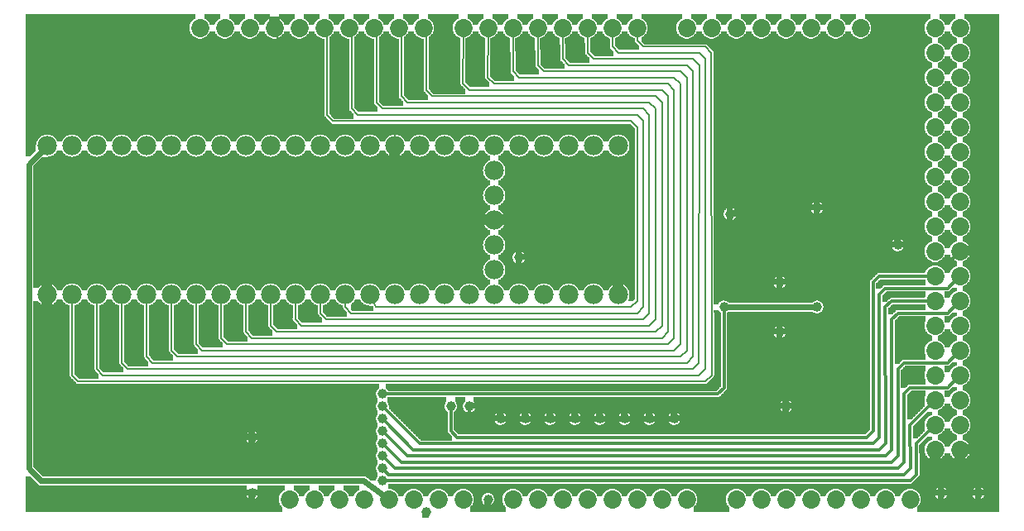
<source format=gbl>
G04 MADE WITH FRITZING*
G04 WWW.FRITZING.ORG*
G04 DOUBLE SIDED*
G04 HOLES PLATED*
G04 CONTOUR ON CENTER OF CONTOUR VECTOR*
%ASAXBY*%
%FSLAX23Y23*%
%MOIN*%
%OFA0B0*%
%SFA1.0B1.0*%
%ADD10C,0.075000*%
%ADD11C,0.039370*%
%ADD12C,0.072917*%
%ADD13C,0.078000*%
%ADD14C,0.008000*%
%ADD15C,0.024000*%
%ADD16C,0.012000*%
%LNCOPPER0*%
G90*
G70*
G54D10*
X1722Y1925D03*
X154Y1390D03*
X119Y2000D03*
X154Y791D03*
X3601Y764D03*
X1593Y441D03*
X2600Y2000D03*
X3900Y1966D03*
G54D11*
X3228Y867D03*
X1478Y467D03*
X1478Y417D03*
X1478Y367D03*
X1478Y317D03*
X1478Y517D03*
X1478Y267D03*
X1478Y217D03*
X1478Y167D03*
X2878Y1242D03*
X3228Y1267D03*
X2053Y417D03*
X1953Y417D03*
X2153Y417D03*
X2253Y417D03*
X2353Y417D03*
X2453Y417D03*
X2553Y417D03*
X2653Y417D03*
X1753Y467D03*
X1828Y467D03*
X3078Y767D03*
X3103Y467D03*
X3078Y967D03*
X3728Y117D03*
X3878Y117D03*
X2028Y1067D03*
X953Y117D03*
X953Y342D03*
X1903Y92D03*
X3553Y1117D03*
X2853Y867D03*
G54D12*
X3003Y92D03*
X1403Y92D03*
X3103Y92D03*
X3203Y92D03*
X3303Y92D03*
X3403Y92D03*
X3703Y1492D03*
X3503Y92D03*
X3603Y92D03*
X1443Y1992D03*
X2003Y92D03*
X2103Y92D03*
X2203Y92D03*
X2303Y92D03*
X3703Y692D03*
X2403Y92D03*
X2503Y92D03*
X2603Y92D03*
X2703Y92D03*
X2203Y1992D03*
X3703Y1892D03*
X3703Y1092D03*
X3703Y292D03*
X1043Y1992D03*
X1803Y92D03*
X1803Y1992D03*
X3703Y1692D03*
X3703Y1292D03*
X3703Y892D03*
X3403Y1992D03*
X3703Y492D03*
X3303Y1992D03*
X3203Y1992D03*
X3103Y1992D03*
X3003Y1992D03*
X2903Y1992D03*
X2803Y1992D03*
X2703Y1992D03*
X843Y1992D03*
X1243Y1992D03*
X1643Y1992D03*
X1203Y92D03*
X1603Y92D03*
X2403Y1992D03*
X2003Y1992D03*
X3703Y1992D03*
X3703Y1792D03*
X3703Y1592D03*
X3703Y1392D03*
X3703Y1192D03*
X3703Y992D03*
X3703Y792D03*
X3703Y592D03*
X3703Y392D03*
X743Y1992D03*
X943Y1992D03*
X1143Y1992D03*
X1343Y1992D03*
X1543Y1992D03*
X1103Y92D03*
X1303Y92D03*
X1503Y92D03*
X1703Y92D03*
X2503Y1992D03*
X2303Y1992D03*
X2103Y1992D03*
X1903Y1992D03*
X3803Y1992D03*
X3803Y1892D03*
X3803Y1792D03*
X3803Y1692D03*
X3803Y1592D03*
X3803Y1492D03*
X3803Y1392D03*
X3803Y1292D03*
X3803Y1192D03*
X3803Y1092D03*
X3803Y992D03*
X3803Y892D03*
X3803Y792D03*
X3803Y692D03*
X3803Y592D03*
X3803Y492D03*
X3803Y392D03*
X3803Y292D03*
X2903Y92D03*
G54D13*
X2428Y1517D03*
X2328Y1517D03*
X2228Y1517D03*
X2128Y1517D03*
X2028Y1517D03*
X1928Y1517D03*
X1828Y1517D03*
X1728Y1517D03*
X1628Y1517D03*
X1528Y1517D03*
X1428Y1517D03*
X1328Y1517D03*
X1228Y1517D03*
X1128Y1517D03*
X1028Y1517D03*
X928Y1517D03*
X828Y1517D03*
X728Y1517D03*
X628Y1517D03*
X528Y1517D03*
X428Y1517D03*
X328Y1517D03*
X228Y1517D03*
X128Y1517D03*
X128Y917D03*
X228Y917D03*
X328Y917D03*
X428Y917D03*
X528Y917D03*
X628Y917D03*
X728Y917D03*
X828Y917D03*
X928Y917D03*
X1028Y917D03*
X1128Y917D03*
X1228Y917D03*
X1328Y917D03*
X1428Y917D03*
X1528Y917D03*
X1628Y917D03*
X1728Y917D03*
X1828Y917D03*
X1928Y917D03*
X2028Y917D03*
X2128Y917D03*
X2228Y917D03*
X2328Y917D03*
X2428Y917D03*
X1928Y1417D03*
X1928Y1317D03*
X1928Y1217D03*
X1928Y1117D03*
X1928Y1017D03*
G54D11*
X1653Y42D03*
G54D14*
X2778Y567D02*
X2803Y592D01*
D02*
X252Y567D02*
X2778Y567D01*
D02*
X2778Y1916D02*
X2527Y1916D01*
D02*
X2527Y1916D02*
X2503Y1941D01*
D02*
X2503Y1941D02*
X2503Y1967D01*
D02*
X2802Y1891D02*
X2778Y1916D01*
D02*
X2803Y592D02*
X2802Y1891D01*
D02*
X229Y592D02*
X252Y567D01*
D02*
X228Y892D02*
X229Y592D01*
D02*
X2752Y592D02*
X2778Y616D01*
D02*
X352Y592D02*
X2752Y592D01*
D02*
X2753Y1891D02*
X2427Y1892D01*
D02*
X2427Y1892D02*
X2403Y1916D01*
D02*
X2403Y1916D02*
X2403Y1967D01*
D02*
X2778Y1867D02*
X2753Y1891D01*
D02*
X2778Y616D02*
X2778Y1867D01*
D02*
X329Y616D02*
X352Y592D01*
D02*
X328Y892D02*
X329Y616D01*
D02*
X1278Y1616D02*
X1253Y1642D01*
D02*
X1253Y1967D02*
X1252Y1969D01*
D02*
X2478Y1616D02*
X1278Y1616D01*
D02*
X2503Y1592D02*
X2478Y1616D01*
D02*
X2503Y892D02*
X2503Y1592D01*
D02*
X2478Y867D02*
X2503Y892D01*
D02*
X1253Y1642D02*
X1253Y1967D01*
D02*
X1452Y867D02*
X2478Y867D01*
D02*
X1439Y895D02*
X1452Y867D01*
D02*
X1378Y1642D02*
X1353Y1667D01*
D02*
X1353Y1967D02*
X1352Y1969D01*
D02*
X2503Y1641D02*
X1378Y1642D01*
D02*
X2529Y1616D02*
X2503Y1641D01*
D02*
X2529Y867D02*
X2529Y1616D01*
D02*
X2503Y841D02*
X2529Y867D01*
D02*
X1352Y841D02*
X2503Y841D01*
D02*
X1353Y1667D02*
X1353Y1967D01*
D02*
X1329Y867D02*
X1352Y841D01*
D02*
X1328Y892D02*
X1329Y867D01*
D02*
X1478Y1667D02*
X1453Y1691D01*
D02*
X1453Y1967D02*
X1452Y1969D01*
D02*
X1453Y1691D02*
X1453Y1967D01*
D02*
X2529Y1667D02*
X1478Y1667D01*
D02*
X2552Y1641D02*
X2529Y1667D01*
D02*
X2529Y816D02*
X2552Y841D01*
D02*
X1252Y816D02*
X2529Y816D01*
D02*
X2552Y841D02*
X2552Y1641D01*
D02*
X1229Y841D02*
X1252Y816D01*
D02*
X1228Y892D02*
X1229Y841D01*
D02*
X1578Y1691D02*
X1553Y1718D01*
D02*
X1553Y1967D02*
X1552Y1969D01*
D02*
X2552Y792D02*
X2578Y816D01*
D02*
X1152Y792D02*
X2552Y792D01*
D02*
X1553Y1718D02*
X1553Y1967D01*
D02*
X2552Y1692D02*
X1578Y1691D01*
D02*
X2578Y1667D02*
X2552Y1692D01*
D02*
X2578Y816D02*
X2578Y1667D01*
D02*
X1127Y816D02*
X1152Y792D01*
D02*
X1128Y892D02*
X1127Y816D01*
D02*
X1678Y1716D02*
X1653Y1742D01*
D02*
X1653Y1967D02*
X1652Y1969D01*
D02*
X2578Y767D02*
X2603Y792D01*
D02*
X1052Y767D02*
X2578Y767D01*
D02*
X1653Y1742D02*
X1653Y1967D01*
D02*
X2578Y1716D02*
X1678Y1716D01*
D02*
X2603Y1692D02*
X2578Y1716D01*
D02*
X2603Y792D02*
X2603Y1692D01*
D02*
X1029Y792D02*
X1052Y767D01*
D02*
X1028Y892D02*
X1029Y792D01*
D02*
X1829Y1742D02*
X1802Y1767D01*
D02*
X2603Y741D02*
X2627Y767D01*
D02*
X952Y741D02*
X2603Y741D01*
D02*
X1802Y1767D02*
X1803Y1967D01*
D02*
X2603Y1741D02*
X1829Y1742D01*
D02*
X2629Y1717D02*
X2603Y1741D01*
D02*
X2627Y767D02*
X2629Y1717D01*
D02*
X929Y767D02*
X952Y741D01*
D02*
X928Y892D02*
X929Y767D01*
D02*
X1927Y1767D02*
X1902Y1791D01*
D02*
X2629Y716D02*
X2652Y741D01*
D02*
X852Y717D02*
X2629Y716D01*
D02*
X1902Y1791D02*
X1903Y1967D01*
D02*
X2629Y1767D02*
X1927Y1767D01*
D02*
X2652Y1741D02*
X2629Y1767D01*
D02*
X2652Y741D02*
X2652Y1741D01*
D02*
X829Y741D02*
X852Y717D01*
D02*
X828Y892D02*
X829Y741D01*
D02*
X2652Y692D02*
X2678Y716D01*
D02*
X752Y692D02*
X2652Y692D01*
D02*
X2003Y1816D02*
X2003Y1967D01*
D02*
X2027Y1792D02*
X2003Y1816D01*
D02*
X2652Y1792D02*
X2027Y1792D01*
D02*
X2678Y1767D02*
X2652Y1792D01*
D02*
X2678Y716D02*
X2678Y1767D01*
D02*
X729Y716D02*
X752Y692D01*
D02*
X728Y892D02*
X729Y716D01*
D02*
X429Y641D02*
X428Y892D01*
D02*
X2729Y616D02*
X452Y616D01*
D02*
X452Y616D02*
X429Y641D01*
D02*
X2329Y1867D02*
X2729Y1867D01*
D02*
X2729Y1867D02*
X2753Y1842D01*
D02*
X2303Y1892D02*
X2329Y1867D01*
D02*
X2753Y1842D02*
X2752Y641D01*
D02*
X2752Y641D02*
X2729Y616D01*
D02*
X2303Y1967D02*
X2303Y1892D01*
D02*
X529Y667D02*
X528Y892D01*
D02*
X2703Y641D02*
X552Y641D01*
D02*
X552Y641D02*
X529Y667D01*
D02*
X2203Y1867D02*
X2229Y1841D01*
D02*
X2229Y1841D02*
X2703Y1841D01*
D02*
X2703Y1841D02*
X2729Y1816D01*
D02*
X2729Y1816D02*
X2729Y667D01*
D02*
X2729Y667D02*
X2703Y641D01*
D02*
X2203Y1967D02*
X2203Y1867D01*
D02*
X629Y692D02*
X628Y892D01*
D02*
X2678Y667D02*
X652Y667D01*
D02*
X652Y667D02*
X629Y692D01*
D02*
X2103Y1841D02*
X2127Y1817D01*
D02*
X2678Y1817D02*
X2703Y1792D01*
D02*
X2127Y1817D02*
X2678Y1817D01*
D02*
X2703Y1792D02*
X2703Y692D01*
D02*
X2703Y692D02*
X2678Y667D01*
D02*
X2103Y1967D02*
X2103Y1841D01*
G54D15*
D02*
X2872Y867D02*
X3209Y867D01*
G54D16*
D02*
X2853Y542D02*
X2829Y516D01*
D02*
X2829Y516D02*
X1491Y517D01*
D02*
X2853Y853D02*
X2853Y542D01*
G54D15*
D02*
X2034Y417D02*
X1972Y417D01*
G54D16*
D02*
X3628Y192D02*
X3627Y316D01*
D02*
X3627Y316D02*
X3685Y374D01*
D02*
X3603Y167D02*
X3628Y192D01*
D02*
X1491Y167D02*
X3603Y167D01*
D02*
X3603Y217D02*
X3602Y391D01*
D02*
X3602Y391D02*
X3685Y474D01*
D02*
X1502Y191D02*
X3578Y192D01*
D02*
X3578Y192D02*
X3603Y217D01*
D02*
X1487Y207D02*
X1502Y191D01*
D02*
X3578Y242D02*
X3578Y516D01*
D02*
X3602Y542D02*
X3753Y542D01*
D02*
X3578Y516D02*
X3602Y542D01*
D02*
X3753Y542D02*
X3785Y574D01*
D02*
X3553Y217D02*
X3578Y242D01*
D02*
X1529Y216D02*
X3553Y217D01*
D02*
X1487Y257D02*
X1529Y216D01*
D02*
X3553Y267D02*
X3553Y616D01*
D02*
X3578Y642D02*
X3753Y642D01*
D02*
X3553Y616D02*
X3578Y642D01*
D02*
X3753Y642D02*
X3785Y674D01*
D02*
X3528Y242D02*
X3553Y267D01*
D02*
X1553Y242D02*
X3528Y242D01*
D02*
X1487Y307D02*
X1553Y242D01*
G54D15*
D02*
X2134Y417D02*
X2072Y417D01*
D02*
X2172Y417D02*
X2234Y417D01*
D02*
X2272Y417D02*
X2334Y417D01*
D02*
X2372Y417D02*
X2434Y417D01*
D02*
X2572Y417D02*
X2634Y417D01*
D02*
X2472Y417D02*
X2534Y417D01*
G54D16*
D02*
X3528Y292D02*
X3529Y816D01*
D02*
X3553Y842D02*
X3753Y842D01*
D02*
X3529Y816D02*
X3553Y842D01*
D02*
X3753Y842D02*
X3785Y874D01*
D02*
X3503Y267D02*
X3528Y292D01*
D02*
X1578Y267D02*
X3503Y267D01*
D02*
X1487Y357D02*
X1578Y267D01*
D02*
X3503Y317D02*
X3502Y867D01*
D02*
X3529Y891D02*
X3678Y892D01*
D02*
X3502Y867D02*
X3529Y891D01*
D02*
X3478Y292D02*
X3503Y317D01*
D02*
X1602Y291D02*
X3478Y292D01*
D02*
X1487Y407D02*
X1602Y291D01*
D02*
X3478Y342D02*
X3478Y916D01*
D02*
X3502Y942D02*
X3753Y942D01*
D02*
X3478Y916D02*
X3502Y942D01*
D02*
X3753Y942D02*
X3785Y974D01*
D02*
X3453Y317D02*
X3478Y342D01*
D02*
X1629Y316D02*
X3453Y317D01*
D02*
X1487Y457D02*
X1629Y316D01*
D02*
X3453Y367D02*
X3453Y967D01*
D02*
X3478Y991D02*
X3678Y992D01*
D02*
X1753Y367D02*
X1778Y342D01*
D02*
X3453Y967D02*
X3478Y991D01*
D02*
X3428Y342D02*
X3453Y367D01*
D02*
X1778Y342D02*
X3428Y342D01*
D02*
X1753Y453D02*
X1753Y367D01*
D02*
X3403Y367D02*
X3428Y392D01*
D02*
X3453Y1042D02*
X3753Y1042D01*
D02*
X1853Y367D02*
X3403Y367D01*
D02*
X3429Y1016D02*
X3453Y1042D01*
D02*
X3753Y1042D02*
X3785Y1074D01*
D02*
X3428Y392D02*
X3429Y1016D01*
D02*
X1829Y391D02*
X1853Y367D01*
D02*
X1828Y453D02*
X1829Y391D01*
G54D15*
D02*
X53Y1442D02*
X106Y1495D01*
D02*
X53Y216D02*
X53Y1442D01*
D02*
X102Y167D02*
X53Y216D01*
D02*
X1402Y167D02*
X102Y167D01*
D02*
X1479Y110D02*
X1402Y167D01*
G54D14*
D02*
X1054Y1617D02*
X1054Y1967D01*
D02*
X1078Y1591D02*
X1054Y1617D01*
D02*
X1054Y1967D02*
X1053Y1969D01*
D02*
X1502Y1591D02*
X1078Y1591D01*
D02*
X1528Y1567D02*
X1502Y1591D01*
D02*
X1528Y1541D02*
X1528Y1567D01*
G36*
X760Y2049D02*
X760Y2029D01*
X764Y2029D01*
X764Y2027D01*
X768Y2027D01*
X768Y2025D01*
X770Y2025D01*
X770Y2023D01*
X772Y2023D01*
X772Y2021D01*
X774Y2021D01*
X774Y2019D01*
X776Y2019D01*
X776Y2017D01*
X778Y2017D01*
X778Y2013D01*
X780Y2013D01*
X780Y2009D01*
X782Y2009D01*
X782Y2005D01*
X802Y2005D01*
X802Y2007D01*
X804Y2007D01*
X804Y2011D01*
X806Y2011D01*
X806Y2015D01*
X808Y2015D01*
X808Y2017D01*
X810Y2017D01*
X810Y2019D01*
X812Y2019D01*
X812Y2021D01*
X814Y2021D01*
X814Y2023D01*
X816Y2023D01*
X816Y2025D01*
X818Y2025D01*
X818Y2027D01*
X822Y2027D01*
X822Y2029D01*
X824Y2029D01*
X824Y2049D01*
X760Y2049D01*
G37*
D02*
G36*
X860Y2049D02*
X860Y2029D01*
X864Y2029D01*
X864Y2027D01*
X868Y2027D01*
X868Y2025D01*
X870Y2025D01*
X870Y2023D01*
X872Y2023D01*
X872Y2021D01*
X874Y2021D01*
X874Y2019D01*
X876Y2019D01*
X876Y2017D01*
X878Y2017D01*
X878Y2013D01*
X880Y2013D01*
X880Y2009D01*
X882Y2009D01*
X882Y2005D01*
X902Y2005D01*
X902Y2007D01*
X904Y2007D01*
X904Y2011D01*
X906Y2011D01*
X906Y2015D01*
X908Y2015D01*
X908Y2017D01*
X910Y2017D01*
X910Y2019D01*
X912Y2019D01*
X912Y2021D01*
X914Y2021D01*
X914Y2023D01*
X916Y2023D01*
X916Y2025D01*
X918Y2025D01*
X918Y2027D01*
X922Y2027D01*
X922Y2029D01*
X924Y2029D01*
X924Y2049D01*
X860Y2049D01*
G37*
D02*
G36*
X960Y2049D02*
X960Y2029D01*
X964Y2029D01*
X964Y2027D01*
X968Y2027D01*
X968Y2025D01*
X970Y2025D01*
X970Y2023D01*
X972Y2023D01*
X972Y2021D01*
X974Y2021D01*
X974Y2019D01*
X976Y2019D01*
X976Y2017D01*
X978Y2017D01*
X978Y2013D01*
X980Y2013D01*
X980Y2009D01*
X982Y2009D01*
X982Y2005D01*
X1002Y2005D01*
X1002Y2007D01*
X1004Y2007D01*
X1004Y2011D01*
X1006Y2011D01*
X1006Y2015D01*
X1008Y2015D01*
X1008Y2017D01*
X1010Y2017D01*
X1010Y2019D01*
X1012Y2019D01*
X1012Y2021D01*
X1014Y2021D01*
X1014Y2023D01*
X1016Y2023D01*
X1016Y2025D01*
X1018Y2025D01*
X1018Y2027D01*
X1022Y2027D01*
X1022Y2029D01*
X1024Y2029D01*
X1024Y2049D01*
X960Y2049D01*
G37*
D02*
G36*
X1060Y2049D02*
X1060Y2029D01*
X1064Y2029D01*
X1064Y2027D01*
X1068Y2027D01*
X1068Y2025D01*
X1070Y2025D01*
X1070Y2023D01*
X1072Y2023D01*
X1072Y2021D01*
X1074Y2021D01*
X1074Y2019D01*
X1076Y2019D01*
X1076Y2017D01*
X1078Y2017D01*
X1078Y2013D01*
X1080Y2013D01*
X1080Y2009D01*
X1082Y2009D01*
X1082Y2005D01*
X1102Y2005D01*
X1102Y2007D01*
X1104Y2007D01*
X1104Y2011D01*
X1106Y2011D01*
X1106Y2015D01*
X1108Y2015D01*
X1108Y2017D01*
X1110Y2017D01*
X1110Y2019D01*
X1112Y2019D01*
X1112Y2021D01*
X1114Y2021D01*
X1114Y2023D01*
X1116Y2023D01*
X1116Y2025D01*
X1118Y2025D01*
X1118Y2027D01*
X1122Y2027D01*
X1122Y2029D01*
X1124Y2029D01*
X1124Y2049D01*
X1060Y2049D01*
G37*
D02*
G36*
X1160Y2049D02*
X1160Y2029D01*
X1164Y2029D01*
X1164Y2027D01*
X1168Y2027D01*
X1168Y2025D01*
X1170Y2025D01*
X1170Y2023D01*
X1172Y2023D01*
X1172Y2021D01*
X1174Y2021D01*
X1174Y2019D01*
X1176Y2019D01*
X1176Y2017D01*
X1178Y2017D01*
X1178Y2013D01*
X1180Y2013D01*
X1180Y2009D01*
X1182Y2009D01*
X1182Y2005D01*
X1202Y2005D01*
X1202Y2007D01*
X1204Y2007D01*
X1204Y2011D01*
X1206Y2011D01*
X1206Y2015D01*
X1208Y2015D01*
X1208Y2017D01*
X1210Y2017D01*
X1210Y2019D01*
X1212Y2019D01*
X1212Y2021D01*
X1214Y2021D01*
X1214Y2023D01*
X1216Y2023D01*
X1216Y2025D01*
X1218Y2025D01*
X1218Y2027D01*
X1222Y2027D01*
X1222Y2029D01*
X1224Y2029D01*
X1224Y2049D01*
X1160Y2049D01*
G37*
D02*
G36*
X1260Y2049D02*
X1260Y2029D01*
X1264Y2029D01*
X1264Y2027D01*
X1268Y2027D01*
X1268Y2025D01*
X1270Y2025D01*
X1270Y2023D01*
X1272Y2023D01*
X1272Y2021D01*
X1274Y2021D01*
X1274Y2019D01*
X1276Y2019D01*
X1276Y2017D01*
X1278Y2017D01*
X1278Y2013D01*
X1280Y2013D01*
X1280Y2009D01*
X1282Y2009D01*
X1282Y2005D01*
X1302Y2005D01*
X1302Y2007D01*
X1304Y2007D01*
X1304Y2011D01*
X1306Y2011D01*
X1306Y2015D01*
X1308Y2015D01*
X1308Y2017D01*
X1310Y2017D01*
X1310Y2019D01*
X1312Y2019D01*
X1312Y2021D01*
X1314Y2021D01*
X1314Y2023D01*
X1316Y2023D01*
X1316Y2025D01*
X1318Y2025D01*
X1318Y2027D01*
X1322Y2027D01*
X1322Y2029D01*
X1324Y2029D01*
X1324Y2049D01*
X1260Y2049D01*
G37*
D02*
G36*
X1360Y2049D02*
X1360Y2029D01*
X1364Y2029D01*
X1364Y2027D01*
X1368Y2027D01*
X1368Y2025D01*
X1370Y2025D01*
X1370Y2023D01*
X1372Y2023D01*
X1372Y2021D01*
X1374Y2021D01*
X1374Y2019D01*
X1376Y2019D01*
X1376Y2017D01*
X1378Y2017D01*
X1378Y2013D01*
X1380Y2013D01*
X1380Y2009D01*
X1382Y2009D01*
X1382Y2005D01*
X1402Y2005D01*
X1402Y2007D01*
X1404Y2007D01*
X1404Y2011D01*
X1406Y2011D01*
X1406Y2015D01*
X1408Y2015D01*
X1408Y2017D01*
X1410Y2017D01*
X1410Y2019D01*
X1412Y2019D01*
X1412Y2021D01*
X1414Y2021D01*
X1414Y2023D01*
X1416Y2023D01*
X1416Y2025D01*
X1418Y2025D01*
X1418Y2027D01*
X1422Y2027D01*
X1422Y2029D01*
X1424Y2029D01*
X1424Y2049D01*
X1360Y2049D01*
G37*
D02*
G36*
X1460Y2049D02*
X1460Y2029D01*
X1464Y2029D01*
X1464Y2027D01*
X1468Y2027D01*
X1468Y2025D01*
X1470Y2025D01*
X1470Y2023D01*
X1472Y2023D01*
X1472Y2021D01*
X1474Y2021D01*
X1474Y2019D01*
X1476Y2019D01*
X1476Y2017D01*
X1478Y2017D01*
X1478Y2013D01*
X1480Y2013D01*
X1480Y2009D01*
X1482Y2009D01*
X1482Y2005D01*
X1502Y2005D01*
X1502Y2007D01*
X1504Y2007D01*
X1504Y2011D01*
X1506Y2011D01*
X1506Y2015D01*
X1508Y2015D01*
X1508Y2017D01*
X1510Y2017D01*
X1510Y2019D01*
X1512Y2019D01*
X1512Y2021D01*
X1514Y2021D01*
X1514Y2023D01*
X1516Y2023D01*
X1516Y2025D01*
X1518Y2025D01*
X1518Y2027D01*
X1522Y2027D01*
X1522Y2029D01*
X1524Y2029D01*
X1524Y2049D01*
X1460Y2049D01*
G37*
D02*
G36*
X1560Y2049D02*
X1560Y2029D01*
X1564Y2029D01*
X1564Y2027D01*
X1568Y2027D01*
X1568Y2025D01*
X1570Y2025D01*
X1570Y2023D01*
X1572Y2023D01*
X1572Y2021D01*
X1574Y2021D01*
X1574Y2019D01*
X1576Y2019D01*
X1576Y2017D01*
X1578Y2017D01*
X1578Y2013D01*
X1580Y2013D01*
X1580Y2009D01*
X1582Y2009D01*
X1582Y2005D01*
X1602Y2005D01*
X1602Y2007D01*
X1604Y2007D01*
X1604Y2011D01*
X1606Y2011D01*
X1606Y2015D01*
X1608Y2015D01*
X1608Y2017D01*
X1610Y2017D01*
X1610Y2019D01*
X1612Y2019D01*
X1612Y2021D01*
X1614Y2021D01*
X1614Y2023D01*
X1616Y2023D01*
X1616Y2025D01*
X1618Y2025D01*
X1618Y2027D01*
X1622Y2027D01*
X1622Y2029D01*
X1624Y2029D01*
X1624Y2049D01*
X1560Y2049D01*
G37*
D02*
G36*
X1660Y2049D02*
X1660Y2029D01*
X1664Y2029D01*
X1664Y2027D01*
X1668Y2027D01*
X1668Y2025D01*
X1670Y2025D01*
X1670Y2023D01*
X1672Y2023D01*
X1672Y2021D01*
X1674Y2021D01*
X1674Y2019D01*
X1676Y2019D01*
X1676Y2017D01*
X1678Y2017D01*
X1678Y2013D01*
X1680Y2013D01*
X1680Y2009D01*
X1682Y2009D01*
X1682Y2005D01*
X1684Y2005D01*
X1684Y1995D01*
X1686Y1995D01*
X1686Y1987D01*
X1684Y1987D01*
X1684Y1979D01*
X1682Y1979D01*
X1682Y1973D01*
X1680Y1973D01*
X1680Y1969D01*
X1678Y1969D01*
X1678Y1967D01*
X1676Y1967D01*
X1676Y1965D01*
X1674Y1965D01*
X1674Y1963D01*
X1672Y1963D01*
X1672Y1961D01*
X1670Y1961D01*
X1670Y1959D01*
X1668Y1959D01*
X1668Y1957D01*
X1666Y1957D01*
X1666Y1955D01*
X1664Y1955D01*
X1664Y1745D01*
X1666Y1745D01*
X1666Y1743D01*
X1668Y1743D01*
X1668Y1741D01*
X1670Y1741D01*
X1670Y1737D01*
X1672Y1737D01*
X1672Y1735D01*
X1674Y1735D01*
X1674Y1733D01*
X1676Y1733D01*
X1676Y1731D01*
X1678Y1731D01*
X1678Y1729D01*
X1680Y1729D01*
X1680Y1727D01*
X1682Y1727D01*
X1682Y1725D01*
X1812Y1725D01*
X1812Y1745D01*
X1810Y1745D01*
X1810Y1747D01*
X1808Y1747D01*
X1808Y1749D01*
X1806Y1749D01*
X1806Y1751D01*
X1804Y1751D01*
X1804Y1753D01*
X1802Y1753D01*
X1802Y1755D01*
X1800Y1755D01*
X1800Y1757D01*
X1796Y1757D01*
X1796Y1761D01*
X1794Y1761D01*
X1794Y1763D01*
X1792Y1763D01*
X1792Y1951D01*
X1788Y1951D01*
X1788Y1953D01*
X1784Y1953D01*
X1784Y1955D01*
X1780Y1955D01*
X1780Y1957D01*
X1778Y1957D01*
X1778Y1959D01*
X1774Y1959D01*
X1774Y1961D01*
X1772Y1961D01*
X1772Y1963D01*
X1770Y1963D01*
X1770Y1967D01*
X1768Y1967D01*
X1768Y1969D01*
X1766Y1969D01*
X1766Y1973D01*
X1764Y1973D01*
X1764Y1977D01*
X1762Y1977D01*
X1762Y1985D01*
X1760Y1985D01*
X1760Y1999D01*
X1762Y1999D01*
X1762Y2007D01*
X1764Y2007D01*
X1764Y2011D01*
X1766Y2011D01*
X1766Y2015D01*
X1768Y2015D01*
X1768Y2017D01*
X1770Y2017D01*
X1770Y2019D01*
X1772Y2019D01*
X1772Y2021D01*
X1774Y2021D01*
X1774Y2023D01*
X1776Y2023D01*
X1776Y2025D01*
X1778Y2025D01*
X1778Y2027D01*
X1782Y2027D01*
X1782Y2029D01*
X1784Y2029D01*
X1784Y2049D01*
X1660Y2049D01*
G37*
D02*
G36*
X1820Y2049D02*
X1820Y2029D01*
X1824Y2029D01*
X1824Y2027D01*
X1828Y2027D01*
X1828Y2025D01*
X1830Y2025D01*
X1830Y2023D01*
X1832Y2023D01*
X1832Y2021D01*
X1834Y2021D01*
X1834Y2019D01*
X1836Y2019D01*
X1836Y2017D01*
X1838Y2017D01*
X1838Y2013D01*
X1840Y2013D01*
X1840Y2009D01*
X1842Y2009D01*
X1842Y2005D01*
X1862Y2005D01*
X1862Y2007D01*
X1864Y2007D01*
X1864Y2011D01*
X1866Y2011D01*
X1866Y2015D01*
X1868Y2015D01*
X1868Y2017D01*
X1870Y2017D01*
X1870Y2019D01*
X1872Y2019D01*
X1872Y2021D01*
X1874Y2021D01*
X1874Y2023D01*
X1876Y2023D01*
X1876Y2025D01*
X1878Y2025D01*
X1878Y2027D01*
X1882Y2027D01*
X1882Y2029D01*
X1884Y2029D01*
X1884Y2049D01*
X1820Y2049D01*
G37*
D02*
G36*
X1920Y2049D02*
X1920Y2029D01*
X1924Y2029D01*
X1924Y2027D01*
X1928Y2027D01*
X1928Y2025D01*
X1930Y2025D01*
X1930Y2023D01*
X1932Y2023D01*
X1932Y2021D01*
X1934Y2021D01*
X1934Y2019D01*
X1936Y2019D01*
X1936Y2017D01*
X1938Y2017D01*
X1938Y2013D01*
X1940Y2013D01*
X1940Y2009D01*
X1942Y2009D01*
X1942Y2005D01*
X1962Y2005D01*
X1962Y2007D01*
X1964Y2007D01*
X1964Y2011D01*
X1966Y2011D01*
X1966Y2015D01*
X1968Y2015D01*
X1968Y2017D01*
X1970Y2017D01*
X1970Y2019D01*
X1972Y2019D01*
X1972Y2021D01*
X1974Y2021D01*
X1974Y2023D01*
X1976Y2023D01*
X1976Y2025D01*
X1978Y2025D01*
X1978Y2027D01*
X1982Y2027D01*
X1982Y2029D01*
X1984Y2029D01*
X1984Y2049D01*
X1920Y2049D01*
G37*
D02*
G36*
X2020Y2049D02*
X2020Y2029D01*
X2024Y2029D01*
X2024Y2027D01*
X2028Y2027D01*
X2028Y2025D01*
X2030Y2025D01*
X2030Y2023D01*
X2032Y2023D01*
X2032Y2021D01*
X2034Y2021D01*
X2034Y2019D01*
X2036Y2019D01*
X2036Y2017D01*
X2038Y2017D01*
X2038Y2013D01*
X2040Y2013D01*
X2040Y2009D01*
X2042Y2009D01*
X2042Y2005D01*
X2062Y2005D01*
X2062Y2007D01*
X2064Y2007D01*
X2064Y2011D01*
X2066Y2011D01*
X2066Y2015D01*
X2068Y2015D01*
X2068Y2017D01*
X2070Y2017D01*
X2070Y2019D01*
X2072Y2019D01*
X2072Y2021D01*
X2074Y2021D01*
X2074Y2023D01*
X2076Y2023D01*
X2076Y2025D01*
X2078Y2025D01*
X2078Y2027D01*
X2080Y2027D01*
X2080Y2029D01*
X2084Y2029D01*
X2084Y2049D01*
X2020Y2049D01*
G37*
D02*
G36*
X2120Y2049D02*
X2120Y2029D01*
X2124Y2029D01*
X2124Y2027D01*
X2128Y2027D01*
X2128Y2025D01*
X2130Y2025D01*
X2130Y2023D01*
X2132Y2023D01*
X2132Y2021D01*
X2134Y2021D01*
X2134Y2019D01*
X2136Y2019D01*
X2136Y2017D01*
X2138Y2017D01*
X2138Y2013D01*
X2140Y2013D01*
X2140Y2009D01*
X2142Y2009D01*
X2142Y2005D01*
X2162Y2005D01*
X2162Y2007D01*
X2164Y2007D01*
X2164Y2011D01*
X2166Y2011D01*
X2166Y2015D01*
X2168Y2015D01*
X2168Y2017D01*
X2170Y2017D01*
X2170Y2019D01*
X2172Y2019D01*
X2172Y2021D01*
X2174Y2021D01*
X2174Y2023D01*
X2176Y2023D01*
X2176Y2025D01*
X2178Y2025D01*
X2178Y2027D01*
X2182Y2027D01*
X2182Y2029D01*
X2184Y2029D01*
X2184Y2049D01*
X2120Y2049D01*
G37*
D02*
G36*
X2220Y2049D02*
X2220Y2029D01*
X2224Y2029D01*
X2224Y2027D01*
X2228Y2027D01*
X2228Y2025D01*
X2230Y2025D01*
X2230Y2023D01*
X2232Y2023D01*
X2232Y2021D01*
X2234Y2021D01*
X2234Y2019D01*
X2236Y2019D01*
X2236Y2017D01*
X2238Y2017D01*
X2238Y2013D01*
X2240Y2013D01*
X2240Y2009D01*
X2242Y2009D01*
X2242Y2005D01*
X2262Y2005D01*
X2262Y2007D01*
X2264Y2007D01*
X2264Y2011D01*
X2266Y2011D01*
X2266Y2015D01*
X2268Y2015D01*
X2268Y2017D01*
X2270Y2017D01*
X2270Y2019D01*
X2272Y2019D01*
X2272Y2021D01*
X2274Y2021D01*
X2274Y2023D01*
X2276Y2023D01*
X2276Y2025D01*
X2278Y2025D01*
X2278Y2027D01*
X2282Y2027D01*
X2282Y2029D01*
X2284Y2029D01*
X2284Y2049D01*
X2220Y2049D01*
G37*
D02*
G36*
X2320Y2049D02*
X2320Y2029D01*
X2324Y2029D01*
X2324Y2027D01*
X2328Y2027D01*
X2328Y2025D01*
X2330Y2025D01*
X2330Y2023D01*
X2332Y2023D01*
X2332Y2021D01*
X2334Y2021D01*
X2334Y2019D01*
X2336Y2019D01*
X2336Y2017D01*
X2338Y2017D01*
X2338Y2013D01*
X2340Y2013D01*
X2340Y2009D01*
X2342Y2009D01*
X2342Y2005D01*
X2362Y2005D01*
X2362Y2007D01*
X2364Y2007D01*
X2364Y2011D01*
X2366Y2011D01*
X2366Y2015D01*
X2368Y2015D01*
X2368Y2017D01*
X2370Y2017D01*
X2370Y2019D01*
X2372Y2019D01*
X2372Y2021D01*
X2374Y2021D01*
X2374Y2023D01*
X2376Y2023D01*
X2376Y2025D01*
X2378Y2025D01*
X2378Y2027D01*
X2382Y2027D01*
X2382Y2029D01*
X2384Y2029D01*
X2384Y2049D01*
X2320Y2049D01*
G37*
D02*
G36*
X2420Y2049D02*
X2420Y2029D01*
X2424Y2029D01*
X2424Y2027D01*
X2428Y2027D01*
X2428Y2025D01*
X2430Y2025D01*
X2430Y2023D01*
X2432Y2023D01*
X2432Y2021D01*
X2434Y2021D01*
X2434Y2019D01*
X2436Y2019D01*
X2436Y2017D01*
X2438Y2017D01*
X2438Y2013D01*
X2440Y2013D01*
X2440Y2009D01*
X2442Y2009D01*
X2442Y2005D01*
X2462Y2005D01*
X2462Y2007D01*
X2464Y2007D01*
X2464Y2011D01*
X2466Y2011D01*
X2466Y2015D01*
X2468Y2015D01*
X2468Y2017D01*
X2470Y2017D01*
X2470Y2019D01*
X2472Y2019D01*
X2472Y2021D01*
X2474Y2021D01*
X2474Y2023D01*
X2476Y2023D01*
X2476Y2025D01*
X2478Y2025D01*
X2478Y2027D01*
X2482Y2027D01*
X2482Y2029D01*
X2484Y2029D01*
X2484Y2049D01*
X2420Y2049D01*
G37*
D02*
G36*
X2720Y2049D02*
X2720Y2029D01*
X2724Y2029D01*
X2724Y2027D01*
X2728Y2027D01*
X2728Y2025D01*
X2730Y2025D01*
X2730Y2023D01*
X2732Y2023D01*
X2732Y2021D01*
X2734Y2021D01*
X2734Y2019D01*
X2736Y2019D01*
X2736Y2017D01*
X2738Y2017D01*
X2738Y2013D01*
X2740Y2013D01*
X2740Y2009D01*
X2742Y2009D01*
X2742Y2005D01*
X2762Y2005D01*
X2762Y2007D01*
X2764Y2007D01*
X2764Y2011D01*
X2766Y2011D01*
X2766Y2015D01*
X2768Y2015D01*
X2768Y2017D01*
X2770Y2017D01*
X2770Y2019D01*
X2772Y2019D01*
X2772Y2021D01*
X2774Y2021D01*
X2774Y2023D01*
X2776Y2023D01*
X2776Y2025D01*
X2778Y2025D01*
X2778Y2027D01*
X2782Y2027D01*
X2782Y2029D01*
X2784Y2029D01*
X2784Y2049D01*
X2720Y2049D01*
G37*
D02*
G36*
X2820Y2049D02*
X2820Y2029D01*
X2824Y2029D01*
X2824Y2027D01*
X2828Y2027D01*
X2828Y2025D01*
X2830Y2025D01*
X2830Y2023D01*
X2832Y2023D01*
X2832Y2021D01*
X2834Y2021D01*
X2834Y2019D01*
X2836Y2019D01*
X2836Y2017D01*
X2838Y2017D01*
X2838Y2013D01*
X2840Y2013D01*
X2840Y2009D01*
X2842Y2009D01*
X2842Y2005D01*
X2862Y2005D01*
X2862Y2007D01*
X2864Y2007D01*
X2864Y2011D01*
X2866Y2011D01*
X2866Y2015D01*
X2868Y2015D01*
X2868Y2017D01*
X2870Y2017D01*
X2870Y2019D01*
X2872Y2019D01*
X2872Y2021D01*
X2874Y2021D01*
X2874Y2023D01*
X2876Y2023D01*
X2876Y2025D01*
X2878Y2025D01*
X2878Y2027D01*
X2882Y2027D01*
X2882Y2029D01*
X2884Y2029D01*
X2884Y2049D01*
X2820Y2049D01*
G37*
D02*
G36*
X2920Y2049D02*
X2920Y2029D01*
X2924Y2029D01*
X2924Y2027D01*
X2928Y2027D01*
X2928Y2025D01*
X2930Y2025D01*
X2930Y2023D01*
X2932Y2023D01*
X2932Y2021D01*
X2934Y2021D01*
X2934Y2019D01*
X2936Y2019D01*
X2936Y2017D01*
X2938Y2017D01*
X2938Y2013D01*
X2940Y2013D01*
X2940Y2009D01*
X2942Y2009D01*
X2942Y2005D01*
X2962Y2005D01*
X2962Y2007D01*
X2964Y2007D01*
X2964Y2011D01*
X2966Y2011D01*
X2966Y2015D01*
X2968Y2015D01*
X2968Y2017D01*
X2970Y2017D01*
X2970Y2019D01*
X2972Y2019D01*
X2972Y2021D01*
X2974Y2021D01*
X2974Y2023D01*
X2976Y2023D01*
X2976Y2025D01*
X2978Y2025D01*
X2978Y2027D01*
X2982Y2027D01*
X2982Y2029D01*
X2984Y2029D01*
X2984Y2049D01*
X2920Y2049D01*
G37*
D02*
G36*
X3020Y2049D02*
X3020Y2029D01*
X3024Y2029D01*
X3024Y2027D01*
X3028Y2027D01*
X3028Y2025D01*
X3030Y2025D01*
X3030Y2023D01*
X3032Y2023D01*
X3032Y2021D01*
X3034Y2021D01*
X3034Y2019D01*
X3036Y2019D01*
X3036Y2017D01*
X3038Y2017D01*
X3038Y2013D01*
X3040Y2013D01*
X3040Y2009D01*
X3042Y2009D01*
X3042Y2005D01*
X3062Y2005D01*
X3062Y2007D01*
X3064Y2007D01*
X3064Y2011D01*
X3066Y2011D01*
X3066Y2015D01*
X3068Y2015D01*
X3068Y2017D01*
X3070Y2017D01*
X3070Y2019D01*
X3072Y2019D01*
X3072Y2021D01*
X3074Y2021D01*
X3074Y2023D01*
X3076Y2023D01*
X3076Y2025D01*
X3078Y2025D01*
X3078Y2027D01*
X3080Y2027D01*
X3080Y2029D01*
X3084Y2029D01*
X3084Y2049D01*
X3020Y2049D01*
G37*
D02*
G36*
X3120Y2049D02*
X3120Y2029D01*
X3124Y2029D01*
X3124Y2027D01*
X3128Y2027D01*
X3128Y2025D01*
X3130Y2025D01*
X3130Y2023D01*
X3132Y2023D01*
X3132Y2021D01*
X3134Y2021D01*
X3134Y2019D01*
X3136Y2019D01*
X3136Y2017D01*
X3138Y2017D01*
X3138Y2013D01*
X3140Y2013D01*
X3140Y2009D01*
X3142Y2009D01*
X3142Y2005D01*
X3162Y2005D01*
X3162Y2007D01*
X3164Y2007D01*
X3164Y2011D01*
X3166Y2011D01*
X3166Y2015D01*
X3168Y2015D01*
X3168Y2017D01*
X3170Y2017D01*
X3170Y2019D01*
X3172Y2019D01*
X3172Y2021D01*
X3174Y2021D01*
X3174Y2023D01*
X3176Y2023D01*
X3176Y2025D01*
X3178Y2025D01*
X3178Y2027D01*
X3182Y2027D01*
X3182Y2029D01*
X3184Y2029D01*
X3184Y2049D01*
X3120Y2049D01*
G37*
D02*
G36*
X3220Y2049D02*
X3220Y2029D01*
X3224Y2029D01*
X3224Y2027D01*
X3228Y2027D01*
X3228Y2025D01*
X3230Y2025D01*
X3230Y2023D01*
X3232Y2023D01*
X3232Y2021D01*
X3234Y2021D01*
X3234Y2019D01*
X3236Y2019D01*
X3236Y2017D01*
X3238Y2017D01*
X3238Y2013D01*
X3240Y2013D01*
X3240Y2009D01*
X3242Y2009D01*
X3242Y2005D01*
X3262Y2005D01*
X3262Y2007D01*
X3264Y2007D01*
X3264Y2011D01*
X3266Y2011D01*
X3266Y2015D01*
X3268Y2015D01*
X3268Y2017D01*
X3270Y2017D01*
X3270Y2019D01*
X3272Y2019D01*
X3272Y2021D01*
X3274Y2021D01*
X3274Y2023D01*
X3276Y2023D01*
X3276Y2025D01*
X3278Y2025D01*
X3278Y2027D01*
X3282Y2027D01*
X3282Y2029D01*
X3284Y2029D01*
X3284Y2049D01*
X3220Y2049D01*
G37*
D02*
G36*
X3320Y2049D02*
X3320Y2029D01*
X3324Y2029D01*
X3324Y2027D01*
X3328Y2027D01*
X3328Y2025D01*
X3330Y2025D01*
X3330Y2023D01*
X3332Y2023D01*
X3332Y2021D01*
X3334Y2021D01*
X3334Y2019D01*
X3336Y2019D01*
X3336Y2017D01*
X3338Y2017D01*
X3338Y2013D01*
X3340Y2013D01*
X3340Y2009D01*
X3342Y2009D01*
X3342Y2005D01*
X3362Y2005D01*
X3362Y2007D01*
X3364Y2007D01*
X3364Y2011D01*
X3366Y2011D01*
X3366Y2015D01*
X3368Y2015D01*
X3368Y2017D01*
X3370Y2017D01*
X3370Y2019D01*
X3372Y2019D01*
X3372Y2021D01*
X3374Y2021D01*
X3374Y2023D01*
X3376Y2023D01*
X3376Y2025D01*
X3378Y2025D01*
X3378Y2027D01*
X3382Y2027D01*
X3382Y2029D01*
X3384Y2029D01*
X3384Y2049D01*
X3320Y2049D01*
G37*
D02*
G36*
X3720Y2049D02*
X3720Y2029D01*
X3724Y2029D01*
X3724Y2027D01*
X3728Y2027D01*
X3728Y2025D01*
X3730Y2025D01*
X3730Y2023D01*
X3732Y2023D01*
X3732Y2021D01*
X3734Y2021D01*
X3734Y2019D01*
X3736Y2019D01*
X3736Y2017D01*
X3738Y2017D01*
X3738Y2013D01*
X3740Y2013D01*
X3740Y2009D01*
X3742Y2009D01*
X3742Y2005D01*
X3762Y2005D01*
X3762Y2007D01*
X3764Y2007D01*
X3764Y2011D01*
X3766Y2011D01*
X3766Y2015D01*
X3768Y2015D01*
X3768Y2017D01*
X3770Y2017D01*
X3770Y2019D01*
X3772Y2019D01*
X3772Y2021D01*
X3774Y2021D01*
X3774Y2023D01*
X3776Y2023D01*
X3776Y2025D01*
X3778Y2025D01*
X3778Y2027D01*
X3782Y2027D01*
X3782Y2029D01*
X3784Y2029D01*
X3784Y2049D01*
X3720Y2049D01*
G37*
D02*
G36*
X1282Y1979D02*
X1282Y1973D01*
X1280Y1973D01*
X1280Y1969D01*
X1278Y1969D01*
X1278Y1967D01*
X1276Y1967D01*
X1276Y1965D01*
X1274Y1965D01*
X1274Y1963D01*
X1272Y1963D01*
X1272Y1961D01*
X1270Y1961D01*
X1270Y1959D01*
X1268Y1959D01*
X1268Y1957D01*
X1266Y1957D01*
X1266Y1955D01*
X1264Y1955D01*
X1264Y1645D01*
X1266Y1645D01*
X1266Y1643D01*
X1268Y1643D01*
X1268Y1641D01*
X1270Y1641D01*
X1270Y1637D01*
X1272Y1637D01*
X1272Y1635D01*
X1274Y1635D01*
X1274Y1633D01*
X1276Y1633D01*
X1276Y1631D01*
X1278Y1631D01*
X1278Y1629D01*
X1280Y1629D01*
X1280Y1627D01*
X1282Y1627D01*
X1282Y1625D01*
X1362Y1625D01*
X1362Y1645D01*
X1360Y1645D01*
X1360Y1647D01*
X1358Y1647D01*
X1358Y1649D01*
X1356Y1649D01*
X1356Y1651D01*
X1354Y1651D01*
X1354Y1653D01*
X1352Y1653D01*
X1352Y1655D01*
X1350Y1655D01*
X1350Y1657D01*
X1348Y1657D01*
X1348Y1659D01*
X1346Y1659D01*
X1346Y1661D01*
X1344Y1661D01*
X1344Y1949D01*
X1336Y1949D01*
X1336Y1951D01*
X1328Y1951D01*
X1328Y1953D01*
X1324Y1953D01*
X1324Y1955D01*
X1320Y1955D01*
X1320Y1957D01*
X1318Y1957D01*
X1318Y1959D01*
X1314Y1959D01*
X1314Y1961D01*
X1312Y1961D01*
X1312Y1963D01*
X1310Y1963D01*
X1310Y1967D01*
X1308Y1967D01*
X1308Y1969D01*
X1306Y1969D01*
X1306Y1973D01*
X1304Y1973D01*
X1304Y1977D01*
X1302Y1977D01*
X1302Y1979D01*
X1282Y1979D01*
G37*
D02*
G36*
X1382Y1979D02*
X1382Y1973D01*
X1380Y1973D01*
X1380Y1969D01*
X1378Y1969D01*
X1378Y1967D01*
X1376Y1967D01*
X1376Y1965D01*
X1374Y1965D01*
X1374Y1963D01*
X1372Y1963D01*
X1372Y1961D01*
X1370Y1961D01*
X1370Y1959D01*
X1368Y1959D01*
X1368Y1957D01*
X1366Y1957D01*
X1366Y1955D01*
X1364Y1955D01*
X1364Y1669D01*
X1366Y1669D01*
X1366Y1667D01*
X1368Y1667D01*
X1368Y1665D01*
X1370Y1665D01*
X1370Y1663D01*
X1372Y1663D01*
X1372Y1661D01*
X1374Y1661D01*
X1374Y1659D01*
X1376Y1659D01*
X1376Y1657D01*
X1378Y1657D01*
X1378Y1655D01*
X1380Y1655D01*
X1380Y1653D01*
X1458Y1653D01*
X1458Y1673D01*
X1456Y1673D01*
X1456Y1675D01*
X1454Y1675D01*
X1454Y1677D01*
X1452Y1677D01*
X1452Y1679D01*
X1450Y1679D01*
X1450Y1681D01*
X1448Y1681D01*
X1448Y1683D01*
X1446Y1683D01*
X1446Y1687D01*
X1444Y1687D01*
X1444Y1949D01*
X1436Y1949D01*
X1436Y1951D01*
X1428Y1951D01*
X1428Y1953D01*
X1424Y1953D01*
X1424Y1955D01*
X1420Y1955D01*
X1420Y1957D01*
X1418Y1957D01*
X1418Y1959D01*
X1414Y1959D01*
X1414Y1961D01*
X1412Y1961D01*
X1412Y1963D01*
X1410Y1963D01*
X1410Y1967D01*
X1408Y1967D01*
X1408Y1969D01*
X1406Y1969D01*
X1406Y1973D01*
X1404Y1973D01*
X1404Y1977D01*
X1402Y1977D01*
X1402Y1979D01*
X1382Y1979D01*
G37*
D02*
G36*
X1482Y1979D02*
X1482Y1973D01*
X1480Y1973D01*
X1480Y1969D01*
X1478Y1969D01*
X1478Y1967D01*
X1476Y1967D01*
X1476Y1965D01*
X1474Y1965D01*
X1474Y1963D01*
X1472Y1963D01*
X1472Y1961D01*
X1470Y1961D01*
X1470Y1959D01*
X1468Y1959D01*
X1468Y1957D01*
X1466Y1957D01*
X1466Y1955D01*
X1464Y1955D01*
X1464Y1693D01*
X1466Y1693D01*
X1466Y1691D01*
X1468Y1691D01*
X1468Y1689D01*
X1470Y1689D01*
X1470Y1687D01*
X1472Y1687D01*
X1472Y1685D01*
X1474Y1685D01*
X1474Y1683D01*
X1476Y1683D01*
X1476Y1681D01*
X1478Y1681D01*
X1478Y1679D01*
X1480Y1679D01*
X1480Y1677D01*
X1560Y1677D01*
X1560Y1697D01*
X1558Y1697D01*
X1558Y1699D01*
X1556Y1699D01*
X1556Y1701D01*
X1554Y1701D01*
X1554Y1703D01*
X1552Y1703D01*
X1552Y1705D01*
X1550Y1705D01*
X1550Y1707D01*
X1548Y1707D01*
X1548Y1709D01*
X1546Y1709D01*
X1546Y1713D01*
X1544Y1713D01*
X1544Y1949D01*
X1536Y1949D01*
X1536Y1951D01*
X1528Y1951D01*
X1528Y1953D01*
X1524Y1953D01*
X1524Y1955D01*
X1520Y1955D01*
X1520Y1957D01*
X1518Y1957D01*
X1518Y1959D01*
X1514Y1959D01*
X1514Y1961D01*
X1512Y1961D01*
X1512Y1963D01*
X1510Y1963D01*
X1510Y1967D01*
X1508Y1967D01*
X1508Y1969D01*
X1506Y1969D01*
X1506Y1973D01*
X1504Y1973D01*
X1504Y1977D01*
X1502Y1977D01*
X1502Y1979D01*
X1482Y1979D01*
G37*
D02*
G36*
X1582Y1979D02*
X1582Y1973D01*
X1580Y1973D01*
X1580Y1969D01*
X1578Y1969D01*
X1578Y1967D01*
X1576Y1967D01*
X1576Y1965D01*
X1574Y1965D01*
X1574Y1963D01*
X1572Y1963D01*
X1572Y1961D01*
X1570Y1961D01*
X1570Y1959D01*
X1568Y1959D01*
X1568Y1957D01*
X1566Y1957D01*
X1566Y1955D01*
X1564Y1955D01*
X1564Y1719D01*
X1566Y1719D01*
X1566Y1717D01*
X1568Y1717D01*
X1568Y1715D01*
X1570Y1715D01*
X1570Y1713D01*
X1572Y1713D01*
X1572Y1711D01*
X1574Y1711D01*
X1574Y1709D01*
X1576Y1709D01*
X1576Y1707D01*
X1578Y1707D01*
X1578Y1705D01*
X1580Y1705D01*
X1580Y1703D01*
X1582Y1703D01*
X1582Y1701D01*
X1660Y1701D01*
X1660Y1721D01*
X1658Y1721D01*
X1658Y1723D01*
X1656Y1723D01*
X1656Y1725D01*
X1654Y1725D01*
X1654Y1727D01*
X1652Y1727D01*
X1652Y1731D01*
X1650Y1731D01*
X1650Y1733D01*
X1648Y1733D01*
X1648Y1735D01*
X1646Y1735D01*
X1646Y1737D01*
X1644Y1737D01*
X1644Y1949D01*
X1636Y1949D01*
X1636Y1951D01*
X1628Y1951D01*
X1628Y1953D01*
X1624Y1953D01*
X1624Y1955D01*
X1620Y1955D01*
X1620Y1957D01*
X1618Y1957D01*
X1618Y1959D01*
X1614Y1959D01*
X1614Y1961D01*
X1612Y1961D01*
X1612Y1963D01*
X1610Y1963D01*
X1610Y1967D01*
X1608Y1967D01*
X1608Y1969D01*
X1606Y1969D01*
X1606Y1973D01*
X1604Y1973D01*
X1604Y1977D01*
X1602Y1977D01*
X1602Y1979D01*
X1582Y1979D01*
G37*
D02*
G36*
X1842Y1979D02*
X1842Y1973D01*
X1840Y1973D01*
X1840Y1969D01*
X1838Y1969D01*
X1838Y1967D01*
X1836Y1967D01*
X1836Y1965D01*
X1834Y1965D01*
X1834Y1963D01*
X1832Y1963D01*
X1832Y1961D01*
X1830Y1961D01*
X1830Y1959D01*
X1828Y1959D01*
X1828Y1957D01*
X1826Y1957D01*
X1826Y1955D01*
X1822Y1955D01*
X1822Y1953D01*
X1818Y1953D01*
X1818Y1951D01*
X1812Y1951D01*
X1812Y1771D01*
X1814Y1771D01*
X1814Y1769D01*
X1816Y1769D01*
X1816Y1767D01*
X1818Y1767D01*
X1818Y1765D01*
X1820Y1765D01*
X1820Y1763D01*
X1822Y1763D01*
X1822Y1761D01*
X1824Y1761D01*
X1824Y1759D01*
X1826Y1759D01*
X1826Y1757D01*
X1828Y1757D01*
X1828Y1755D01*
X1830Y1755D01*
X1830Y1753D01*
X1908Y1753D01*
X1908Y1773D01*
X1906Y1773D01*
X1906Y1775D01*
X1904Y1775D01*
X1904Y1777D01*
X1902Y1777D01*
X1902Y1779D01*
X1900Y1779D01*
X1900Y1781D01*
X1898Y1781D01*
X1898Y1783D01*
X1896Y1783D01*
X1896Y1785D01*
X1894Y1785D01*
X1894Y1787D01*
X1892Y1787D01*
X1892Y1951D01*
X1888Y1951D01*
X1888Y1953D01*
X1884Y1953D01*
X1884Y1955D01*
X1880Y1955D01*
X1880Y1957D01*
X1878Y1957D01*
X1878Y1959D01*
X1874Y1959D01*
X1874Y1961D01*
X1872Y1961D01*
X1872Y1963D01*
X1870Y1963D01*
X1870Y1967D01*
X1868Y1967D01*
X1868Y1969D01*
X1866Y1969D01*
X1866Y1973D01*
X1864Y1973D01*
X1864Y1977D01*
X1862Y1977D01*
X1862Y1979D01*
X1842Y1979D01*
G37*
D02*
G36*
X1942Y1979D02*
X1942Y1973D01*
X1940Y1973D01*
X1940Y1969D01*
X1938Y1969D01*
X1938Y1967D01*
X1936Y1967D01*
X1936Y1965D01*
X1934Y1965D01*
X1934Y1963D01*
X1932Y1963D01*
X1932Y1961D01*
X1930Y1961D01*
X1930Y1959D01*
X1928Y1959D01*
X1928Y1957D01*
X1926Y1957D01*
X1926Y1955D01*
X1922Y1955D01*
X1922Y1953D01*
X1918Y1953D01*
X1918Y1951D01*
X1912Y1951D01*
X1912Y1795D01*
X1914Y1795D01*
X1914Y1793D01*
X1916Y1793D01*
X1916Y1791D01*
X1918Y1791D01*
X1918Y1789D01*
X1920Y1789D01*
X1920Y1787D01*
X1922Y1787D01*
X1922Y1785D01*
X1924Y1785D01*
X1924Y1783D01*
X1926Y1783D01*
X1926Y1781D01*
X1928Y1781D01*
X1928Y1779D01*
X1930Y1779D01*
X1930Y1777D01*
X2008Y1777D01*
X2008Y1797D01*
X2006Y1797D01*
X2006Y1799D01*
X2004Y1799D01*
X2004Y1801D01*
X2002Y1801D01*
X2002Y1803D01*
X2000Y1803D01*
X2000Y1805D01*
X1998Y1805D01*
X1998Y1807D01*
X1996Y1807D01*
X1996Y1811D01*
X1994Y1811D01*
X1994Y1893D01*
X1992Y1893D01*
X1992Y1951D01*
X1988Y1951D01*
X1988Y1953D01*
X1984Y1953D01*
X1984Y1955D01*
X1980Y1955D01*
X1980Y1957D01*
X1978Y1957D01*
X1978Y1959D01*
X1974Y1959D01*
X1974Y1961D01*
X1972Y1961D01*
X1972Y1963D01*
X1970Y1963D01*
X1970Y1967D01*
X1968Y1967D01*
X1968Y1969D01*
X1966Y1969D01*
X1966Y1973D01*
X1964Y1973D01*
X1964Y1977D01*
X1962Y1977D01*
X1962Y1979D01*
X1942Y1979D01*
G37*
D02*
G36*
X2042Y1979D02*
X2042Y1973D01*
X2040Y1973D01*
X2040Y1969D01*
X2038Y1969D01*
X2038Y1967D01*
X2036Y1967D01*
X2036Y1965D01*
X2034Y1965D01*
X2034Y1963D01*
X2032Y1963D01*
X2032Y1961D01*
X2030Y1961D01*
X2030Y1959D01*
X2028Y1959D01*
X2028Y1957D01*
X2026Y1957D01*
X2026Y1955D01*
X2022Y1955D01*
X2022Y1953D01*
X2018Y1953D01*
X2018Y1951D01*
X2012Y1951D01*
X2012Y1899D01*
X2014Y1899D01*
X2014Y1819D01*
X2016Y1819D01*
X2016Y1817D01*
X2018Y1817D01*
X2018Y1815D01*
X2020Y1815D01*
X2020Y1813D01*
X2022Y1813D01*
X2022Y1811D01*
X2024Y1811D01*
X2024Y1809D01*
X2026Y1809D01*
X2026Y1807D01*
X2028Y1807D01*
X2028Y1805D01*
X2030Y1805D01*
X2030Y1803D01*
X2108Y1803D01*
X2108Y1823D01*
X2106Y1823D01*
X2106Y1825D01*
X2104Y1825D01*
X2104Y1827D01*
X2102Y1827D01*
X2102Y1829D01*
X2100Y1829D01*
X2100Y1831D01*
X2098Y1831D01*
X2098Y1833D01*
X2096Y1833D01*
X2096Y1835D01*
X2094Y1835D01*
X2094Y1901D01*
X2092Y1901D01*
X2092Y1951D01*
X2088Y1951D01*
X2088Y1953D01*
X2084Y1953D01*
X2084Y1955D01*
X2080Y1955D01*
X2080Y1957D01*
X2078Y1957D01*
X2078Y1959D01*
X2074Y1959D01*
X2074Y1961D01*
X2072Y1961D01*
X2072Y1963D01*
X2070Y1963D01*
X2070Y1967D01*
X2068Y1967D01*
X2068Y1969D01*
X2066Y1969D01*
X2066Y1973D01*
X2064Y1973D01*
X2064Y1977D01*
X2062Y1977D01*
X2062Y1979D01*
X2042Y1979D01*
G37*
D02*
G36*
X2142Y1979D02*
X2142Y1973D01*
X2140Y1973D01*
X2140Y1971D01*
X2138Y1971D01*
X2138Y1967D01*
X2136Y1967D01*
X2136Y1965D01*
X2134Y1965D01*
X2134Y1963D01*
X2132Y1963D01*
X2132Y1961D01*
X2130Y1961D01*
X2130Y1959D01*
X2128Y1959D01*
X2128Y1957D01*
X2126Y1957D01*
X2126Y1955D01*
X2122Y1955D01*
X2122Y1953D01*
X2118Y1953D01*
X2118Y1951D01*
X2112Y1951D01*
X2112Y1905D01*
X2114Y1905D01*
X2114Y1843D01*
X2116Y1843D01*
X2116Y1841D01*
X2118Y1841D01*
X2118Y1839D01*
X2120Y1839D01*
X2120Y1837D01*
X2122Y1837D01*
X2122Y1835D01*
X2124Y1835D01*
X2124Y1833D01*
X2126Y1833D01*
X2126Y1831D01*
X2128Y1831D01*
X2128Y1829D01*
X2130Y1829D01*
X2130Y1827D01*
X2210Y1827D01*
X2210Y1847D01*
X2208Y1847D01*
X2208Y1849D01*
X2206Y1849D01*
X2206Y1851D01*
X2204Y1851D01*
X2204Y1853D01*
X2202Y1853D01*
X2202Y1855D01*
X2200Y1855D01*
X2200Y1857D01*
X2198Y1857D01*
X2198Y1859D01*
X2196Y1859D01*
X2196Y1861D01*
X2194Y1861D01*
X2194Y1923D01*
X2192Y1923D01*
X2192Y1951D01*
X2188Y1951D01*
X2188Y1953D01*
X2184Y1953D01*
X2184Y1955D01*
X2180Y1955D01*
X2180Y1957D01*
X2178Y1957D01*
X2178Y1959D01*
X2174Y1959D01*
X2174Y1961D01*
X2172Y1961D01*
X2172Y1963D01*
X2170Y1963D01*
X2170Y1967D01*
X2168Y1967D01*
X2168Y1969D01*
X2166Y1969D01*
X2166Y1973D01*
X2164Y1973D01*
X2164Y1977D01*
X2162Y1977D01*
X2162Y1979D01*
X2142Y1979D01*
G37*
D02*
G36*
X2242Y1979D02*
X2242Y1973D01*
X2240Y1973D01*
X2240Y1969D01*
X2238Y1969D01*
X2238Y1967D01*
X2236Y1967D01*
X2236Y1965D01*
X2234Y1965D01*
X2234Y1963D01*
X2232Y1963D01*
X2232Y1961D01*
X2230Y1961D01*
X2230Y1959D01*
X2228Y1959D01*
X2228Y1957D01*
X2226Y1957D01*
X2226Y1955D01*
X2222Y1955D01*
X2222Y1953D01*
X2218Y1953D01*
X2218Y1951D01*
X2212Y1951D01*
X2212Y1929D01*
X2214Y1929D01*
X2214Y1869D01*
X2216Y1869D01*
X2216Y1867D01*
X2218Y1867D01*
X2218Y1865D01*
X2220Y1865D01*
X2220Y1863D01*
X2222Y1863D01*
X2222Y1861D01*
X2224Y1861D01*
X2224Y1859D01*
X2226Y1859D01*
X2226Y1857D01*
X2228Y1857D01*
X2228Y1855D01*
X2230Y1855D01*
X2230Y1853D01*
X2232Y1853D01*
X2232Y1851D01*
X2312Y1851D01*
X2312Y1871D01*
X2310Y1871D01*
X2310Y1873D01*
X2308Y1873D01*
X2308Y1875D01*
X2306Y1875D01*
X2306Y1877D01*
X2304Y1877D01*
X2304Y1879D01*
X2302Y1879D01*
X2302Y1881D01*
X2300Y1881D01*
X2300Y1883D01*
X2298Y1883D01*
X2298Y1885D01*
X2296Y1885D01*
X2296Y1887D01*
X2294Y1887D01*
X2294Y1931D01*
X2292Y1931D01*
X2292Y1951D01*
X2288Y1951D01*
X2288Y1953D01*
X2284Y1953D01*
X2284Y1955D01*
X2280Y1955D01*
X2280Y1957D01*
X2278Y1957D01*
X2278Y1959D01*
X2274Y1959D01*
X2274Y1961D01*
X2272Y1961D01*
X2272Y1963D01*
X2270Y1963D01*
X2270Y1967D01*
X2268Y1967D01*
X2268Y1969D01*
X2266Y1969D01*
X2266Y1973D01*
X2264Y1973D01*
X2264Y1977D01*
X2262Y1977D01*
X2262Y1979D01*
X2242Y1979D01*
G37*
D02*
G36*
X2342Y1979D02*
X2342Y1973D01*
X2340Y1973D01*
X2340Y1969D01*
X2338Y1969D01*
X2338Y1967D01*
X2336Y1967D01*
X2336Y1965D01*
X2334Y1965D01*
X2334Y1963D01*
X2332Y1963D01*
X2332Y1961D01*
X2330Y1961D01*
X2330Y1959D01*
X2328Y1959D01*
X2328Y1957D01*
X2326Y1957D01*
X2326Y1955D01*
X2322Y1955D01*
X2322Y1953D01*
X2318Y1953D01*
X2318Y1951D01*
X2314Y1951D01*
X2314Y1895D01*
X2316Y1895D01*
X2316Y1893D01*
X2318Y1893D01*
X2318Y1891D01*
X2320Y1891D01*
X2320Y1889D01*
X2322Y1889D01*
X2322Y1887D01*
X2324Y1887D01*
X2324Y1885D01*
X2326Y1885D01*
X2326Y1883D01*
X2328Y1883D01*
X2328Y1881D01*
X2330Y1881D01*
X2330Y1879D01*
X2332Y1879D01*
X2332Y1877D01*
X2408Y1877D01*
X2408Y1897D01*
X2406Y1897D01*
X2406Y1899D01*
X2404Y1899D01*
X2404Y1901D01*
X2402Y1901D01*
X2402Y1903D01*
X2400Y1903D01*
X2400Y1905D01*
X2398Y1905D01*
X2398Y1907D01*
X2396Y1907D01*
X2396Y1911D01*
X2394Y1911D01*
X2394Y1949D01*
X2392Y1949D01*
X2392Y1951D01*
X2388Y1951D01*
X2388Y1953D01*
X2384Y1953D01*
X2384Y1955D01*
X2380Y1955D01*
X2380Y1957D01*
X2378Y1957D01*
X2378Y1959D01*
X2374Y1959D01*
X2374Y1961D01*
X2372Y1961D01*
X2372Y1963D01*
X2370Y1963D01*
X2370Y1967D01*
X2368Y1967D01*
X2368Y1969D01*
X2366Y1969D01*
X2366Y1973D01*
X2364Y1973D01*
X2364Y1977D01*
X2362Y1977D01*
X2362Y1979D01*
X2342Y1979D01*
G37*
D02*
G36*
X2442Y1979D02*
X2442Y1973D01*
X2440Y1973D01*
X2440Y1969D01*
X2438Y1969D01*
X2438Y1967D01*
X2436Y1967D01*
X2436Y1965D01*
X2434Y1965D01*
X2434Y1963D01*
X2432Y1963D01*
X2432Y1961D01*
X2430Y1961D01*
X2430Y1959D01*
X2428Y1959D01*
X2428Y1957D01*
X2426Y1957D01*
X2426Y1955D01*
X2422Y1955D01*
X2422Y1953D01*
X2418Y1953D01*
X2418Y1951D01*
X2414Y1951D01*
X2414Y1919D01*
X2416Y1919D01*
X2416Y1917D01*
X2418Y1917D01*
X2418Y1915D01*
X2420Y1915D01*
X2420Y1913D01*
X2422Y1913D01*
X2422Y1911D01*
X2424Y1911D01*
X2424Y1909D01*
X2426Y1909D01*
X2426Y1907D01*
X2428Y1907D01*
X2428Y1905D01*
X2430Y1905D01*
X2430Y1903D01*
X2510Y1903D01*
X2510Y1921D01*
X2508Y1921D01*
X2508Y1923D01*
X2506Y1923D01*
X2506Y1925D01*
X2504Y1925D01*
X2504Y1927D01*
X2502Y1927D01*
X2502Y1929D01*
X2500Y1929D01*
X2500Y1931D01*
X2498Y1931D01*
X2498Y1933D01*
X2496Y1933D01*
X2496Y1935D01*
X2494Y1935D01*
X2494Y1951D01*
X2488Y1951D01*
X2488Y1953D01*
X2484Y1953D01*
X2484Y1955D01*
X2480Y1955D01*
X2480Y1957D01*
X2478Y1957D01*
X2478Y1959D01*
X2474Y1959D01*
X2474Y1961D01*
X2472Y1961D01*
X2472Y1963D01*
X2470Y1963D01*
X2470Y1967D01*
X2468Y1967D01*
X2468Y1969D01*
X2466Y1969D01*
X2466Y1973D01*
X2464Y1973D01*
X2464Y1977D01*
X2462Y1977D01*
X2462Y1979D01*
X2442Y1979D01*
G37*
D02*
G36*
X3742Y1979D02*
X3742Y1973D01*
X3740Y1973D01*
X3740Y1969D01*
X3738Y1969D01*
X3738Y1967D01*
X3736Y1967D01*
X3736Y1965D01*
X3734Y1965D01*
X3734Y1963D01*
X3732Y1963D01*
X3732Y1961D01*
X3730Y1961D01*
X3730Y1959D01*
X3728Y1959D01*
X3728Y1957D01*
X3726Y1957D01*
X3726Y1955D01*
X3722Y1955D01*
X3722Y1953D01*
X3718Y1953D01*
X3718Y1951D01*
X3716Y1951D01*
X3716Y1931D01*
X3720Y1931D01*
X3720Y1929D01*
X3724Y1929D01*
X3724Y1927D01*
X3728Y1927D01*
X3728Y1925D01*
X3730Y1925D01*
X3730Y1923D01*
X3732Y1923D01*
X3732Y1921D01*
X3734Y1921D01*
X3734Y1919D01*
X3736Y1919D01*
X3736Y1917D01*
X3738Y1917D01*
X3738Y1913D01*
X3740Y1913D01*
X3740Y1909D01*
X3742Y1909D01*
X3742Y1905D01*
X3762Y1905D01*
X3762Y1907D01*
X3764Y1907D01*
X3764Y1911D01*
X3766Y1911D01*
X3766Y1915D01*
X3768Y1915D01*
X3768Y1917D01*
X3770Y1917D01*
X3770Y1919D01*
X3772Y1919D01*
X3772Y1921D01*
X3774Y1921D01*
X3774Y1923D01*
X3776Y1923D01*
X3776Y1925D01*
X3778Y1925D01*
X3778Y1927D01*
X3782Y1927D01*
X3782Y1929D01*
X3784Y1929D01*
X3784Y1931D01*
X3790Y1931D01*
X3790Y1951D01*
X3788Y1951D01*
X3788Y1953D01*
X3784Y1953D01*
X3784Y1955D01*
X3780Y1955D01*
X3780Y1957D01*
X3778Y1957D01*
X3778Y1959D01*
X3774Y1959D01*
X3774Y1961D01*
X3772Y1961D01*
X3772Y1963D01*
X3770Y1963D01*
X3770Y1967D01*
X3768Y1967D01*
X3768Y1969D01*
X3766Y1969D01*
X3766Y1973D01*
X3764Y1973D01*
X3764Y1977D01*
X3762Y1977D01*
X3762Y1979D01*
X3742Y1979D01*
G37*
D02*
G36*
X3742Y1879D02*
X3742Y1873D01*
X3740Y1873D01*
X3740Y1869D01*
X3738Y1869D01*
X3738Y1867D01*
X3736Y1867D01*
X3736Y1865D01*
X3734Y1865D01*
X3734Y1863D01*
X3732Y1863D01*
X3732Y1861D01*
X3730Y1861D01*
X3730Y1859D01*
X3728Y1859D01*
X3728Y1857D01*
X3726Y1857D01*
X3726Y1855D01*
X3722Y1855D01*
X3722Y1853D01*
X3718Y1853D01*
X3718Y1851D01*
X3716Y1851D01*
X3716Y1831D01*
X3720Y1831D01*
X3720Y1829D01*
X3724Y1829D01*
X3724Y1827D01*
X3728Y1827D01*
X3728Y1825D01*
X3730Y1825D01*
X3730Y1823D01*
X3732Y1823D01*
X3732Y1821D01*
X3734Y1821D01*
X3734Y1819D01*
X3736Y1819D01*
X3736Y1817D01*
X3738Y1817D01*
X3738Y1813D01*
X3740Y1813D01*
X3740Y1809D01*
X3742Y1809D01*
X3742Y1805D01*
X3762Y1805D01*
X3762Y1807D01*
X3764Y1807D01*
X3764Y1811D01*
X3766Y1811D01*
X3766Y1815D01*
X3768Y1815D01*
X3768Y1817D01*
X3770Y1817D01*
X3770Y1819D01*
X3772Y1819D01*
X3772Y1821D01*
X3774Y1821D01*
X3774Y1823D01*
X3776Y1823D01*
X3776Y1825D01*
X3778Y1825D01*
X3778Y1827D01*
X3782Y1827D01*
X3782Y1829D01*
X3784Y1829D01*
X3784Y1831D01*
X3790Y1831D01*
X3790Y1851D01*
X3788Y1851D01*
X3788Y1853D01*
X3784Y1853D01*
X3784Y1855D01*
X3780Y1855D01*
X3780Y1857D01*
X3778Y1857D01*
X3778Y1859D01*
X3774Y1859D01*
X3774Y1861D01*
X3772Y1861D01*
X3772Y1863D01*
X3770Y1863D01*
X3770Y1867D01*
X3768Y1867D01*
X3768Y1869D01*
X3766Y1869D01*
X3766Y1873D01*
X3764Y1873D01*
X3764Y1877D01*
X3762Y1877D01*
X3762Y1879D01*
X3742Y1879D01*
G37*
D02*
G36*
X3742Y1779D02*
X3742Y1773D01*
X3740Y1773D01*
X3740Y1769D01*
X3738Y1769D01*
X3738Y1767D01*
X3736Y1767D01*
X3736Y1765D01*
X3734Y1765D01*
X3734Y1763D01*
X3732Y1763D01*
X3732Y1761D01*
X3730Y1761D01*
X3730Y1759D01*
X3728Y1759D01*
X3728Y1757D01*
X3726Y1757D01*
X3726Y1755D01*
X3722Y1755D01*
X3722Y1753D01*
X3718Y1753D01*
X3718Y1751D01*
X3716Y1751D01*
X3716Y1731D01*
X3720Y1731D01*
X3720Y1729D01*
X3724Y1729D01*
X3724Y1727D01*
X3728Y1727D01*
X3728Y1725D01*
X3730Y1725D01*
X3730Y1723D01*
X3732Y1723D01*
X3732Y1721D01*
X3734Y1721D01*
X3734Y1719D01*
X3736Y1719D01*
X3736Y1717D01*
X3738Y1717D01*
X3738Y1713D01*
X3740Y1713D01*
X3740Y1709D01*
X3742Y1709D01*
X3742Y1705D01*
X3762Y1705D01*
X3762Y1707D01*
X3764Y1707D01*
X3764Y1711D01*
X3766Y1711D01*
X3766Y1715D01*
X3768Y1715D01*
X3768Y1717D01*
X3770Y1717D01*
X3770Y1719D01*
X3772Y1719D01*
X3772Y1721D01*
X3774Y1721D01*
X3774Y1723D01*
X3776Y1723D01*
X3776Y1725D01*
X3778Y1725D01*
X3778Y1727D01*
X3782Y1727D01*
X3782Y1729D01*
X3784Y1729D01*
X3784Y1731D01*
X3790Y1731D01*
X3790Y1751D01*
X3788Y1751D01*
X3788Y1753D01*
X3784Y1753D01*
X3784Y1755D01*
X3780Y1755D01*
X3780Y1757D01*
X3778Y1757D01*
X3778Y1759D01*
X3774Y1759D01*
X3774Y1761D01*
X3772Y1761D01*
X3772Y1763D01*
X3770Y1763D01*
X3770Y1767D01*
X3768Y1767D01*
X3768Y1769D01*
X3766Y1769D01*
X3766Y1773D01*
X3764Y1773D01*
X3764Y1777D01*
X3762Y1777D01*
X3762Y1779D01*
X3742Y1779D01*
G37*
D02*
G36*
X3742Y1679D02*
X3742Y1673D01*
X3740Y1673D01*
X3740Y1669D01*
X3738Y1669D01*
X3738Y1667D01*
X3736Y1667D01*
X3736Y1665D01*
X3734Y1665D01*
X3734Y1663D01*
X3732Y1663D01*
X3732Y1661D01*
X3730Y1661D01*
X3730Y1659D01*
X3728Y1659D01*
X3728Y1657D01*
X3726Y1657D01*
X3726Y1655D01*
X3722Y1655D01*
X3722Y1653D01*
X3718Y1653D01*
X3718Y1651D01*
X3716Y1651D01*
X3716Y1631D01*
X3720Y1631D01*
X3720Y1629D01*
X3724Y1629D01*
X3724Y1627D01*
X3728Y1627D01*
X3728Y1625D01*
X3730Y1625D01*
X3730Y1623D01*
X3732Y1623D01*
X3732Y1621D01*
X3734Y1621D01*
X3734Y1619D01*
X3736Y1619D01*
X3736Y1617D01*
X3738Y1617D01*
X3738Y1613D01*
X3740Y1613D01*
X3740Y1609D01*
X3742Y1609D01*
X3742Y1605D01*
X3762Y1605D01*
X3762Y1607D01*
X3764Y1607D01*
X3764Y1611D01*
X3766Y1611D01*
X3766Y1615D01*
X3768Y1615D01*
X3768Y1617D01*
X3770Y1617D01*
X3770Y1619D01*
X3772Y1619D01*
X3772Y1621D01*
X3774Y1621D01*
X3774Y1623D01*
X3776Y1623D01*
X3776Y1625D01*
X3778Y1625D01*
X3778Y1627D01*
X3782Y1627D01*
X3782Y1629D01*
X3784Y1629D01*
X3784Y1631D01*
X3790Y1631D01*
X3790Y1651D01*
X3788Y1651D01*
X3788Y1653D01*
X3784Y1653D01*
X3784Y1655D01*
X3780Y1655D01*
X3780Y1657D01*
X3778Y1657D01*
X3778Y1659D01*
X3774Y1659D01*
X3774Y1661D01*
X3772Y1661D01*
X3772Y1663D01*
X3770Y1663D01*
X3770Y1667D01*
X3768Y1667D01*
X3768Y1669D01*
X3766Y1669D01*
X3766Y1673D01*
X3764Y1673D01*
X3764Y1677D01*
X3762Y1677D01*
X3762Y1679D01*
X3742Y1679D01*
G37*
D02*
G36*
X3742Y1579D02*
X3742Y1573D01*
X3740Y1573D01*
X3740Y1569D01*
X3738Y1569D01*
X3738Y1567D01*
X3736Y1567D01*
X3736Y1565D01*
X3734Y1565D01*
X3734Y1563D01*
X3732Y1563D01*
X3732Y1561D01*
X3730Y1561D01*
X3730Y1559D01*
X3728Y1559D01*
X3728Y1557D01*
X3726Y1557D01*
X3726Y1555D01*
X3722Y1555D01*
X3722Y1553D01*
X3718Y1553D01*
X3718Y1551D01*
X3716Y1551D01*
X3716Y1531D01*
X3720Y1531D01*
X3720Y1529D01*
X3724Y1529D01*
X3724Y1527D01*
X3728Y1527D01*
X3728Y1525D01*
X3730Y1525D01*
X3730Y1523D01*
X3732Y1523D01*
X3732Y1521D01*
X3734Y1521D01*
X3734Y1519D01*
X3736Y1519D01*
X3736Y1517D01*
X3738Y1517D01*
X3738Y1513D01*
X3740Y1513D01*
X3740Y1509D01*
X3742Y1509D01*
X3742Y1505D01*
X3762Y1505D01*
X3762Y1507D01*
X3764Y1507D01*
X3764Y1511D01*
X3766Y1511D01*
X3766Y1515D01*
X3768Y1515D01*
X3768Y1517D01*
X3770Y1517D01*
X3770Y1519D01*
X3772Y1519D01*
X3772Y1521D01*
X3774Y1521D01*
X3774Y1523D01*
X3776Y1523D01*
X3776Y1525D01*
X3778Y1525D01*
X3778Y1527D01*
X3782Y1527D01*
X3782Y1529D01*
X3784Y1529D01*
X3784Y1531D01*
X3790Y1531D01*
X3790Y1551D01*
X3788Y1551D01*
X3788Y1553D01*
X3784Y1553D01*
X3784Y1555D01*
X3780Y1555D01*
X3780Y1557D01*
X3778Y1557D01*
X3778Y1559D01*
X3774Y1559D01*
X3774Y1561D01*
X3772Y1561D01*
X3772Y1563D01*
X3770Y1563D01*
X3770Y1567D01*
X3768Y1567D01*
X3768Y1569D01*
X3766Y1569D01*
X3766Y1573D01*
X3764Y1573D01*
X3764Y1577D01*
X3762Y1577D01*
X3762Y1579D01*
X3742Y1579D01*
G37*
D02*
G36*
X168Y1497D02*
X168Y1495D01*
X166Y1495D01*
X166Y1491D01*
X164Y1491D01*
X164Y1489D01*
X162Y1489D01*
X162Y1487D01*
X160Y1487D01*
X160Y1485D01*
X158Y1485D01*
X158Y1483D01*
X156Y1483D01*
X156Y1481D01*
X154Y1481D01*
X154Y1479D01*
X150Y1479D01*
X150Y1477D01*
X146Y1477D01*
X146Y1475D01*
X140Y1475D01*
X140Y1473D01*
X132Y1473D01*
X132Y1471D01*
X224Y1471D01*
X224Y1473D01*
X214Y1473D01*
X214Y1475D01*
X210Y1475D01*
X210Y1477D01*
X206Y1477D01*
X206Y1479D01*
X202Y1479D01*
X202Y1481D01*
X200Y1481D01*
X200Y1483D01*
X198Y1483D01*
X198Y1485D01*
X196Y1485D01*
X196Y1487D01*
X194Y1487D01*
X194Y1489D01*
X192Y1489D01*
X192Y1491D01*
X190Y1491D01*
X190Y1495D01*
X188Y1495D01*
X188Y1497D01*
X168Y1497D01*
G37*
D02*
G36*
X268Y1497D02*
X268Y1495D01*
X266Y1495D01*
X266Y1491D01*
X264Y1491D01*
X264Y1489D01*
X262Y1489D01*
X262Y1487D01*
X260Y1487D01*
X260Y1485D01*
X258Y1485D01*
X258Y1483D01*
X256Y1483D01*
X256Y1481D01*
X254Y1481D01*
X254Y1479D01*
X250Y1479D01*
X250Y1477D01*
X246Y1477D01*
X246Y1475D01*
X240Y1475D01*
X240Y1473D01*
X232Y1473D01*
X232Y1471D01*
X324Y1471D01*
X324Y1473D01*
X314Y1473D01*
X314Y1475D01*
X310Y1475D01*
X310Y1477D01*
X306Y1477D01*
X306Y1479D01*
X302Y1479D01*
X302Y1481D01*
X300Y1481D01*
X300Y1483D01*
X298Y1483D01*
X298Y1485D01*
X296Y1485D01*
X296Y1487D01*
X294Y1487D01*
X294Y1489D01*
X292Y1489D01*
X292Y1491D01*
X290Y1491D01*
X290Y1495D01*
X288Y1495D01*
X288Y1497D01*
X268Y1497D01*
G37*
D02*
G36*
X368Y1497D02*
X368Y1495D01*
X366Y1495D01*
X366Y1491D01*
X364Y1491D01*
X364Y1489D01*
X362Y1489D01*
X362Y1487D01*
X360Y1487D01*
X360Y1485D01*
X358Y1485D01*
X358Y1483D01*
X356Y1483D01*
X356Y1481D01*
X354Y1481D01*
X354Y1479D01*
X350Y1479D01*
X350Y1477D01*
X346Y1477D01*
X346Y1475D01*
X340Y1475D01*
X340Y1473D01*
X332Y1473D01*
X332Y1471D01*
X424Y1471D01*
X424Y1473D01*
X414Y1473D01*
X414Y1475D01*
X410Y1475D01*
X410Y1477D01*
X406Y1477D01*
X406Y1479D01*
X402Y1479D01*
X402Y1481D01*
X400Y1481D01*
X400Y1483D01*
X398Y1483D01*
X398Y1485D01*
X396Y1485D01*
X396Y1487D01*
X394Y1487D01*
X394Y1489D01*
X392Y1489D01*
X392Y1491D01*
X390Y1491D01*
X390Y1495D01*
X388Y1495D01*
X388Y1497D01*
X368Y1497D01*
G37*
D02*
G36*
X468Y1497D02*
X468Y1495D01*
X466Y1495D01*
X466Y1491D01*
X464Y1491D01*
X464Y1489D01*
X462Y1489D01*
X462Y1487D01*
X460Y1487D01*
X460Y1485D01*
X458Y1485D01*
X458Y1483D01*
X456Y1483D01*
X456Y1481D01*
X454Y1481D01*
X454Y1479D01*
X450Y1479D01*
X450Y1477D01*
X446Y1477D01*
X446Y1475D01*
X440Y1475D01*
X440Y1473D01*
X432Y1473D01*
X432Y1471D01*
X524Y1471D01*
X524Y1473D01*
X514Y1473D01*
X514Y1475D01*
X510Y1475D01*
X510Y1477D01*
X506Y1477D01*
X506Y1479D01*
X502Y1479D01*
X502Y1481D01*
X500Y1481D01*
X500Y1483D01*
X498Y1483D01*
X498Y1485D01*
X496Y1485D01*
X496Y1487D01*
X494Y1487D01*
X494Y1489D01*
X492Y1489D01*
X492Y1491D01*
X490Y1491D01*
X490Y1495D01*
X488Y1495D01*
X488Y1497D01*
X468Y1497D01*
G37*
D02*
G36*
X568Y1497D02*
X568Y1495D01*
X566Y1495D01*
X566Y1491D01*
X564Y1491D01*
X564Y1489D01*
X562Y1489D01*
X562Y1487D01*
X560Y1487D01*
X560Y1485D01*
X558Y1485D01*
X558Y1483D01*
X556Y1483D01*
X556Y1481D01*
X554Y1481D01*
X554Y1479D01*
X550Y1479D01*
X550Y1477D01*
X546Y1477D01*
X546Y1475D01*
X540Y1475D01*
X540Y1473D01*
X532Y1473D01*
X532Y1471D01*
X624Y1471D01*
X624Y1473D01*
X614Y1473D01*
X614Y1475D01*
X610Y1475D01*
X610Y1477D01*
X606Y1477D01*
X606Y1479D01*
X602Y1479D01*
X602Y1481D01*
X600Y1481D01*
X600Y1483D01*
X598Y1483D01*
X598Y1485D01*
X596Y1485D01*
X596Y1487D01*
X594Y1487D01*
X594Y1489D01*
X592Y1489D01*
X592Y1491D01*
X590Y1491D01*
X590Y1495D01*
X588Y1495D01*
X588Y1497D01*
X568Y1497D01*
G37*
D02*
G36*
X668Y1497D02*
X668Y1495D01*
X666Y1495D01*
X666Y1491D01*
X664Y1491D01*
X664Y1489D01*
X662Y1489D01*
X662Y1487D01*
X660Y1487D01*
X660Y1485D01*
X658Y1485D01*
X658Y1483D01*
X656Y1483D01*
X656Y1481D01*
X654Y1481D01*
X654Y1479D01*
X650Y1479D01*
X650Y1477D01*
X646Y1477D01*
X646Y1475D01*
X640Y1475D01*
X640Y1473D01*
X632Y1473D01*
X632Y1471D01*
X724Y1471D01*
X724Y1473D01*
X714Y1473D01*
X714Y1475D01*
X710Y1475D01*
X710Y1477D01*
X706Y1477D01*
X706Y1479D01*
X702Y1479D01*
X702Y1481D01*
X700Y1481D01*
X700Y1483D01*
X698Y1483D01*
X698Y1485D01*
X696Y1485D01*
X696Y1487D01*
X694Y1487D01*
X694Y1489D01*
X692Y1489D01*
X692Y1491D01*
X690Y1491D01*
X690Y1495D01*
X688Y1495D01*
X688Y1497D01*
X668Y1497D01*
G37*
D02*
G36*
X768Y1497D02*
X768Y1495D01*
X766Y1495D01*
X766Y1491D01*
X764Y1491D01*
X764Y1489D01*
X762Y1489D01*
X762Y1487D01*
X760Y1487D01*
X760Y1485D01*
X758Y1485D01*
X758Y1483D01*
X756Y1483D01*
X756Y1481D01*
X754Y1481D01*
X754Y1479D01*
X750Y1479D01*
X750Y1477D01*
X746Y1477D01*
X746Y1475D01*
X740Y1475D01*
X740Y1473D01*
X732Y1473D01*
X732Y1471D01*
X824Y1471D01*
X824Y1473D01*
X814Y1473D01*
X814Y1475D01*
X810Y1475D01*
X810Y1477D01*
X806Y1477D01*
X806Y1479D01*
X802Y1479D01*
X802Y1481D01*
X800Y1481D01*
X800Y1483D01*
X798Y1483D01*
X798Y1485D01*
X796Y1485D01*
X796Y1487D01*
X794Y1487D01*
X794Y1489D01*
X792Y1489D01*
X792Y1491D01*
X790Y1491D01*
X790Y1495D01*
X788Y1495D01*
X788Y1497D01*
X768Y1497D01*
G37*
D02*
G36*
X868Y1497D02*
X868Y1495D01*
X866Y1495D01*
X866Y1491D01*
X864Y1491D01*
X864Y1489D01*
X862Y1489D01*
X862Y1487D01*
X860Y1487D01*
X860Y1485D01*
X858Y1485D01*
X858Y1483D01*
X856Y1483D01*
X856Y1481D01*
X854Y1481D01*
X854Y1479D01*
X850Y1479D01*
X850Y1477D01*
X846Y1477D01*
X846Y1475D01*
X840Y1475D01*
X840Y1473D01*
X832Y1473D01*
X832Y1471D01*
X924Y1471D01*
X924Y1473D01*
X914Y1473D01*
X914Y1475D01*
X910Y1475D01*
X910Y1477D01*
X906Y1477D01*
X906Y1479D01*
X902Y1479D01*
X902Y1481D01*
X900Y1481D01*
X900Y1483D01*
X898Y1483D01*
X898Y1485D01*
X896Y1485D01*
X896Y1487D01*
X894Y1487D01*
X894Y1489D01*
X892Y1489D01*
X892Y1491D01*
X890Y1491D01*
X890Y1495D01*
X888Y1495D01*
X888Y1497D01*
X868Y1497D01*
G37*
D02*
G36*
X968Y1497D02*
X968Y1495D01*
X966Y1495D01*
X966Y1491D01*
X964Y1491D01*
X964Y1489D01*
X962Y1489D01*
X962Y1487D01*
X960Y1487D01*
X960Y1485D01*
X958Y1485D01*
X958Y1483D01*
X956Y1483D01*
X956Y1481D01*
X954Y1481D01*
X954Y1479D01*
X950Y1479D01*
X950Y1477D01*
X946Y1477D01*
X946Y1475D01*
X940Y1475D01*
X940Y1473D01*
X932Y1473D01*
X932Y1471D01*
X1024Y1471D01*
X1024Y1473D01*
X1014Y1473D01*
X1014Y1475D01*
X1010Y1475D01*
X1010Y1477D01*
X1006Y1477D01*
X1006Y1479D01*
X1002Y1479D01*
X1002Y1481D01*
X1000Y1481D01*
X1000Y1483D01*
X998Y1483D01*
X998Y1485D01*
X996Y1485D01*
X996Y1487D01*
X994Y1487D01*
X994Y1489D01*
X992Y1489D01*
X992Y1491D01*
X990Y1491D01*
X990Y1495D01*
X988Y1495D01*
X988Y1497D01*
X968Y1497D01*
G37*
D02*
G36*
X1068Y1497D02*
X1068Y1495D01*
X1066Y1495D01*
X1066Y1491D01*
X1064Y1491D01*
X1064Y1489D01*
X1062Y1489D01*
X1062Y1487D01*
X1060Y1487D01*
X1060Y1485D01*
X1058Y1485D01*
X1058Y1483D01*
X1056Y1483D01*
X1056Y1481D01*
X1054Y1481D01*
X1054Y1479D01*
X1050Y1479D01*
X1050Y1477D01*
X1046Y1477D01*
X1046Y1475D01*
X1040Y1475D01*
X1040Y1473D01*
X1032Y1473D01*
X1032Y1471D01*
X1124Y1471D01*
X1124Y1473D01*
X1114Y1473D01*
X1114Y1475D01*
X1110Y1475D01*
X1110Y1477D01*
X1106Y1477D01*
X1106Y1479D01*
X1102Y1479D01*
X1102Y1481D01*
X1100Y1481D01*
X1100Y1483D01*
X1098Y1483D01*
X1098Y1485D01*
X1096Y1485D01*
X1096Y1487D01*
X1094Y1487D01*
X1094Y1489D01*
X1092Y1489D01*
X1092Y1491D01*
X1090Y1491D01*
X1090Y1495D01*
X1088Y1495D01*
X1088Y1497D01*
X1068Y1497D01*
G37*
D02*
G36*
X1168Y1497D02*
X1168Y1495D01*
X1166Y1495D01*
X1166Y1491D01*
X1164Y1491D01*
X1164Y1489D01*
X1162Y1489D01*
X1162Y1487D01*
X1160Y1487D01*
X1160Y1485D01*
X1158Y1485D01*
X1158Y1483D01*
X1156Y1483D01*
X1156Y1481D01*
X1154Y1481D01*
X1154Y1479D01*
X1150Y1479D01*
X1150Y1477D01*
X1146Y1477D01*
X1146Y1475D01*
X1140Y1475D01*
X1140Y1473D01*
X1132Y1473D01*
X1132Y1471D01*
X1224Y1471D01*
X1224Y1473D01*
X1214Y1473D01*
X1214Y1475D01*
X1210Y1475D01*
X1210Y1477D01*
X1206Y1477D01*
X1206Y1479D01*
X1202Y1479D01*
X1202Y1481D01*
X1200Y1481D01*
X1200Y1483D01*
X1198Y1483D01*
X1198Y1485D01*
X1196Y1485D01*
X1196Y1487D01*
X1194Y1487D01*
X1194Y1489D01*
X1192Y1489D01*
X1192Y1491D01*
X1190Y1491D01*
X1190Y1495D01*
X1188Y1495D01*
X1188Y1497D01*
X1168Y1497D01*
G37*
D02*
G36*
X1268Y1497D02*
X1268Y1495D01*
X1266Y1495D01*
X1266Y1491D01*
X1264Y1491D01*
X1264Y1489D01*
X1262Y1489D01*
X1262Y1487D01*
X1260Y1487D01*
X1260Y1485D01*
X1258Y1485D01*
X1258Y1483D01*
X1256Y1483D01*
X1256Y1481D01*
X1254Y1481D01*
X1254Y1479D01*
X1250Y1479D01*
X1250Y1477D01*
X1246Y1477D01*
X1246Y1475D01*
X1240Y1475D01*
X1240Y1473D01*
X1232Y1473D01*
X1232Y1471D01*
X1324Y1471D01*
X1324Y1473D01*
X1314Y1473D01*
X1314Y1475D01*
X1310Y1475D01*
X1310Y1477D01*
X1306Y1477D01*
X1306Y1479D01*
X1302Y1479D01*
X1302Y1481D01*
X1300Y1481D01*
X1300Y1483D01*
X1298Y1483D01*
X1298Y1485D01*
X1296Y1485D01*
X1296Y1487D01*
X1294Y1487D01*
X1294Y1489D01*
X1292Y1489D01*
X1292Y1491D01*
X1290Y1491D01*
X1290Y1495D01*
X1288Y1495D01*
X1288Y1497D01*
X1268Y1497D01*
G37*
D02*
G36*
X1368Y1497D02*
X1368Y1495D01*
X1366Y1495D01*
X1366Y1491D01*
X1364Y1491D01*
X1364Y1489D01*
X1362Y1489D01*
X1362Y1487D01*
X1360Y1487D01*
X1360Y1485D01*
X1358Y1485D01*
X1358Y1483D01*
X1356Y1483D01*
X1356Y1481D01*
X1354Y1481D01*
X1354Y1479D01*
X1350Y1479D01*
X1350Y1477D01*
X1346Y1477D01*
X1346Y1475D01*
X1340Y1475D01*
X1340Y1473D01*
X1332Y1473D01*
X1332Y1471D01*
X1424Y1471D01*
X1424Y1473D01*
X1414Y1473D01*
X1414Y1475D01*
X1410Y1475D01*
X1410Y1477D01*
X1406Y1477D01*
X1406Y1479D01*
X1402Y1479D01*
X1402Y1481D01*
X1400Y1481D01*
X1400Y1483D01*
X1398Y1483D01*
X1398Y1485D01*
X1396Y1485D01*
X1396Y1487D01*
X1394Y1487D01*
X1394Y1489D01*
X1392Y1489D01*
X1392Y1491D01*
X1390Y1491D01*
X1390Y1495D01*
X1388Y1495D01*
X1388Y1497D01*
X1368Y1497D01*
G37*
D02*
G36*
X1468Y1497D02*
X1468Y1495D01*
X1466Y1495D01*
X1466Y1491D01*
X1464Y1491D01*
X1464Y1489D01*
X1462Y1489D01*
X1462Y1487D01*
X1460Y1487D01*
X1460Y1485D01*
X1458Y1485D01*
X1458Y1483D01*
X1456Y1483D01*
X1456Y1481D01*
X1454Y1481D01*
X1454Y1479D01*
X1450Y1479D01*
X1450Y1477D01*
X1446Y1477D01*
X1446Y1475D01*
X1440Y1475D01*
X1440Y1473D01*
X1432Y1473D01*
X1432Y1471D01*
X1524Y1471D01*
X1524Y1473D01*
X1514Y1473D01*
X1514Y1475D01*
X1510Y1475D01*
X1510Y1477D01*
X1506Y1477D01*
X1506Y1479D01*
X1502Y1479D01*
X1502Y1481D01*
X1500Y1481D01*
X1500Y1483D01*
X1498Y1483D01*
X1498Y1485D01*
X1496Y1485D01*
X1496Y1487D01*
X1494Y1487D01*
X1494Y1489D01*
X1492Y1489D01*
X1492Y1491D01*
X1490Y1491D01*
X1490Y1495D01*
X1488Y1495D01*
X1488Y1497D01*
X1468Y1497D01*
G37*
D02*
G36*
X1568Y1497D02*
X1568Y1495D01*
X1566Y1495D01*
X1566Y1491D01*
X1564Y1491D01*
X1564Y1489D01*
X1562Y1489D01*
X1562Y1487D01*
X1560Y1487D01*
X1560Y1485D01*
X1558Y1485D01*
X1558Y1483D01*
X1556Y1483D01*
X1556Y1481D01*
X1554Y1481D01*
X1554Y1479D01*
X1550Y1479D01*
X1550Y1477D01*
X1546Y1477D01*
X1546Y1475D01*
X1540Y1475D01*
X1540Y1473D01*
X1532Y1473D01*
X1532Y1471D01*
X1624Y1471D01*
X1624Y1473D01*
X1614Y1473D01*
X1614Y1475D01*
X1610Y1475D01*
X1610Y1477D01*
X1606Y1477D01*
X1606Y1479D01*
X1602Y1479D01*
X1602Y1481D01*
X1600Y1481D01*
X1600Y1483D01*
X1598Y1483D01*
X1598Y1485D01*
X1596Y1485D01*
X1596Y1487D01*
X1594Y1487D01*
X1594Y1489D01*
X1592Y1489D01*
X1592Y1491D01*
X1590Y1491D01*
X1590Y1495D01*
X1588Y1495D01*
X1588Y1497D01*
X1568Y1497D01*
G37*
D02*
G36*
X1668Y1497D02*
X1668Y1495D01*
X1666Y1495D01*
X1666Y1491D01*
X1664Y1491D01*
X1664Y1489D01*
X1662Y1489D01*
X1662Y1487D01*
X1660Y1487D01*
X1660Y1485D01*
X1658Y1485D01*
X1658Y1483D01*
X1656Y1483D01*
X1656Y1481D01*
X1654Y1481D01*
X1654Y1479D01*
X1650Y1479D01*
X1650Y1477D01*
X1646Y1477D01*
X1646Y1475D01*
X1640Y1475D01*
X1640Y1473D01*
X1632Y1473D01*
X1632Y1471D01*
X1724Y1471D01*
X1724Y1473D01*
X1714Y1473D01*
X1714Y1475D01*
X1710Y1475D01*
X1710Y1477D01*
X1706Y1477D01*
X1706Y1479D01*
X1702Y1479D01*
X1702Y1481D01*
X1700Y1481D01*
X1700Y1483D01*
X1698Y1483D01*
X1698Y1485D01*
X1696Y1485D01*
X1696Y1487D01*
X1694Y1487D01*
X1694Y1489D01*
X1692Y1489D01*
X1692Y1491D01*
X1690Y1491D01*
X1690Y1495D01*
X1688Y1495D01*
X1688Y1497D01*
X1668Y1497D01*
G37*
D02*
G36*
X1768Y1497D02*
X1768Y1495D01*
X1766Y1495D01*
X1766Y1491D01*
X1764Y1491D01*
X1764Y1489D01*
X1762Y1489D01*
X1762Y1487D01*
X1760Y1487D01*
X1760Y1485D01*
X1758Y1485D01*
X1758Y1483D01*
X1756Y1483D01*
X1756Y1481D01*
X1754Y1481D01*
X1754Y1479D01*
X1750Y1479D01*
X1750Y1477D01*
X1746Y1477D01*
X1746Y1475D01*
X1740Y1475D01*
X1740Y1473D01*
X1732Y1473D01*
X1732Y1471D01*
X1824Y1471D01*
X1824Y1473D01*
X1814Y1473D01*
X1814Y1475D01*
X1810Y1475D01*
X1810Y1477D01*
X1806Y1477D01*
X1806Y1479D01*
X1802Y1479D01*
X1802Y1481D01*
X1800Y1481D01*
X1800Y1483D01*
X1798Y1483D01*
X1798Y1485D01*
X1796Y1485D01*
X1796Y1487D01*
X1794Y1487D01*
X1794Y1489D01*
X1792Y1489D01*
X1792Y1491D01*
X1790Y1491D01*
X1790Y1495D01*
X1788Y1495D01*
X1788Y1497D01*
X1768Y1497D01*
G37*
D02*
G36*
X1868Y1497D02*
X1868Y1495D01*
X1866Y1495D01*
X1866Y1491D01*
X1864Y1491D01*
X1864Y1489D01*
X1862Y1489D01*
X1862Y1487D01*
X1860Y1487D01*
X1860Y1485D01*
X1858Y1485D01*
X1858Y1483D01*
X1856Y1483D01*
X1856Y1481D01*
X1854Y1481D01*
X1854Y1479D01*
X1850Y1479D01*
X1850Y1477D01*
X1846Y1477D01*
X1846Y1475D01*
X1840Y1475D01*
X1840Y1473D01*
X1832Y1473D01*
X1832Y1471D01*
X1910Y1471D01*
X1910Y1477D01*
X1906Y1477D01*
X1906Y1479D01*
X1902Y1479D01*
X1902Y1481D01*
X1900Y1481D01*
X1900Y1483D01*
X1898Y1483D01*
X1898Y1485D01*
X1896Y1485D01*
X1896Y1487D01*
X1894Y1487D01*
X1894Y1489D01*
X1892Y1489D01*
X1892Y1491D01*
X1890Y1491D01*
X1890Y1495D01*
X1888Y1495D01*
X1888Y1497D01*
X1868Y1497D01*
G37*
D02*
G36*
X106Y1471D02*
X106Y1469D01*
X1910Y1469D01*
X1910Y1471D01*
X106Y1471D01*
G37*
D02*
G36*
X106Y1471D02*
X106Y1469D01*
X1910Y1469D01*
X1910Y1471D01*
X106Y1471D01*
G37*
D02*
G36*
X106Y1471D02*
X106Y1469D01*
X1910Y1469D01*
X1910Y1471D01*
X106Y1471D01*
G37*
D02*
G36*
X106Y1471D02*
X106Y1469D01*
X1910Y1469D01*
X1910Y1471D01*
X106Y1471D01*
G37*
D02*
G36*
X106Y1471D02*
X106Y1469D01*
X1910Y1469D01*
X1910Y1471D01*
X106Y1471D01*
G37*
D02*
G36*
X106Y1471D02*
X106Y1469D01*
X1910Y1469D01*
X1910Y1471D01*
X106Y1471D01*
G37*
D02*
G36*
X106Y1471D02*
X106Y1469D01*
X1910Y1469D01*
X1910Y1471D01*
X106Y1471D01*
G37*
D02*
G36*
X106Y1471D02*
X106Y1469D01*
X1910Y1469D01*
X1910Y1471D01*
X106Y1471D01*
G37*
D02*
G36*
X106Y1471D02*
X106Y1469D01*
X1910Y1469D01*
X1910Y1471D01*
X106Y1471D01*
G37*
D02*
G36*
X106Y1471D02*
X106Y1469D01*
X1910Y1469D01*
X1910Y1471D01*
X106Y1471D01*
G37*
D02*
G36*
X106Y1471D02*
X106Y1469D01*
X1910Y1469D01*
X1910Y1471D01*
X106Y1471D01*
G37*
D02*
G36*
X106Y1471D02*
X106Y1469D01*
X1910Y1469D01*
X1910Y1471D01*
X106Y1471D01*
G37*
D02*
G36*
X106Y1471D02*
X106Y1469D01*
X1910Y1469D01*
X1910Y1471D01*
X106Y1471D01*
G37*
D02*
G36*
X106Y1471D02*
X106Y1469D01*
X1910Y1469D01*
X1910Y1471D01*
X106Y1471D01*
G37*
D02*
G36*
X106Y1471D02*
X106Y1469D01*
X1910Y1469D01*
X1910Y1471D01*
X106Y1471D01*
G37*
D02*
G36*
X106Y1471D02*
X106Y1469D01*
X1910Y1469D01*
X1910Y1471D01*
X106Y1471D01*
G37*
D02*
G36*
X106Y1471D02*
X106Y1469D01*
X1910Y1469D01*
X1910Y1471D01*
X106Y1471D01*
G37*
D02*
G36*
X106Y1471D02*
X106Y1469D01*
X1910Y1469D01*
X1910Y1471D01*
X106Y1471D01*
G37*
D02*
G36*
X104Y1469D02*
X104Y1467D01*
X102Y1467D01*
X102Y1465D01*
X100Y1465D01*
X100Y1463D01*
X98Y1463D01*
X98Y1461D01*
X96Y1461D01*
X96Y1459D01*
X94Y1459D01*
X94Y1457D01*
X92Y1457D01*
X92Y1455D01*
X90Y1455D01*
X90Y1453D01*
X88Y1453D01*
X88Y1451D01*
X86Y1451D01*
X86Y1449D01*
X84Y1449D01*
X84Y1447D01*
X82Y1447D01*
X82Y1445D01*
X80Y1445D01*
X80Y1443D01*
X78Y1443D01*
X78Y1441D01*
X76Y1441D01*
X76Y1439D01*
X74Y1439D01*
X74Y1437D01*
X72Y1437D01*
X72Y961D01*
X1840Y961D01*
X1840Y959D01*
X1846Y959D01*
X1846Y957D01*
X1850Y957D01*
X1850Y955D01*
X1852Y955D01*
X1852Y953D01*
X1856Y953D01*
X1856Y951D01*
X1858Y951D01*
X1858Y949D01*
X1860Y949D01*
X1860Y947D01*
X1862Y947D01*
X1862Y945D01*
X1864Y945D01*
X1864Y941D01*
X1866Y941D01*
X1866Y939D01*
X1868Y939D01*
X1868Y935D01*
X1888Y935D01*
X1888Y939D01*
X1890Y939D01*
X1890Y943D01*
X1892Y943D01*
X1892Y945D01*
X1894Y945D01*
X1894Y947D01*
X1896Y947D01*
X1896Y949D01*
X1898Y949D01*
X1898Y951D01*
X1900Y951D01*
X1900Y953D01*
X1902Y953D01*
X1902Y955D01*
X1906Y955D01*
X1906Y957D01*
X1910Y957D01*
X1910Y977D01*
X1906Y977D01*
X1906Y979D01*
X1902Y979D01*
X1902Y981D01*
X1900Y981D01*
X1900Y983D01*
X1898Y983D01*
X1898Y985D01*
X1896Y985D01*
X1896Y987D01*
X1894Y987D01*
X1894Y989D01*
X1892Y989D01*
X1892Y991D01*
X1890Y991D01*
X1890Y995D01*
X1888Y995D01*
X1888Y997D01*
X1886Y997D01*
X1886Y1003D01*
X1884Y1003D01*
X1884Y1013D01*
X1882Y1013D01*
X1882Y1021D01*
X1884Y1021D01*
X1884Y1029D01*
X1886Y1029D01*
X1886Y1035D01*
X1888Y1035D01*
X1888Y1039D01*
X1890Y1039D01*
X1890Y1043D01*
X1892Y1043D01*
X1892Y1045D01*
X1894Y1045D01*
X1894Y1047D01*
X1896Y1047D01*
X1896Y1049D01*
X1898Y1049D01*
X1898Y1051D01*
X1900Y1051D01*
X1900Y1053D01*
X1902Y1053D01*
X1902Y1055D01*
X1906Y1055D01*
X1906Y1057D01*
X1910Y1057D01*
X1910Y1077D01*
X1906Y1077D01*
X1906Y1079D01*
X1902Y1079D01*
X1902Y1081D01*
X1900Y1081D01*
X1900Y1083D01*
X1898Y1083D01*
X1898Y1085D01*
X1896Y1085D01*
X1896Y1087D01*
X1894Y1087D01*
X1894Y1089D01*
X1892Y1089D01*
X1892Y1091D01*
X1890Y1091D01*
X1890Y1095D01*
X1888Y1095D01*
X1888Y1097D01*
X1886Y1097D01*
X1886Y1103D01*
X1884Y1103D01*
X1884Y1113D01*
X1882Y1113D01*
X1882Y1121D01*
X1884Y1121D01*
X1884Y1129D01*
X1886Y1129D01*
X1886Y1135D01*
X1888Y1135D01*
X1888Y1139D01*
X1890Y1139D01*
X1890Y1143D01*
X1892Y1143D01*
X1892Y1145D01*
X1894Y1145D01*
X1894Y1147D01*
X1896Y1147D01*
X1896Y1149D01*
X1898Y1149D01*
X1898Y1151D01*
X1900Y1151D01*
X1900Y1153D01*
X1902Y1153D01*
X1902Y1155D01*
X1906Y1155D01*
X1906Y1157D01*
X1910Y1157D01*
X1910Y1177D01*
X1906Y1177D01*
X1906Y1179D01*
X1902Y1179D01*
X1902Y1181D01*
X1900Y1181D01*
X1900Y1183D01*
X1898Y1183D01*
X1898Y1185D01*
X1896Y1185D01*
X1896Y1187D01*
X1894Y1187D01*
X1894Y1189D01*
X1892Y1189D01*
X1892Y1191D01*
X1890Y1191D01*
X1890Y1195D01*
X1888Y1195D01*
X1888Y1197D01*
X1886Y1197D01*
X1886Y1203D01*
X1884Y1203D01*
X1884Y1213D01*
X1882Y1213D01*
X1882Y1221D01*
X1884Y1221D01*
X1884Y1229D01*
X1886Y1229D01*
X1886Y1235D01*
X1888Y1235D01*
X1888Y1239D01*
X1890Y1239D01*
X1890Y1243D01*
X1892Y1243D01*
X1892Y1245D01*
X1894Y1245D01*
X1894Y1247D01*
X1896Y1247D01*
X1896Y1249D01*
X1898Y1249D01*
X1898Y1251D01*
X1900Y1251D01*
X1900Y1253D01*
X1902Y1253D01*
X1902Y1255D01*
X1906Y1255D01*
X1906Y1257D01*
X1910Y1257D01*
X1910Y1277D01*
X1906Y1277D01*
X1906Y1279D01*
X1902Y1279D01*
X1902Y1281D01*
X1900Y1281D01*
X1900Y1283D01*
X1898Y1283D01*
X1898Y1285D01*
X1896Y1285D01*
X1896Y1287D01*
X1894Y1287D01*
X1894Y1289D01*
X1892Y1289D01*
X1892Y1291D01*
X1890Y1291D01*
X1890Y1295D01*
X1888Y1295D01*
X1888Y1297D01*
X1886Y1297D01*
X1886Y1303D01*
X1884Y1303D01*
X1884Y1313D01*
X1882Y1313D01*
X1882Y1321D01*
X1884Y1321D01*
X1884Y1329D01*
X1886Y1329D01*
X1886Y1335D01*
X1888Y1335D01*
X1888Y1339D01*
X1890Y1339D01*
X1890Y1343D01*
X1892Y1343D01*
X1892Y1345D01*
X1894Y1345D01*
X1894Y1347D01*
X1896Y1347D01*
X1896Y1349D01*
X1898Y1349D01*
X1898Y1351D01*
X1900Y1351D01*
X1900Y1353D01*
X1902Y1353D01*
X1902Y1355D01*
X1906Y1355D01*
X1906Y1357D01*
X1910Y1357D01*
X1910Y1377D01*
X1906Y1377D01*
X1906Y1379D01*
X1902Y1379D01*
X1902Y1381D01*
X1900Y1381D01*
X1900Y1383D01*
X1898Y1383D01*
X1898Y1385D01*
X1896Y1385D01*
X1896Y1387D01*
X1894Y1387D01*
X1894Y1389D01*
X1892Y1389D01*
X1892Y1391D01*
X1890Y1391D01*
X1890Y1395D01*
X1888Y1395D01*
X1888Y1397D01*
X1886Y1397D01*
X1886Y1403D01*
X1884Y1403D01*
X1884Y1413D01*
X1882Y1413D01*
X1882Y1421D01*
X1884Y1421D01*
X1884Y1429D01*
X1886Y1429D01*
X1886Y1435D01*
X1888Y1435D01*
X1888Y1439D01*
X1890Y1439D01*
X1890Y1443D01*
X1892Y1443D01*
X1892Y1445D01*
X1894Y1445D01*
X1894Y1447D01*
X1896Y1447D01*
X1896Y1449D01*
X1898Y1449D01*
X1898Y1451D01*
X1900Y1451D01*
X1900Y1453D01*
X1902Y1453D01*
X1902Y1455D01*
X1906Y1455D01*
X1906Y1457D01*
X1910Y1457D01*
X1910Y1469D01*
X104Y1469D01*
G37*
D02*
G36*
X72Y961D02*
X72Y943D01*
X92Y943D01*
X92Y945D01*
X94Y945D01*
X94Y947D01*
X96Y947D01*
X96Y949D01*
X98Y949D01*
X98Y951D01*
X100Y951D01*
X100Y953D01*
X102Y953D01*
X102Y955D01*
X106Y955D01*
X106Y957D01*
X110Y957D01*
X110Y959D01*
X116Y959D01*
X116Y961D01*
X72Y961D01*
G37*
D02*
G36*
X140Y961D02*
X140Y959D01*
X146Y959D01*
X146Y957D01*
X150Y957D01*
X150Y955D01*
X152Y955D01*
X152Y953D01*
X156Y953D01*
X156Y951D01*
X158Y951D01*
X158Y949D01*
X160Y949D01*
X160Y947D01*
X162Y947D01*
X162Y945D01*
X164Y945D01*
X164Y941D01*
X166Y941D01*
X166Y939D01*
X168Y939D01*
X168Y935D01*
X188Y935D01*
X188Y939D01*
X190Y939D01*
X190Y943D01*
X192Y943D01*
X192Y945D01*
X194Y945D01*
X194Y947D01*
X196Y947D01*
X196Y949D01*
X198Y949D01*
X198Y951D01*
X200Y951D01*
X200Y953D01*
X202Y953D01*
X202Y955D01*
X206Y955D01*
X206Y957D01*
X210Y957D01*
X210Y959D01*
X216Y959D01*
X216Y961D01*
X140Y961D01*
G37*
D02*
G36*
X240Y961D02*
X240Y959D01*
X246Y959D01*
X246Y957D01*
X250Y957D01*
X250Y955D01*
X252Y955D01*
X252Y953D01*
X256Y953D01*
X256Y951D01*
X258Y951D01*
X258Y949D01*
X260Y949D01*
X260Y947D01*
X262Y947D01*
X262Y945D01*
X264Y945D01*
X264Y941D01*
X266Y941D01*
X266Y939D01*
X268Y939D01*
X268Y935D01*
X288Y935D01*
X288Y939D01*
X290Y939D01*
X290Y943D01*
X292Y943D01*
X292Y945D01*
X294Y945D01*
X294Y947D01*
X296Y947D01*
X296Y949D01*
X298Y949D01*
X298Y951D01*
X300Y951D01*
X300Y953D01*
X302Y953D01*
X302Y955D01*
X306Y955D01*
X306Y957D01*
X310Y957D01*
X310Y959D01*
X316Y959D01*
X316Y961D01*
X240Y961D01*
G37*
D02*
G36*
X340Y961D02*
X340Y959D01*
X346Y959D01*
X346Y957D01*
X350Y957D01*
X350Y955D01*
X352Y955D01*
X352Y953D01*
X356Y953D01*
X356Y951D01*
X358Y951D01*
X358Y949D01*
X360Y949D01*
X360Y947D01*
X362Y947D01*
X362Y945D01*
X364Y945D01*
X364Y941D01*
X366Y941D01*
X366Y939D01*
X368Y939D01*
X368Y935D01*
X388Y935D01*
X388Y939D01*
X390Y939D01*
X390Y943D01*
X392Y943D01*
X392Y945D01*
X394Y945D01*
X394Y947D01*
X396Y947D01*
X396Y949D01*
X398Y949D01*
X398Y951D01*
X400Y951D01*
X400Y953D01*
X402Y953D01*
X402Y955D01*
X406Y955D01*
X406Y957D01*
X410Y957D01*
X410Y959D01*
X416Y959D01*
X416Y961D01*
X340Y961D01*
G37*
D02*
G36*
X440Y961D02*
X440Y959D01*
X446Y959D01*
X446Y957D01*
X450Y957D01*
X450Y955D01*
X452Y955D01*
X452Y953D01*
X456Y953D01*
X456Y951D01*
X458Y951D01*
X458Y949D01*
X460Y949D01*
X460Y947D01*
X462Y947D01*
X462Y945D01*
X464Y945D01*
X464Y941D01*
X466Y941D01*
X466Y939D01*
X468Y939D01*
X468Y935D01*
X488Y935D01*
X488Y939D01*
X490Y939D01*
X490Y943D01*
X492Y943D01*
X492Y945D01*
X494Y945D01*
X494Y947D01*
X496Y947D01*
X496Y949D01*
X498Y949D01*
X498Y951D01*
X500Y951D01*
X500Y953D01*
X502Y953D01*
X502Y955D01*
X506Y955D01*
X506Y957D01*
X510Y957D01*
X510Y959D01*
X516Y959D01*
X516Y961D01*
X440Y961D01*
G37*
D02*
G36*
X540Y961D02*
X540Y959D01*
X546Y959D01*
X546Y957D01*
X550Y957D01*
X550Y955D01*
X552Y955D01*
X552Y953D01*
X556Y953D01*
X556Y951D01*
X558Y951D01*
X558Y949D01*
X560Y949D01*
X560Y947D01*
X562Y947D01*
X562Y945D01*
X564Y945D01*
X564Y941D01*
X566Y941D01*
X566Y939D01*
X568Y939D01*
X568Y935D01*
X588Y935D01*
X588Y939D01*
X590Y939D01*
X590Y943D01*
X592Y943D01*
X592Y945D01*
X594Y945D01*
X594Y947D01*
X596Y947D01*
X596Y949D01*
X598Y949D01*
X598Y951D01*
X600Y951D01*
X600Y953D01*
X602Y953D01*
X602Y955D01*
X606Y955D01*
X606Y957D01*
X610Y957D01*
X610Y959D01*
X616Y959D01*
X616Y961D01*
X540Y961D01*
G37*
D02*
G36*
X640Y961D02*
X640Y959D01*
X646Y959D01*
X646Y957D01*
X650Y957D01*
X650Y955D01*
X652Y955D01*
X652Y953D01*
X656Y953D01*
X656Y951D01*
X658Y951D01*
X658Y949D01*
X660Y949D01*
X660Y947D01*
X662Y947D01*
X662Y945D01*
X664Y945D01*
X664Y941D01*
X666Y941D01*
X666Y939D01*
X668Y939D01*
X668Y935D01*
X688Y935D01*
X688Y939D01*
X690Y939D01*
X690Y943D01*
X692Y943D01*
X692Y945D01*
X694Y945D01*
X694Y947D01*
X696Y947D01*
X696Y949D01*
X698Y949D01*
X698Y951D01*
X700Y951D01*
X700Y953D01*
X702Y953D01*
X702Y955D01*
X706Y955D01*
X706Y957D01*
X710Y957D01*
X710Y959D01*
X716Y959D01*
X716Y961D01*
X640Y961D01*
G37*
D02*
G36*
X740Y961D02*
X740Y959D01*
X746Y959D01*
X746Y957D01*
X750Y957D01*
X750Y955D01*
X752Y955D01*
X752Y953D01*
X756Y953D01*
X756Y951D01*
X758Y951D01*
X758Y949D01*
X760Y949D01*
X760Y947D01*
X762Y947D01*
X762Y945D01*
X764Y945D01*
X764Y941D01*
X766Y941D01*
X766Y939D01*
X768Y939D01*
X768Y935D01*
X788Y935D01*
X788Y939D01*
X790Y939D01*
X790Y943D01*
X792Y943D01*
X792Y945D01*
X794Y945D01*
X794Y947D01*
X796Y947D01*
X796Y949D01*
X798Y949D01*
X798Y951D01*
X800Y951D01*
X800Y953D01*
X802Y953D01*
X802Y955D01*
X806Y955D01*
X806Y957D01*
X810Y957D01*
X810Y959D01*
X816Y959D01*
X816Y961D01*
X740Y961D01*
G37*
D02*
G36*
X840Y961D02*
X840Y959D01*
X846Y959D01*
X846Y957D01*
X850Y957D01*
X850Y955D01*
X852Y955D01*
X852Y953D01*
X856Y953D01*
X856Y951D01*
X858Y951D01*
X858Y949D01*
X860Y949D01*
X860Y947D01*
X862Y947D01*
X862Y945D01*
X864Y945D01*
X864Y941D01*
X866Y941D01*
X866Y939D01*
X868Y939D01*
X868Y935D01*
X888Y935D01*
X888Y939D01*
X890Y939D01*
X890Y943D01*
X892Y943D01*
X892Y945D01*
X894Y945D01*
X894Y947D01*
X896Y947D01*
X896Y949D01*
X898Y949D01*
X898Y951D01*
X900Y951D01*
X900Y953D01*
X902Y953D01*
X902Y955D01*
X906Y955D01*
X906Y957D01*
X910Y957D01*
X910Y959D01*
X916Y959D01*
X916Y961D01*
X840Y961D01*
G37*
D02*
G36*
X940Y961D02*
X940Y959D01*
X946Y959D01*
X946Y957D01*
X950Y957D01*
X950Y955D01*
X952Y955D01*
X952Y953D01*
X956Y953D01*
X956Y951D01*
X958Y951D01*
X958Y949D01*
X960Y949D01*
X960Y947D01*
X962Y947D01*
X962Y945D01*
X964Y945D01*
X964Y941D01*
X966Y941D01*
X966Y939D01*
X968Y939D01*
X968Y935D01*
X988Y935D01*
X988Y939D01*
X990Y939D01*
X990Y943D01*
X992Y943D01*
X992Y945D01*
X994Y945D01*
X994Y947D01*
X996Y947D01*
X996Y949D01*
X998Y949D01*
X998Y951D01*
X1000Y951D01*
X1000Y953D01*
X1002Y953D01*
X1002Y955D01*
X1006Y955D01*
X1006Y957D01*
X1010Y957D01*
X1010Y959D01*
X1016Y959D01*
X1016Y961D01*
X940Y961D01*
G37*
D02*
G36*
X1040Y961D02*
X1040Y959D01*
X1046Y959D01*
X1046Y957D01*
X1050Y957D01*
X1050Y955D01*
X1052Y955D01*
X1052Y953D01*
X1056Y953D01*
X1056Y951D01*
X1058Y951D01*
X1058Y949D01*
X1060Y949D01*
X1060Y947D01*
X1062Y947D01*
X1062Y945D01*
X1064Y945D01*
X1064Y941D01*
X1066Y941D01*
X1066Y939D01*
X1068Y939D01*
X1068Y935D01*
X1088Y935D01*
X1088Y939D01*
X1090Y939D01*
X1090Y943D01*
X1092Y943D01*
X1092Y945D01*
X1094Y945D01*
X1094Y947D01*
X1096Y947D01*
X1096Y949D01*
X1098Y949D01*
X1098Y951D01*
X1100Y951D01*
X1100Y953D01*
X1102Y953D01*
X1102Y955D01*
X1106Y955D01*
X1106Y957D01*
X1110Y957D01*
X1110Y959D01*
X1116Y959D01*
X1116Y961D01*
X1040Y961D01*
G37*
D02*
G36*
X1140Y961D02*
X1140Y959D01*
X1146Y959D01*
X1146Y957D01*
X1150Y957D01*
X1150Y955D01*
X1152Y955D01*
X1152Y953D01*
X1156Y953D01*
X1156Y951D01*
X1158Y951D01*
X1158Y949D01*
X1160Y949D01*
X1160Y947D01*
X1162Y947D01*
X1162Y945D01*
X1164Y945D01*
X1164Y941D01*
X1166Y941D01*
X1166Y939D01*
X1168Y939D01*
X1168Y935D01*
X1188Y935D01*
X1188Y939D01*
X1190Y939D01*
X1190Y943D01*
X1192Y943D01*
X1192Y945D01*
X1194Y945D01*
X1194Y947D01*
X1196Y947D01*
X1196Y949D01*
X1198Y949D01*
X1198Y951D01*
X1200Y951D01*
X1200Y953D01*
X1202Y953D01*
X1202Y955D01*
X1206Y955D01*
X1206Y957D01*
X1210Y957D01*
X1210Y959D01*
X1216Y959D01*
X1216Y961D01*
X1140Y961D01*
G37*
D02*
G36*
X1240Y961D02*
X1240Y959D01*
X1246Y959D01*
X1246Y957D01*
X1250Y957D01*
X1250Y955D01*
X1252Y955D01*
X1252Y953D01*
X1256Y953D01*
X1256Y951D01*
X1258Y951D01*
X1258Y949D01*
X1260Y949D01*
X1260Y947D01*
X1262Y947D01*
X1262Y945D01*
X1264Y945D01*
X1264Y941D01*
X1266Y941D01*
X1266Y939D01*
X1268Y939D01*
X1268Y935D01*
X1288Y935D01*
X1288Y939D01*
X1290Y939D01*
X1290Y943D01*
X1292Y943D01*
X1292Y945D01*
X1294Y945D01*
X1294Y947D01*
X1296Y947D01*
X1296Y949D01*
X1298Y949D01*
X1298Y951D01*
X1300Y951D01*
X1300Y953D01*
X1302Y953D01*
X1302Y955D01*
X1306Y955D01*
X1306Y957D01*
X1310Y957D01*
X1310Y959D01*
X1316Y959D01*
X1316Y961D01*
X1240Y961D01*
G37*
D02*
G36*
X1340Y961D02*
X1340Y959D01*
X1346Y959D01*
X1346Y957D01*
X1350Y957D01*
X1350Y955D01*
X1352Y955D01*
X1352Y953D01*
X1356Y953D01*
X1356Y951D01*
X1358Y951D01*
X1358Y949D01*
X1360Y949D01*
X1360Y947D01*
X1362Y947D01*
X1362Y945D01*
X1364Y945D01*
X1364Y941D01*
X1366Y941D01*
X1366Y939D01*
X1368Y939D01*
X1368Y935D01*
X1388Y935D01*
X1388Y939D01*
X1390Y939D01*
X1390Y943D01*
X1392Y943D01*
X1392Y945D01*
X1394Y945D01*
X1394Y947D01*
X1396Y947D01*
X1396Y949D01*
X1398Y949D01*
X1398Y951D01*
X1400Y951D01*
X1400Y953D01*
X1402Y953D01*
X1402Y955D01*
X1406Y955D01*
X1406Y957D01*
X1410Y957D01*
X1410Y959D01*
X1416Y959D01*
X1416Y961D01*
X1340Y961D01*
G37*
D02*
G36*
X1440Y961D02*
X1440Y959D01*
X1446Y959D01*
X1446Y957D01*
X1450Y957D01*
X1450Y955D01*
X1452Y955D01*
X1452Y953D01*
X1456Y953D01*
X1456Y951D01*
X1458Y951D01*
X1458Y949D01*
X1460Y949D01*
X1460Y947D01*
X1462Y947D01*
X1462Y945D01*
X1464Y945D01*
X1464Y941D01*
X1466Y941D01*
X1466Y939D01*
X1468Y939D01*
X1468Y935D01*
X1488Y935D01*
X1488Y939D01*
X1490Y939D01*
X1490Y943D01*
X1492Y943D01*
X1492Y945D01*
X1494Y945D01*
X1494Y947D01*
X1496Y947D01*
X1496Y949D01*
X1498Y949D01*
X1498Y951D01*
X1500Y951D01*
X1500Y953D01*
X1502Y953D01*
X1502Y955D01*
X1506Y955D01*
X1506Y957D01*
X1510Y957D01*
X1510Y959D01*
X1516Y959D01*
X1516Y961D01*
X1440Y961D01*
G37*
D02*
G36*
X1540Y961D02*
X1540Y959D01*
X1546Y959D01*
X1546Y957D01*
X1550Y957D01*
X1550Y955D01*
X1552Y955D01*
X1552Y953D01*
X1556Y953D01*
X1556Y951D01*
X1558Y951D01*
X1558Y949D01*
X1560Y949D01*
X1560Y947D01*
X1562Y947D01*
X1562Y945D01*
X1564Y945D01*
X1564Y941D01*
X1566Y941D01*
X1566Y939D01*
X1568Y939D01*
X1568Y935D01*
X1588Y935D01*
X1588Y939D01*
X1590Y939D01*
X1590Y943D01*
X1592Y943D01*
X1592Y945D01*
X1594Y945D01*
X1594Y947D01*
X1596Y947D01*
X1596Y949D01*
X1598Y949D01*
X1598Y951D01*
X1600Y951D01*
X1600Y953D01*
X1602Y953D01*
X1602Y955D01*
X1606Y955D01*
X1606Y957D01*
X1610Y957D01*
X1610Y959D01*
X1616Y959D01*
X1616Y961D01*
X1540Y961D01*
G37*
D02*
G36*
X1640Y961D02*
X1640Y959D01*
X1646Y959D01*
X1646Y957D01*
X1650Y957D01*
X1650Y955D01*
X1652Y955D01*
X1652Y953D01*
X1656Y953D01*
X1656Y951D01*
X1658Y951D01*
X1658Y949D01*
X1660Y949D01*
X1660Y947D01*
X1662Y947D01*
X1662Y945D01*
X1664Y945D01*
X1664Y941D01*
X1666Y941D01*
X1666Y939D01*
X1668Y939D01*
X1668Y935D01*
X1688Y935D01*
X1688Y939D01*
X1690Y939D01*
X1690Y943D01*
X1692Y943D01*
X1692Y945D01*
X1694Y945D01*
X1694Y947D01*
X1696Y947D01*
X1696Y949D01*
X1698Y949D01*
X1698Y951D01*
X1700Y951D01*
X1700Y953D01*
X1702Y953D01*
X1702Y955D01*
X1706Y955D01*
X1706Y957D01*
X1710Y957D01*
X1710Y959D01*
X1716Y959D01*
X1716Y961D01*
X1640Y961D01*
G37*
D02*
G36*
X1740Y961D02*
X1740Y959D01*
X1746Y959D01*
X1746Y957D01*
X1750Y957D01*
X1750Y955D01*
X1752Y955D01*
X1752Y953D01*
X1756Y953D01*
X1756Y951D01*
X1758Y951D01*
X1758Y949D01*
X1760Y949D01*
X1760Y947D01*
X1762Y947D01*
X1762Y945D01*
X1764Y945D01*
X1764Y941D01*
X1766Y941D01*
X1766Y939D01*
X1768Y939D01*
X1768Y935D01*
X1788Y935D01*
X1788Y939D01*
X1790Y939D01*
X1790Y943D01*
X1792Y943D01*
X1792Y945D01*
X1794Y945D01*
X1794Y947D01*
X1796Y947D01*
X1796Y949D01*
X1798Y949D01*
X1798Y951D01*
X1800Y951D01*
X1800Y953D01*
X1802Y953D01*
X1802Y955D01*
X1806Y955D01*
X1806Y957D01*
X1810Y957D01*
X1810Y959D01*
X1816Y959D01*
X1816Y961D01*
X1740Y961D01*
G37*
D02*
G36*
X40Y2049D02*
X40Y1949D01*
X736Y1949D01*
X736Y1951D01*
X728Y1951D01*
X728Y1953D01*
X724Y1953D01*
X724Y1955D01*
X720Y1955D01*
X720Y1957D01*
X718Y1957D01*
X718Y1959D01*
X714Y1959D01*
X714Y1961D01*
X712Y1961D01*
X712Y1963D01*
X710Y1963D01*
X710Y1967D01*
X708Y1967D01*
X708Y1969D01*
X706Y1969D01*
X706Y1973D01*
X704Y1973D01*
X704Y1977D01*
X702Y1977D01*
X702Y1985D01*
X700Y1985D01*
X700Y1999D01*
X702Y1999D01*
X702Y2007D01*
X704Y2007D01*
X704Y2011D01*
X706Y2011D01*
X706Y2015D01*
X708Y2015D01*
X708Y2017D01*
X710Y2017D01*
X710Y2019D01*
X712Y2019D01*
X712Y2021D01*
X714Y2021D01*
X714Y2023D01*
X716Y2023D01*
X716Y2025D01*
X718Y2025D01*
X718Y2027D01*
X722Y2027D01*
X722Y2029D01*
X724Y2029D01*
X724Y2049D01*
X40Y2049D01*
G37*
D02*
G36*
X782Y1979D02*
X782Y1973D01*
X780Y1973D01*
X780Y1971D01*
X778Y1971D01*
X778Y1967D01*
X776Y1967D01*
X776Y1965D01*
X774Y1965D01*
X774Y1963D01*
X772Y1963D01*
X772Y1961D01*
X770Y1961D01*
X770Y1959D01*
X768Y1959D01*
X768Y1957D01*
X766Y1957D01*
X766Y1955D01*
X762Y1955D01*
X762Y1953D01*
X758Y1953D01*
X758Y1951D01*
X750Y1951D01*
X750Y1949D01*
X836Y1949D01*
X836Y1951D01*
X828Y1951D01*
X828Y1953D01*
X824Y1953D01*
X824Y1955D01*
X820Y1955D01*
X820Y1957D01*
X818Y1957D01*
X818Y1959D01*
X814Y1959D01*
X814Y1961D01*
X812Y1961D01*
X812Y1963D01*
X810Y1963D01*
X810Y1967D01*
X808Y1967D01*
X808Y1969D01*
X806Y1969D01*
X806Y1973D01*
X804Y1973D01*
X804Y1977D01*
X802Y1977D01*
X802Y1979D01*
X782Y1979D01*
G37*
D02*
G36*
X882Y1979D02*
X882Y1973D01*
X880Y1973D01*
X880Y1971D01*
X878Y1971D01*
X878Y1967D01*
X876Y1967D01*
X876Y1965D01*
X874Y1965D01*
X874Y1963D01*
X872Y1963D01*
X872Y1961D01*
X870Y1961D01*
X870Y1959D01*
X868Y1959D01*
X868Y1957D01*
X866Y1957D01*
X866Y1955D01*
X862Y1955D01*
X862Y1953D01*
X858Y1953D01*
X858Y1951D01*
X850Y1951D01*
X850Y1949D01*
X936Y1949D01*
X936Y1951D01*
X928Y1951D01*
X928Y1953D01*
X924Y1953D01*
X924Y1955D01*
X920Y1955D01*
X920Y1957D01*
X918Y1957D01*
X918Y1959D01*
X914Y1959D01*
X914Y1961D01*
X912Y1961D01*
X912Y1963D01*
X910Y1963D01*
X910Y1967D01*
X908Y1967D01*
X908Y1969D01*
X906Y1969D01*
X906Y1973D01*
X904Y1973D01*
X904Y1977D01*
X902Y1977D01*
X902Y1979D01*
X882Y1979D01*
G37*
D02*
G36*
X982Y1979D02*
X982Y1973D01*
X980Y1973D01*
X980Y1971D01*
X978Y1971D01*
X978Y1967D01*
X976Y1967D01*
X976Y1965D01*
X974Y1965D01*
X974Y1963D01*
X972Y1963D01*
X972Y1961D01*
X970Y1961D01*
X970Y1959D01*
X968Y1959D01*
X968Y1957D01*
X966Y1957D01*
X966Y1955D01*
X962Y1955D01*
X962Y1953D01*
X958Y1953D01*
X958Y1951D01*
X950Y1951D01*
X950Y1949D01*
X1036Y1949D01*
X1036Y1951D01*
X1028Y1951D01*
X1028Y1953D01*
X1024Y1953D01*
X1024Y1955D01*
X1020Y1955D01*
X1020Y1957D01*
X1018Y1957D01*
X1018Y1959D01*
X1014Y1959D01*
X1014Y1961D01*
X1012Y1961D01*
X1012Y1963D01*
X1010Y1963D01*
X1010Y1967D01*
X1008Y1967D01*
X1008Y1969D01*
X1006Y1969D01*
X1006Y1973D01*
X1004Y1973D01*
X1004Y1977D01*
X1002Y1977D01*
X1002Y1979D01*
X982Y1979D01*
G37*
D02*
G36*
X1082Y1979D02*
X1082Y1973D01*
X1080Y1973D01*
X1080Y1969D01*
X1078Y1969D01*
X1078Y1967D01*
X1076Y1967D01*
X1076Y1965D01*
X1074Y1965D01*
X1074Y1963D01*
X1072Y1963D01*
X1072Y1961D01*
X1070Y1961D01*
X1070Y1959D01*
X1068Y1959D01*
X1068Y1957D01*
X1066Y1957D01*
X1066Y1955D01*
X1062Y1955D01*
X1062Y1953D01*
X1058Y1953D01*
X1058Y1951D01*
X1050Y1951D01*
X1050Y1949D01*
X1136Y1949D01*
X1136Y1951D01*
X1128Y1951D01*
X1128Y1953D01*
X1124Y1953D01*
X1124Y1955D01*
X1120Y1955D01*
X1120Y1957D01*
X1118Y1957D01*
X1118Y1959D01*
X1114Y1959D01*
X1114Y1961D01*
X1112Y1961D01*
X1112Y1963D01*
X1110Y1963D01*
X1110Y1967D01*
X1108Y1967D01*
X1108Y1969D01*
X1106Y1969D01*
X1106Y1973D01*
X1104Y1973D01*
X1104Y1977D01*
X1102Y1977D01*
X1102Y1979D01*
X1082Y1979D01*
G37*
D02*
G36*
X1182Y1979D02*
X1182Y1973D01*
X1180Y1973D01*
X1180Y1969D01*
X1178Y1969D01*
X1178Y1967D01*
X1176Y1967D01*
X1176Y1965D01*
X1174Y1965D01*
X1174Y1963D01*
X1172Y1963D01*
X1172Y1961D01*
X1170Y1961D01*
X1170Y1959D01*
X1168Y1959D01*
X1168Y1957D01*
X1166Y1957D01*
X1166Y1955D01*
X1162Y1955D01*
X1162Y1953D01*
X1158Y1953D01*
X1158Y1951D01*
X1150Y1951D01*
X1150Y1949D01*
X1236Y1949D01*
X1236Y1951D01*
X1228Y1951D01*
X1228Y1953D01*
X1224Y1953D01*
X1224Y1955D01*
X1220Y1955D01*
X1220Y1957D01*
X1218Y1957D01*
X1218Y1959D01*
X1214Y1959D01*
X1214Y1961D01*
X1212Y1961D01*
X1212Y1963D01*
X1210Y1963D01*
X1210Y1967D01*
X1208Y1967D01*
X1208Y1969D01*
X1206Y1969D01*
X1206Y1973D01*
X1204Y1973D01*
X1204Y1977D01*
X1202Y1977D01*
X1202Y1979D01*
X1182Y1979D01*
G37*
D02*
G36*
X40Y1949D02*
X40Y1947D01*
X1244Y1947D01*
X1244Y1949D01*
X40Y1949D01*
G37*
D02*
G36*
X40Y1949D02*
X40Y1947D01*
X1244Y1947D01*
X1244Y1949D01*
X40Y1949D01*
G37*
D02*
G36*
X40Y1949D02*
X40Y1947D01*
X1244Y1947D01*
X1244Y1949D01*
X40Y1949D01*
G37*
D02*
G36*
X40Y1949D02*
X40Y1947D01*
X1244Y1947D01*
X1244Y1949D01*
X40Y1949D01*
G37*
D02*
G36*
X40Y1949D02*
X40Y1947D01*
X1244Y1947D01*
X1244Y1949D01*
X40Y1949D01*
G37*
D02*
G36*
X40Y1949D02*
X40Y1947D01*
X1244Y1947D01*
X1244Y1949D01*
X40Y1949D01*
G37*
D02*
G36*
X40Y1947D02*
X40Y1561D01*
X2440Y1561D01*
X2440Y1559D01*
X2446Y1559D01*
X2446Y1557D01*
X2450Y1557D01*
X2450Y1555D01*
X2452Y1555D01*
X2452Y1553D01*
X2456Y1553D01*
X2456Y1551D01*
X2458Y1551D01*
X2458Y1549D01*
X2460Y1549D01*
X2460Y1547D01*
X2462Y1547D01*
X2462Y1545D01*
X2464Y1545D01*
X2464Y1541D01*
X2466Y1541D01*
X2466Y1539D01*
X2468Y1539D01*
X2468Y1535D01*
X2470Y1535D01*
X2470Y1529D01*
X2472Y1529D01*
X2472Y1505D01*
X2470Y1505D01*
X2470Y1499D01*
X2468Y1499D01*
X2468Y1495D01*
X2466Y1495D01*
X2466Y1491D01*
X2464Y1491D01*
X2464Y1489D01*
X2462Y1489D01*
X2462Y1487D01*
X2460Y1487D01*
X2460Y1485D01*
X2458Y1485D01*
X2458Y1483D01*
X2456Y1483D01*
X2456Y1481D01*
X2454Y1481D01*
X2454Y1479D01*
X2450Y1479D01*
X2450Y1477D01*
X2446Y1477D01*
X2446Y1475D01*
X2440Y1475D01*
X2440Y1473D01*
X2432Y1473D01*
X2432Y1471D01*
X2494Y1471D01*
X2494Y1589D01*
X2490Y1589D01*
X2490Y1591D01*
X2488Y1591D01*
X2488Y1593D01*
X2486Y1593D01*
X2486Y1595D01*
X2484Y1595D01*
X2484Y1597D01*
X2482Y1597D01*
X2482Y1599D01*
X2480Y1599D01*
X2480Y1601D01*
X2478Y1601D01*
X2478Y1603D01*
X2476Y1603D01*
X2476Y1605D01*
X1276Y1605D01*
X1276Y1607D01*
X1272Y1607D01*
X1272Y1609D01*
X1270Y1609D01*
X1270Y1611D01*
X1268Y1611D01*
X1268Y1613D01*
X1266Y1613D01*
X1266Y1615D01*
X1264Y1615D01*
X1264Y1617D01*
X1262Y1617D01*
X1262Y1619D01*
X1260Y1619D01*
X1260Y1621D01*
X1258Y1621D01*
X1258Y1623D01*
X1256Y1623D01*
X1256Y1625D01*
X1254Y1625D01*
X1254Y1627D01*
X1252Y1627D01*
X1252Y1631D01*
X1250Y1631D01*
X1250Y1633D01*
X1248Y1633D01*
X1248Y1635D01*
X1246Y1635D01*
X1246Y1637D01*
X1244Y1637D01*
X1244Y1947D01*
X40Y1947D01*
G37*
D02*
G36*
X40Y1561D02*
X40Y1473D01*
X60Y1473D01*
X60Y1475D01*
X62Y1475D01*
X62Y1477D01*
X64Y1477D01*
X64Y1479D01*
X66Y1479D01*
X66Y1481D01*
X68Y1481D01*
X68Y1483D01*
X70Y1483D01*
X70Y1485D01*
X72Y1485D01*
X72Y1487D01*
X74Y1487D01*
X74Y1489D01*
X76Y1489D01*
X76Y1491D01*
X78Y1491D01*
X78Y1493D01*
X80Y1493D01*
X80Y1495D01*
X82Y1495D01*
X82Y1521D01*
X84Y1521D01*
X84Y1529D01*
X86Y1529D01*
X86Y1535D01*
X88Y1535D01*
X88Y1539D01*
X90Y1539D01*
X90Y1543D01*
X92Y1543D01*
X92Y1545D01*
X94Y1545D01*
X94Y1547D01*
X96Y1547D01*
X96Y1549D01*
X98Y1549D01*
X98Y1551D01*
X100Y1551D01*
X100Y1553D01*
X102Y1553D01*
X102Y1555D01*
X106Y1555D01*
X106Y1557D01*
X110Y1557D01*
X110Y1559D01*
X116Y1559D01*
X116Y1561D01*
X40Y1561D01*
G37*
D02*
G36*
X140Y1561D02*
X140Y1559D01*
X146Y1559D01*
X146Y1557D01*
X150Y1557D01*
X150Y1555D01*
X152Y1555D01*
X152Y1553D01*
X156Y1553D01*
X156Y1551D01*
X158Y1551D01*
X158Y1549D01*
X160Y1549D01*
X160Y1547D01*
X162Y1547D01*
X162Y1545D01*
X164Y1545D01*
X164Y1541D01*
X166Y1541D01*
X166Y1539D01*
X168Y1539D01*
X168Y1535D01*
X188Y1535D01*
X188Y1539D01*
X190Y1539D01*
X190Y1543D01*
X192Y1543D01*
X192Y1545D01*
X194Y1545D01*
X194Y1547D01*
X196Y1547D01*
X196Y1549D01*
X198Y1549D01*
X198Y1551D01*
X200Y1551D01*
X200Y1553D01*
X202Y1553D01*
X202Y1555D01*
X206Y1555D01*
X206Y1557D01*
X210Y1557D01*
X210Y1559D01*
X216Y1559D01*
X216Y1561D01*
X140Y1561D01*
G37*
D02*
G36*
X240Y1561D02*
X240Y1559D01*
X246Y1559D01*
X246Y1557D01*
X250Y1557D01*
X250Y1555D01*
X252Y1555D01*
X252Y1553D01*
X256Y1553D01*
X256Y1551D01*
X258Y1551D01*
X258Y1549D01*
X260Y1549D01*
X260Y1547D01*
X262Y1547D01*
X262Y1545D01*
X264Y1545D01*
X264Y1541D01*
X266Y1541D01*
X266Y1539D01*
X268Y1539D01*
X268Y1535D01*
X288Y1535D01*
X288Y1539D01*
X290Y1539D01*
X290Y1543D01*
X292Y1543D01*
X292Y1545D01*
X294Y1545D01*
X294Y1547D01*
X296Y1547D01*
X296Y1549D01*
X298Y1549D01*
X298Y1551D01*
X300Y1551D01*
X300Y1553D01*
X302Y1553D01*
X302Y1555D01*
X306Y1555D01*
X306Y1557D01*
X310Y1557D01*
X310Y1559D01*
X316Y1559D01*
X316Y1561D01*
X240Y1561D01*
G37*
D02*
G36*
X340Y1561D02*
X340Y1559D01*
X346Y1559D01*
X346Y1557D01*
X350Y1557D01*
X350Y1555D01*
X352Y1555D01*
X352Y1553D01*
X356Y1553D01*
X356Y1551D01*
X358Y1551D01*
X358Y1549D01*
X360Y1549D01*
X360Y1547D01*
X362Y1547D01*
X362Y1545D01*
X364Y1545D01*
X364Y1541D01*
X366Y1541D01*
X366Y1539D01*
X368Y1539D01*
X368Y1535D01*
X388Y1535D01*
X388Y1539D01*
X390Y1539D01*
X390Y1543D01*
X392Y1543D01*
X392Y1545D01*
X394Y1545D01*
X394Y1547D01*
X396Y1547D01*
X396Y1549D01*
X398Y1549D01*
X398Y1551D01*
X400Y1551D01*
X400Y1553D01*
X402Y1553D01*
X402Y1555D01*
X406Y1555D01*
X406Y1557D01*
X410Y1557D01*
X410Y1559D01*
X416Y1559D01*
X416Y1561D01*
X340Y1561D01*
G37*
D02*
G36*
X440Y1561D02*
X440Y1559D01*
X446Y1559D01*
X446Y1557D01*
X450Y1557D01*
X450Y1555D01*
X452Y1555D01*
X452Y1553D01*
X456Y1553D01*
X456Y1551D01*
X458Y1551D01*
X458Y1549D01*
X460Y1549D01*
X460Y1547D01*
X462Y1547D01*
X462Y1545D01*
X464Y1545D01*
X464Y1541D01*
X466Y1541D01*
X466Y1539D01*
X468Y1539D01*
X468Y1535D01*
X488Y1535D01*
X488Y1539D01*
X490Y1539D01*
X490Y1543D01*
X492Y1543D01*
X492Y1545D01*
X494Y1545D01*
X494Y1547D01*
X496Y1547D01*
X496Y1549D01*
X498Y1549D01*
X498Y1551D01*
X500Y1551D01*
X500Y1553D01*
X502Y1553D01*
X502Y1555D01*
X506Y1555D01*
X506Y1557D01*
X510Y1557D01*
X510Y1559D01*
X516Y1559D01*
X516Y1561D01*
X440Y1561D01*
G37*
D02*
G36*
X540Y1561D02*
X540Y1559D01*
X546Y1559D01*
X546Y1557D01*
X550Y1557D01*
X550Y1555D01*
X552Y1555D01*
X552Y1553D01*
X556Y1553D01*
X556Y1551D01*
X558Y1551D01*
X558Y1549D01*
X560Y1549D01*
X560Y1547D01*
X562Y1547D01*
X562Y1545D01*
X564Y1545D01*
X564Y1541D01*
X566Y1541D01*
X566Y1539D01*
X568Y1539D01*
X568Y1535D01*
X588Y1535D01*
X588Y1539D01*
X590Y1539D01*
X590Y1543D01*
X592Y1543D01*
X592Y1545D01*
X594Y1545D01*
X594Y1547D01*
X596Y1547D01*
X596Y1549D01*
X598Y1549D01*
X598Y1551D01*
X600Y1551D01*
X600Y1553D01*
X602Y1553D01*
X602Y1555D01*
X606Y1555D01*
X606Y1557D01*
X610Y1557D01*
X610Y1559D01*
X616Y1559D01*
X616Y1561D01*
X540Y1561D01*
G37*
D02*
G36*
X640Y1561D02*
X640Y1559D01*
X646Y1559D01*
X646Y1557D01*
X650Y1557D01*
X650Y1555D01*
X652Y1555D01*
X652Y1553D01*
X656Y1553D01*
X656Y1551D01*
X658Y1551D01*
X658Y1549D01*
X660Y1549D01*
X660Y1547D01*
X662Y1547D01*
X662Y1545D01*
X664Y1545D01*
X664Y1541D01*
X666Y1541D01*
X666Y1539D01*
X668Y1539D01*
X668Y1535D01*
X688Y1535D01*
X688Y1539D01*
X690Y1539D01*
X690Y1543D01*
X692Y1543D01*
X692Y1545D01*
X694Y1545D01*
X694Y1547D01*
X696Y1547D01*
X696Y1549D01*
X698Y1549D01*
X698Y1551D01*
X700Y1551D01*
X700Y1553D01*
X702Y1553D01*
X702Y1555D01*
X706Y1555D01*
X706Y1557D01*
X710Y1557D01*
X710Y1559D01*
X716Y1559D01*
X716Y1561D01*
X640Y1561D01*
G37*
D02*
G36*
X740Y1561D02*
X740Y1559D01*
X746Y1559D01*
X746Y1557D01*
X750Y1557D01*
X750Y1555D01*
X752Y1555D01*
X752Y1553D01*
X756Y1553D01*
X756Y1551D01*
X758Y1551D01*
X758Y1549D01*
X760Y1549D01*
X760Y1547D01*
X762Y1547D01*
X762Y1545D01*
X764Y1545D01*
X764Y1541D01*
X766Y1541D01*
X766Y1539D01*
X768Y1539D01*
X768Y1535D01*
X788Y1535D01*
X788Y1539D01*
X790Y1539D01*
X790Y1543D01*
X792Y1543D01*
X792Y1545D01*
X794Y1545D01*
X794Y1547D01*
X796Y1547D01*
X796Y1549D01*
X798Y1549D01*
X798Y1551D01*
X800Y1551D01*
X800Y1553D01*
X802Y1553D01*
X802Y1555D01*
X806Y1555D01*
X806Y1557D01*
X810Y1557D01*
X810Y1559D01*
X816Y1559D01*
X816Y1561D01*
X740Y1561D01*
G37*
D02*
G36*
X840Y1561D02*
X840Y1559D01*
X846Y1559D01*
X846Y1557D01*
X850Y1557D01*
X850Y1555D01*
X852Y1555D01*
X852Y1553D01*
X856Y1553D01*
X856Y1551D01*
X858Y1551D01*
X858Y1549D01*
X860Y1549D01*
X860Y1547D01*
X862Y1547D01*
X862Y1545D01*
X864Y1545D01*
X864Y1541D01*
X866Y1541D01*
X866Y1539D01*
X868Y1539D01*
X868Y1535D01*
X888Y1535D01*
X888Y1539D01*
X890Y1539D01*
X890Y1543D01*
X892Y1543D01*
X892Y1545D01*
X894Y1545D01*
X894Y1547D01*
X896Y1547D01*
X896Y1549D01*
X898Y1549D01*
X898Y1551D01*
X900Y1551D01*
X900Y1553D01*
X902Y1553D01*
X902Y1555D01*
X906Y1555D01*
X906Y1557D01*
X910Y1557D01*
X910Y1559D01*
X916Y1559D01*
X916Y1561D01*
X840Y1561D01*
G37*
D02*
G36*
X940Y1561D02*
X940Y1559D01*
X946Y1559D01*
X946Y1557D01*
X950Y1557D01*
X950Y1555D01*
X952Y1555D01*
X952Y1553D01*
X956Y1553D01*
X956Y1551D01*
X958Y1551D01*
X958Y1549D01*
X960Y1549D01*
X960Y1547D01*
X962Y1547D01*
X962Y1545D01*
X964Y1545D01*
X964Y1541D01*
X966Y1541D01*
X966Y1539D01*
X968Y1539D01*
X968Y1535D01*
X988Y1535D01*
X988Y1539D01*
X990Y1539D01*
X990Y1543D01*
X992Y1543D01*
X992Y1545D01*
X994Y1545D01*
X994Y1547D01*
X996Y1547D01*
X996Y1549D01*
X998Y1549D01*
X998Y1551D01*
X1000Y1551D01*
X1000Y1553D01*
X1002Y1553D01*
X1002Y1555D01*
X1006Y1555D01*
X1006Y1557D01*
X1010Y1557D01*
X1010Y1559D01*
X1016Y1559D01*
X1016Y1561D01*
X940Y1561D01*
G37*
D02*
G36*
X1040Y1561D02*
X1040Y1559D01*
X1046Y1559D01*
X1046Y1557D01*
X1050Y1557D01*
X1050Y1555D01*
X1052Y1555D01*
X1052Y1553D01*
X1056Y1553D01*
X1056Y1551D01*
X1058Y1551D01*
X1058Y1549D01*
X1060Y1549D01*
X1060Y1547D01*
X1062Y1547D01*
X1062Y1545D01*
X1064Y1545D01*
X1064Y1541D01*
X1066Y1541D01*
X1066Y1539D01*
X1068Y1539D01*
X1068Y1535D01*
X1088Y1535D01*
X1088Y1539D01*
X1090Y1539D01*
X1090Y1543D01*
X1092Y1543D01*
X1092Y1545D01*
X1094Y1545D01*
X1094Y1547D01*
X1096Y1547D01*
X1096Y1549D01*
X1098Y1549D01*
X1098Y1551D01*
X1100Y1551D01*
X1100Y1553D01*
X1102Y1553D01*
X1102Y1555D01*
X1106Y1555D01*
X1106Y1557D01*
X1110Y1557D01*
X1110Y1559D01*
X1116Y1559D01*
X1116Y1561D01*
X1040Y1561D01*
G37*
D02*
G36*
X1140Y1561D02*
X1140Y1559D01*
X1146Y1559D01*
X1146Y1557D01*
X1150Y1557D01*
X1150Y1555D01*
X1152Y1555D01*
X1152Y1553D01*
X1156Y1553D01*
X1156Y1551D01*
X1158Y1551D01*
X1158Y1549D01*
X1160Y1549D01*
X1160Y1547D01*
X1162Y1547D01*
X1162Y1545D01*
X1164Y1545D01*
X1164Y1541D01*
X1166Y1541D01*
X1166Y1539D01*
X1168Y1539D01*
X1168Y1535D01*
X1188Y1535D01*
X1188Y1539D01*
X1190Y1539D01*
X1190Y1543D01*
X1192Y1543D01*
X1192Y1545D01*
X1194Y1545D01*
X1194Y1547D01*
X1196Y1547D01*
X1196Y1549D01*
X1198Y1549D01*
X1198Y1551D01*
X1200Y1551D01*
X1200Y1553D01*
X1202Y1553D01*
X1202Y1555D01*
X1206Y1555D01*
X1206Y1557D01*
X1210Y1557D01*
X1210Y1559D01*
X1216Y1559D01*
X1216Y1561D01*
X1140Y1561D01*
G37*
D02*
G36*
X1240Y1561D02*
X1240Y1559D01*
X1246Y1559D01*
X1246Y1557D01*
X1250Y1557D01*
X1250Y1555D01*
X1252Y1555D01*
X1252Y1553D01*
X1256Y1553D01*
X1256Y1551D01*
X1258Y1551D01*
X1258Y1549D01*
X1260Y1549D01*
X1260Y1547D01*
X1262Y1547D01*
X1262Y1545D01*
X1264Y1545D01*
X1264Y1541D01*
X1266Y1541D01*
X1266Y1539D01*
X1268Y1539D01*
X1268Y1535D01*
X1288Y1535D01*
X1288Y1539D01*
X1290Y1539D01*
X1290Y1543D01*
X1292Y1543D01*
X1292Y1545D01*
X1294Y1545D01*
X1294Y1547D01*
X1296Y1547D01*
X1296Y1549D01*
X1298Y1549D01*
X1298Y1551D01*
X1300Y1551D01*
X1300Y1553D01*
X1302Y1553D01*
X1302Y1555D01*
X1306Y1555D01*
X1306Y1557D01*
X1310Y1557D01*
X1310Y1559D01*
X1316Y1559D01*
X1316Y1561D01*
X1240Y1561D01*
G37*
D02*
G36*
X1340Y1561D02*
X1340Y1559D01*
X1346Y1559D01*
X1346Y1557D01*
X1350Y1557D01*
X1350Y1555D01*
X1352Y1555D01*
X1352Y1553D01*
X1356Y1553D01*
X1356Y1551D01*
X1358Y1551D01*
X1358Y1549D01*
X1360Y1549D01*
X1360Y1547D01*
X1362Y1547D01*
X1362Y1545D01*
X1364Y1545D01*
X1364Y1541D01*
X1366Y1541D01*
X1366Y1539D01*
X1368Y1539D01*
X1368Y1535D01*
X1388Y1535D01*
X1388Y1539D01*
X1390Y1539D01*
X1390Y1543D01*
X1392Y1543D01*
X1392Y1545D01*
X1394Y1545D01*
X1394Y1547D01*
X1396Y1547D01*
X1396Y1549D01*
X1398Y1549D01*
X1398Y1551D01*
X1400Y1551D01*
X1400Y1553D01*
X1402Y1553D01*
X1402Y1555D01*
X1406Y1555D01*
X1406Y1557D01*
X1410Y1557D01*
X1410Y1559D01*
X1416Y1559D01*
X1416Y1561D01*
X1340Y1561D01*
G37*
D02*
G36*
X1440Y1561D02*
X1440Y1559D01*
X1446Y1559D01*
X1446Y1557D01*
X1450Y1557D01*
X1450Y1555D01*
X1452Y1555D01*
X1452Y1553D01*
X1456Y1553D01*
X1456Y1551D01*
X1458Y1551D01*
X1458Y1549D01*
X1460Y1549D01*
X1460Y1547D01*
X1462Y1547D01*
X1462Y1545D01*
X1464Y1545D01*
X1464Y1541D01*
X1466Y1541D01*
X1466Y1539D01*
X1468Y1539D01*
X1468Y1535D01*
X1488Y1535D01*
X1488Y1539D01*
X1490Y1539D01*
X1490Y1543D01*
X1492Y1543D01*
X1492Y1545D01*
X1494Y1545D01*
X1494Y1547D01*
X1496Y1547D01*
X1496Y1549D01*
X1498Y1549D01*
X1498Y1551D01*
X1500Y1551D01*
X1500Y1553D01*
X1502Y1553D01*
X1502Y1555D01*
X1506Y1555D01*
X1506Y1557D01*
X1510Y1557D01*
X1510Y1559D01*
X1516Y1559D01*
X1516Y1561D01*
X1440Y1561D01*
G37*
D02*
G36*
X1540Y1561D02*
X1540Y1559D01*
X1546Y1559D01*
X1546Y1557D01*
X1550Y1557D01*
X1550Y1555D01*
X1552Y1555D01*
X1552Y1553D01*
X1556Y1553D01*
X1556Y1551D01*
X1558Y1551D01*
X1558Y1549D01*
X1560Y1549D01*
X1560Y1547D01*
X1562Y1547D01*
X1562Y1545D01*
X1564Y1545D01*
X1564Y1541D01*
X1566Y1541D01*
X1566Y1539D01*
X1568Y1539D01*
X1568Y1535D01*
X1588Y1535D01*
X1588Y1539D01*
X1590Y1539D01*
X1590Y1543D01*
X1592Y1543D01*
X1592Y1545D01*
X1594Y1545D01*
X1594Y1547D01*
X1596Y1547D01*
X1596Y1549D01*
X1598Y1549D01*
X1598Y1551D01*
X1600Y1551D01*
X1600Y1553D01*
X1602Y1553D01*
X1602Y1555D01*
X1606Y1555D01*
X1606Y1557D01*
X1610Y1557D01*
X1610Y1559D01*
X1616Y1559D01*
X1616Y1561D01*
X1540Y1561D01*
G37*
D02*
G36*
X1640Y1561D02*
X1640Y1559D01*
X1646Y1559D01*
X1646Y1557D01*
X1650Y1557D01*
X1650Y1555D01*
X1652Y1555D01*
X1652Y1553D01*
X1656Y1553D01*
X1656Y1551D01*
X1658Y1551D01*
X1658Y1549D01*
X1660Y1549D01*
X1660Y1547D01*
X1662Y1547D01*
X1662Y1545D01*
X1664Y1545D01*
X1664Y1541D01*
X1666Y1541D01*
X1666Y1539D01*
X1668Y1539D01*
X1668Y1535D01*
X1688Y1535D01*
X1688Y1539D01*
X1690Y1539D01*
X1690Y1543D01*
X1692Y1543D01*
X1692Y1545D01*
X1694Y1545D01*
X1694Y1547D01*
X1696Y1547D01*
X1696Y1549D01*
X1698Y1549D01*
X1698Y1551D01*
X1700Y1551D01*
X1700Y1553D01*
X1702Y1553D01*
X1702Y1555D01*
X1706Y1555D01*
X1706Y1557D01*
X1710Y1557D01*
X1710Y1559D01*
X1716Y1559D01*
X1716Y1561D01*
X1640Y1561D01*
G37*
D02*
G36*
X1740Y1561D02*
X1740Y1559D01*
X1746Y1559D01*
X1746Y1557D01*
X1750Y1557D01*
X1750Y1555D01*
X1752Y1555D01*
X1752Y1553D01*
X1756Y1553D01*
X1756Y1551D01*
X1758Y1551D01*
X1758Y1549D01*
X1760Y1549D01*
X1760Y1547D01*
X1762Y1547D01*
X1762Y1545D01*
X1764Y1545D01*
X1764Y1541D01*
X1766Y1541D01*
X1766Y1539D01*
X1768Y1539D01*
X1768Y1535D01*
X1788Y1535D01*
X1788Y1539D01*
X1790Y1539D01*
X1790Y1543D01*
X1792Y1543D01*
X1792Y1545D01*
X1794Y1545D01*
X1794Y1547D01*
X1796Y1547D01*
X1796Y1549D01*
X1798Y1549D01*
X1798Y1551D01*
X1800Y1551D01*
X1800Y1553D01*
X1802Y1553D01*
X1802Y1555D01*
X1806Y1555D01*
X1806Y1557D01*
X1810Y1557D01*
X1810Y1559D01*
X1816Y1559D01*
X1816Y1561D01*
X1740Y1561D01*
G37*
D02*
G36*
X1840Y1561D02*
X1840Y1559D01*
X1846Y1559D01*
X1846Y1557D01*
X1850Y1557D01*
X1850Y1555D01*
X1852Y1555D01*
X1852Y1553D01*
X1856Y1553D01*
X1856Y1551D01*
X1858Y1551D01*
X1858Y1549D01*
X1860Y1549D01*
X1860Y1547D01*
X1862Y1547D01*
X1862Y1545D01*
X1864Y1545D01*
X1864Y1541D01*
X1866Y1541D01*
X1866Y1539D01*
X1868Y1539D01*
X1868Y1535D01*
X1888Y1535D01*
X1888Y1539D01*
X1890Y1539D01*
X1890Y1543D01*
X1892Y1543D01*
X1892Y1545D01*
X1894Y1545D01*
X1894Y1547D01*
X1896Y1547D01*
X1896Y1549D01*
X1898Y1549D01*
X1898Y1551D01*
X1900Y1551D01*
X1900Y1553D01*
X1902Y1553D01*
X1902Y1555D01*
X1906Y1555D01*
X1906Y1557D01*
X1910Y1557D01*
X1910Y1559D01*
X1916Y1559D01*
X1916Y1561D01*
X1840Y1561D01*
G37*
D02*
G36*
X1940Y1561D02*
X1940Y1559D01*
X1946Y1559D01*
X1946Y1557D01*
X1950Y1557D01*
X1950Y1555D01*
X1952Y1555D01*
X1952Y1553D01*
X1956Y1553D01*
X1956Y1551D01*
X1958Y1551D01*
X1958Y1549D01*
X1960Y1549D01*
X1960Y1547D01*
X1962Y1547D01*
X1962Y1545D01*
X1964Y1545D01*
X1964Y1541D01*
X1966Y1541D01*
X1966Y1539D01*
X1968Y1539D01*
X1968Y1535D01*
X1988Y1535D01*
X1988Y1539D01*
X1990Y1539D01*
X1990Y1543D01*
X1992Y1543D01*
X1992Y1545D01*
X1994Y1545D01*
X1994Y1547D01*
X1996Y1547D01*
X1996Y1549D01*
X1998Y1549D01*
X1998Y1551D01*
X2000Y1551D01*
X2000Y1553D01*
X2002Y1553D01*
X2002Y1555D01*
X2006Y1555D01*
X2006Y1557D01*
X2010Y1557D01*
X2010Y1559D01*
X2016Y1559D01*
X2016Y1561D01*
X1940Y1561D01*
G37*
D02*
G36*
X2040Y1561D02*
X2040Y1559D01*
X2046Y1559D01*
X2046Y1557D01*
X2050Y1557D01*
X2050Y1555D01*
X2052Y1555D01*
X2052Y1553D01*
X2056Y1553D01*
X2056Y1551D01*
X2058Y1551D01*
X2058Y1549D01*
X2060Y1549D01*
X2060Y1547D01*
X2062Y1547D01*
X2062Y1545D01*
X2064Y1545D01*
X2064Y1541D01*
X2066Y1541D01*
X2066Y1539D01*
X2068Y1539D01*
X2068Y1535D01*
X2088Y1535D01*
X2088Y1539D01*
X2090Y1539D01*
X2090Y1543D01*
X2092Y1543D01*
X2092Y1545D01*
X2094Y1545D01*
X2094Y1547D01*
X2096Y1547D01*
X2096Y1549D01*
X2098Y1549D01*
X2098Y1551D01*
X2100Y1551D01*
X2100Y1553D01*
X2102Y1553D01*
X2102Y1555D01*
X2106Y1555D01*
X2106Y1557D01*
X2110Y1557D01*
X2110Y1559D01*
X2116Y1559D01*
X2116Y1561D01*
X2040Y1561D01*
G37*
D02*
G36*
X2140Y1561D02*
X2140Y1559D01*
X2146Y1559D01*
X2146Y1557D01*
X2150Y1557D01*
X2150Y1555D01*
X2152Y1555D01*
X2152Y1553D01*
X2156Y1553D01*
X2156Y1551D01*
X2158Y1551D01*
X2158Y1549D01*
X2160Y1549D01*
X2160Y1547D01*
X2162Y1547D01*
X2162Y1545D01*
X2164Y1545D01*
X2164Y1541D01*
X2166Y1541D01*
X2166Y1539D01*
X2168Y1539D01*
X2168Y1535D01*
X2188Y1535D01*
X2188Y1539D01*
X2190Y1539D01*
X2190Y1543D01*
X2192Y1543D01*
X2192Y1545D01*
X2194Y1545D01*
X2194Y1547D01*
X2196Y1547D01*
X2196Y1549D01*
X2198Y1549D01*
X2198Y1551D01*
X2200Y1551D01*
X2200Y1553D01*
X2202Y1553D01*
X2202Y1555D01*
X2206Y1555D01*
X2206Y1557D01*
X2210Y1557D01*
X2210Y1559D01*
X2216Y1559D01*
X2216Y1561D01*
X2140Y1561D01*
G37*
D02*
G36*
X2240Y1561D02*
X2240Y1559D01*
X2246Y1559D01*
X2246Y1557D01*
X2250Y1557D01*
X2250Y1555D01*
X2252Y1555D01*
X2252Y1553D01*
X2256Y1553D01*
X2256Y1551D01*
X2258Y1551D01*
X2258Y1549D01*
X2260Y1549D01*
X2260Y1547D01*
X2262Y1547D01*
X2262Y1545D01*
X2264Y1545D01*
X2264Y1541D01*
X2266Y1541D01*
X2266Y1539D01*
X2268Y1539D01*
X2268Y1535D01*
X2288Y1535D01*
X2288Y1539D01*
X2290Y1539D01*
X2290Y1543D01*
X2292Y1543D01*
X2292Y1545D01*
X2294Y1545D01*
X2294Y1547D01*
X2296Y1547D01*
X2296Y1549D01*
X2298Y1549D01*
X2298Y1551D01*
X2300Y1551D01*
X2300Y1553D01*
X2302Y1553D01*
X2302Y1555D01*
X2306Y1555D01*
X2306Y1557D01*
X2310Y1557D01*
X2310Y1559D01*
X2316Y1559D01*
X2316Y1561D01*
X2240Y1561D01*
G37*
D02*
G36*
X2340Y1561D02*
X2340Y1559D01*
X2346Y1559D01*
X2346Y1557D01*
X2350Y1557D01*
X2350Y1555D01*
X2352Y1555D01*
X2352Y1553D01*
X2356Y1553D01*
X2356Y1551D01*
X2358Y1551D01*
X2358Y1549D01*
X2360Y1549D01*
X2360Y1547D01*
X2362Y1547D01*
X2362Y1545D01*
X2364Y1545D01*
X2364Y1541D01*
X2366Y1541D01*
X2366Y1539D01*
X2368Y1539D01*
X2368Y1535D01*
X2388Y1535D01*
X2388Y1539D01*
X2390Y1539D01*
X2390Y1543D01*
X2392Y1543D01*
X2392Y1545D01*
X2394Y1545D01*
X2394Y1547D01*
X2396Y1547D01*
X2396Y1549D01*
X2398Y1549D01*
X2398Y1551D01*
X2400Y1551D01*
X2400Y1553D01*
X2402Y1553D01*
X2402Y1555D01*
X2406Y1555D01*
X2406Y1557D01*
X2410Y1557D01*
X2410Y1559D01*
X2416Y1559D01*
X2416Y1561D01*
X2340Y1561D01*
G37*
D02*
G36*
X1968Y1497D02*
X1968Y1495D01*
X1966Y1495D01*
X1966Y1491D01*
X1964Y1491D01*
X1964Y1489D01*
X1962Y1489D01*
X1962Y1487D01*
X1960Y1487D01*
X1960Y1485D01*
X1958Y1485D01*
X1958Y1483D01*
X1956Y1483D01*
X1956Y1481D01*
X1954Y1481D01*
X1954Y1479D01*
X1950Y1479D01*
X1950Y1477D01*
X1946Y1477D01*
X1946Y1471D01*
X2024Y1471D01*
X2024Y1473D01*
X2014Y1473D01*
X2014Y1475D01*
X2010Y1475D01*
X2010Y1477D01*
X2006Y1477D01*
X2006Y1479D01*
X2002Y1479D01*
X2002Y1481D01*
X2000Y1481D01*
X2000Y1483D01*
X1998Y1483D01*
X1998Y1485D01*
X1996Y1485D01*
X1996Y1487D01*
X1994Y1487D01*
X1994Y1489D01*
X1992Y1489D01*
X1992Y1491D01*
X1990Y1491D01*
X1990Y1495D01*
X1988Y1495D01*
X1988Y1497D01*
X1968Y1497D01*
G37*
D02*
G36*
X2068Y1497D02*
X2068Y1495D01*
X2066Y1495D01*
X2066Y1491D01*
X2064Y1491D01*
X2064Y1489D01*
X2062Y1489D01*
X2062Y1487D01*
X2060Y1487D01*
X2060Y1485D01*
X2058Y1485D01*
X2058Y1483D01*
X2056Y1483D01*
X2056Y1481D01*
X2054Y1481D01*
X2054Y1479D01*
X2050Y1479D01*
X2050Y1477D01*
X2046Y1477D01*
X2046Y1475D01*
X2040Y1475D01*
X2040Y1473D01*
X2032Y1473D01*
X2032Y1471D01*
X2124Y1471D01*
X2124Y1473D01*
X2114Y1473D01*
X2114Y1475D01*
X2110Y1475D01*
X2110Y1477D01*
X2106Y1477D01*
X2106Y1479D01*
X2102Y1479D01*
X2102Y1481D01*
X2100Y1481D01*
X2100Y1483D01*
X2098Y1483D01*
X2098Y1485D01*
X2096Y1485D01*
X2096Y1487D01*
X2094Y1487D01*
X2094Y1489D01*
X2092Y1489D01*
X2092Y1491D01*
X2090Y1491D01*
X2090Y1495D01*
X2088Y1495D01*
X2088Y1497D01*
X2068Y1497D01*
G37*
D02*
G36*
X2168Y1497D02*
X2168Y1495D01*
X2166Y1495D01*
X2166Y1491D01*
X2164Y1491D01*
X2164Y1489D01*
X2162Y1489D01*
X2162Y1487D01*
X2160Y1487D01*
X2160Y1485D01*
X2158Y1485D01*
X2158Y1483D01*
X2156Y1483D01*
X2156Y1481D01*
X2154Y1481D01*
X2154Y1479D01*
X2150Y1479D01*
X2150Y1477D01*
X2146Y1477D01*
X2146Y1475D01*
X2140Y1475D01*
X2140Y1473D01*
X2132Y1473D01*
X2132Y1471D01*
X2224Y1471D01*
X2224Y1473D01*
X2214Y1473D01*
X2214Y1475D01*
X2210Y1475D01*
X2210Y1477D01*
X2206Y1477D01*
X2206Y1479D01*
X2202Y1479D01*
X2202Y1481D01*
X2200Y1481D01*
X2200Y1483D01*
X2198Y1483D01*
X2198Y1485D01*
X2196Y1485D01*
X2196Y1487D01*
X2194Y1487D01*
X2194Y1489D01*
X2192Y1489D01*
X2192Y1491D01*
X2190Y1491D01*
X2190Y1495D01*
X2188Y1495D01*
X2188Y1497D01*
X2168Y1497D01*
G37*
D02*
G36*
X2268Y1497D02*
X2268Y1495D01*
X2266Y1495D01*
X2266Y1491D01*
X2264Y1491D01*
X2264Y1489D01*
X2262Y1489D01*
X2262Y1487D01*
X2260Y1487D01*
X2260Y1485D01*
X2258Y1485D01*
X2258Y1483D01*
X2256Y1483D01*
X2256Y1481D01*
X2254Y1481D01*
X2254Y1479D01*
X2250Y1479D01*
X2250Y1477D01*
X2246Y1477D01*
X2246Y1475D01*
X2240Y1475D01*
X2240Y1473D01*
X2232Y1473D01*
X2232Y1471D01*
X2324Y1471D01*
X2324Y1473D01*
X2314Y1473D01*
X2314Y1475D01*
X2310Y1475D01*
X2310Y1477D01*
X2306Y1477D01*
X2306Y1479D01*
X2302Y1479D01*
X2302Y1481D01*
X2300Y1481D01*
X2300Y1483D01*
X2298Y1483D01*
X2298Y1485D01*
X2296Y1485D01*
X2296Y1487D01*
X2294Y1487D01*
X2294Y1489D01*
X2292Y1489D01*
X2292Y1491D01*
X2290Y1491D01*
X2290Y1495D01*
X2288Y1495D01*
X2288Y1497D01*
X2268Y1497D01*
G37*
D02*
G36*
X2368Y1497D02*
X2368Y1495D01*
X2366Y1495D01*
X2366Y1491D01*
X2364Y1491D01*
X2364Y1489D01*
X2362Y1489D01*
X2362Y1487D01*
X2360Y1487D01*
X2360Y1485D01*
X2358Y1485D01*
X2358Y1483D01*
X2356Y1483D01*
X2356Y1481D01*
X2354Y1481D01*
X2354Y1479D01*
X2350Y1479D01*
X2350Y1477D01*
X2346Y1477D01*
X2346Y1475D01*
X2340Y1475D01*
X2340Y1473D01*
X2332Y1473D01*
X2332Y1471D01*
X2424Y1471D01*
X2424Y1473D01*
X2414Y1473D01*
X2414Y1475D01*
X2410Y1475D01*
X2410Y1477D01*
X2406Y1477D01*
X2406Y1479D01*
X2402Y1479D01*
X2402Y1481D01*
X2400Y1481D01*
X2400Y1483D01*
X2398Y1483D01*
X2398Y1485D01*
X2396Y1485D01*
X2396Y1487D01*
X2394Y1487D01*
X2394Y1489D01*
X2392Y1489D01*
X2392Y1491D01*
X2390Y1491D01*
X2390Y1495D01*
X2388Y1495D01*
X2388Y1497D01*
X2368Y1497D01*
G37*
D02*
G36*
X1946Y1471D02*
X1946Y1469D01*
X2494Y1469D01*
X2494Y1471D01*
X1946Y1471D01*
G37*
D02*
G36*
X1946Y1471D02*
X1946Y1469D01*
X2494Y1469D01*
X2494Y1471D01*
X1946Y1471D01*
G37*
D02*
G36*
X1946Y1471D02*
X1946Y1469D01*
X2494Y1469D01*
X2494Y1471D01*
X1946Y1471D01*
G37*
D02*
G36*
X1946Y1471D02*
X1946Y1469D01*
X2494Y1469D01*
X2494Y1471D01*
X1946Y1471D01*
G37*
D02*
G36*
X1946Y1471D02*
X1946Y1469D01*
X2494Y1469D01*
X2494Y1471D01*
X1946Y1471D01*
G37*
D02*
G36*
X1946Y1471D02*
X1946Y1469D01*
X2494Y1469D01*
X2494Y1471D01*
X1946Y1471D01*
G37*
D02*
G36*
X1946Y1469D02*
X1946Y1457D01*
X1950Y1457D01*
X1950Y1455D01*
X1952Y1455D01*
X1952Y1453D01*
X1956Y1453D01*
X1956Y1451D01*
X1958Y1451D01*
X1958Y1449D01*
X1960Y1449D01*
X1960Y1447D01*
X1962Y1447D01*
X1962Y1445D01*
X1964Y1445D01*
X1964Y1441D01*
X1966Y1441D01*
X1966Y1439D01*
X1968Y1439D01*
X1968Y1435D01*
X1970Y1435D01*
X1970Y1429D01*
X1972Y1429D01*
X1972Y1405D01*
X1970Y1405D01*
X1970Y1399D01*
X1968Y1399D01*
X1968Y1395D01*
X1966Y1395D01*
X1966Y1391D01*
X1964Y1391D01*
X1964Y1389D01*
X1962Y1389D01*
X1962Y1387D01*
X1960Y1387D01*
X1960Y1385D01*
X1958Y1385D01*
X1958Y1383D01*
X1956Y1383D01*
X1956Y1381D01*
X1954Y1381D01*
X1954Y1379D01*
X1950Y1379D01*
X1950Y1377D01*
X1946Y1377D01*
X1946Y1357D01*
X1950Y1357D01*
X1950Y1355D01*
X1952Y1355D01*
X1952Y1353D01*
X1956Y1353D01*
X1956Y1351D01*
X1958Y1351D01*
X1958Y1349D01*
X1960Y1349D01*
X1960Y1347D01*
X1962Y1347D01*
X1962Y1345D01*
X1964Y1345D01*
X1964Y1341D01*
X1966Y1341D01*
X1966Y1339D01*
X1968Y1339D01*
X1968Y1335D01*
X1970Y1335D01*
X1970Y1329D01*
X1972Y1329D01*
X1972Y1305D01*
X1970Y1305D01*
X1970Y1299D01*
X1968Y1299D01*
X1968Y1295D01*
X1966Y1295D01*
X1966Y1291D01*
X1964Y1291D01*
X1964Y1289D01*
X1962Y1289D01*
X1962Y1287D01*
X1960Y1287D01*
X1960Y1285D01*
X1958Y1285D01*
X1958Y1283D01*
X1956Y1283D01*
X1956Y1281D01*
X1954Y1281D01*
X1954Y1279D01*
X1950Y1279D01*
X1950Y1277D01*
X1946Y1277D01*
X1946Y1257D01*
X1950Y1257D01*
X1950Y1255D01*
X1952Y1255D01*
X1952Y1253D01*
X1956Y1253D01*
X1956Y1251D01*
X1958Y1251D01*
X1958Y1249D01*
X1960Y1249D01*
X1960Y1247D01*
X1962Y1247D01*
X1962Y1245D01*
X1964Y1245D01*
X1964Y1241D01*
X1966Y1241D01*
X1966Y1239D01*
X1968Y1239D01*
X1968Y1235D01*
X1970Y1235D01*
X1970Y1229D01*
X1972Y1229D01*
X1972Y1205D01*
X1970Y1205D01*
X1970Y1199D01*
X1968Y1199D01*
X1968Y1195D01*
X1966Y1195D01*
X1966Y1191D01*
X1964Y1191D01*
X1964Y1189D01*
X1962Y1189D01*
X1962Y1187D01*
X1960Y1187D01*
X1960Y1185D01*
X1958Y1185D01*
X1958Y1183D01*
X1956Y1183D01*
X1956Y1181D01*
X1954Y1181D01*
X1954Y1179D01*
X1950Y1179D01*
X1950Y1177D01*
X1946Y1177D01*
X1946Y1157D01*
X1950Y1157D01*
X1950Y1155D01*
X1952Y1155D01*
X1952Y1153D01*
X1956Y1153D01*
X1956Y1151D01*
X1958Y1151D01*
X1958Y1149D01*
X1960Y1149D01*
X1960Y1147D01*
X1962Y1147D01*
X1962Y1145D01*
X1964Y1145D01*
X1964Y1141D01*
X1966Y1141D01*
X1966Y1139D01*
X1968Y1139D01*
X1968Y1135D01*
X1970Y1135D01*
X1970Y1129D01*
X1972Y1129D01*
X1972Y1105D01*
X1970Y1105D01*
X1970Y1099D01*
X1968Y1099D01*
X1968Y1095D01*
X1966Y1095D01*
X1966Y1093D01*
X2032Y1093D01*
X2032Y1091D01*
X2038Y1091D01*
X2038Y1089D01*
X2042Y1089D01*
X2042Y1087D01*
X2044Y1087D01*
X2044Y1085D01*
X2046Y1085D01*
X2046Y1083D01*
X2048Y1083D01*
X2048Y1081D01*
X2050Y1081D01*
X2050Y1077D01*
X2052Y1077D01*
X2052Y1071D01*
X2054Y1071D01*
X2054Y1063D01*
X2052Y1063D01*
X2052Y1057D01*
X2050Y1057D01*
X2050Y1053D01*
X2048Y1053D01*
X2048Y1049D01*
X2046Y1049D01*
X2046Y1047D01*
X2042Y1047D01*
X2042Y1045D01*
X2038Y1045D01*
X2038Y1043D01*
X2034Y1043D01*
X2034Y1041D01*
X2494Y1041D01*
X2494Y1469D01*
X1946Y1469D01*
G37*
D02*
G36*
X1966Y1093D02*
X1966Y1091D01*
X1964Y1091D01*
X1964Y1089D01*
X1962Y1089D01*
X1962Y1087D01*
X1960Y1087D01*
X1960Y1085D01*
X1958Y1085D01*
X1958Y1083D01*
X1956Y1083D01*
X1956Y1081D01*
X1954Y1081D01*
X1954Y1079D01*
X1950Y1079D01*
X1950Y1077D01*
X1946Y1077D01*
X1946Y1057D01*
X1950Y1057D01*
X1950Y1055D01*
X1952Y1055D01*
X1952Y1053D01*
X1956Y1053D01*
X1956Y1051D01*
X1958Y1051D01*
X1958Y1049D01*
X1960Y1049D01*
X1960Y1047D01*
X1962Y1047D01*
X1962Y1045D01*
X1964Y1045D01*
X1964Y1041D01*
X2022Y1041D01*
X2022Y1043D01*
X2016Y1043D01*
X2016Y1045D01*
X2012Y1045D01*
X2012Y1047D01*
X2010Y1047D01*
X2010Y1049D01*
X2008Y1049D01*
X2008Y1051D01*
X2006Y1051D01*
X2006Y1055D01*
X2004Y1055D01*
X2004Y1061D01*
X2002Y1061D01*
X2002Y1073D01*
X2004Y1073D01*
X2004Y1077D01*
X2006Y1077D01*
X2006Y1081D01*
X2008Y1081D01*
X2008Y1085D01*
X2010Y1085D01*
X2010Y1087D01*
X2014Y1087D01*
X2014Y1089D01*
X2018Y1089D01*
X2018Y1091D01*
X2024Y1091D01*
X2024Y1093D01*
X1966Y1093D01*
G37*
D02*
G36*
X1966Y1041D02*
X1966Y1039D01*
X2494Y1039D01*
X2494Y1041D01*
X1966Y1041D01*
G37*
D02*
G36*
X1966Y1041D02*
X1966Y1039D01*
X2494Y1039D01*
X2494Y1041D01*
X1966Y1041D01*
G37*
D02*
G36*
X1968Y1039D02*
X1968Y1035D01*
X1970Y1035D01*
X1970Y1029D01*
X1972Y1029D01*
X1972Y1005D01*
X1970Y1005D01*
X1970Y999D01*
X1968Y999D01*
X1968Y995D01*
X1966Y995D01*
X1966Y991D01*
X1964Y991D01*
X1964Y989D01*
X1962Y989D01*
X1962Y987D01*
X1960Y987D01*
X1960Y985D01*
X1958Y985D01*
X1958Y983D01*
X1956Y983D01*
X1956Y981D01*
X1954Y981D01*
X1954Y979D01*
X1950Y979D01*
X1950Y977D01*
X1946Y977D01*
X1946Y961D01*
X2440Y961D01*
X2440Y959D01*
X2446Y959D01*
X2446Y957D01*
X2450Y957D01*
X2450Y955D01*
X2452Y955D01*
X2452Y953D01*
X2456Y953D01*
X2456Y951D01*
X2458Y951D01*
X2458Y949D01*
X2460Y949D01*
X2460Y947D01*
X2462Y947D01*
X2462Y945D01*
X2464Y945D01*
X2464Y941D01*
X2466Y941D01*
X2466Y939D01*
X2468Y939D01*
X2468Y935D01*
X2470Y935D01*
X2470Y929D01*
X2472Y929D01*
X2472Y905D01*
X2470Y905D01*
X2470Y899D01*
X2468Y899D01*
X2468Y891D01*
X2488Y891D01*
X2488Y893D01*
X2490Y893D01*
X2490Y895D01*
X2492Y895D01*
X2492Y897D01*
X2494Y897D01*
X2494Y1039D01*
X1968Y1039D01*
G37*
D02*
G36*
X1946Y961D02*
X1946Y957D01*
X1950Y957D01*
X1950Y955D01*
X1952Y955D01*
X1952Y953D01*
X1956Y953D01*
X1956Y951D01*
X1958Y951D01*
X1958Y949D01*
X1960Y949D01*
X1960Y947D01*
X1962Y947D01*
X1962Y945D01*
X1964Y945D01*
X1964Y941D01*
X1966Y941D01*
X1966Y939D01*
X1968Y939D01*
X1968Y935D01*
X1988Y935D01*
X1988Y939D01*
X1990Y939D01*
X1990Y943D01*
X1992Y943D01*
X1992Y945D01*
X1994Y945D01*
X1994Y947D01*
X1996Y947D01*
X1996Y949D01*
X1998Y949D01*
X1998Y951D01*
X2000Y951D01*
X2000Y953D01*
X2002Y953D01*
X2002Y955D01*
X2006Y955D01*
X2006Y957D01*
X2010Y957D01*
X2010Y959D01*
X2016Y959D01*
X2016Y961D01*
X1946Y961D01*
G37*
D02*
G36*
X2040Y961D02*
X2040Y959D01*
X2046Y959D01*
X2046Y957D01*
X2050Y957D01*
X2050Y955D01*
X2052Y955D01*
X2052Y953D01*
X2056Y953D01*
X2056Y951D01*
X2058Y951D01*
X2058Y949D01*
X2060Y949D01*
X2060Y947D01*
X2062Y947D01*
X2062Y945D01*
X2064Y945D01*
X2064Y941D01*
X2066Y941D01*
X2066Y939D01*
X2068Y939D01*
X2068Y935D01*
X2088Y935D01*
X2088Y939D01*
X2090Y939D01*
X2090Y943D01*
X2092Y943D01*
X2092Y945D01*
X2094Y945D01*
X2094Y947D01*
X2096Y947D01*
X2096Y949D01*
X2098Y949D01*
X2098Y951D01*
X2100Y951D01*
X2100Y953D01*
X2102Y953D01*
X2102Y955D01*
X2106Y955D01*
X2106Y957D01*
X2110Y957D01*
X2110Y959D01*
X2116Y959D01*
X2116Y961D01*
X2040Y961D01*
G37*
D02*
G36*
X2140Y961D02*
X2140Y959D01*
X2146Y959D01*
X2146Y957D01*
X2150Y957D01*
X2150Y955D01*
X2152Y955D01*
X2152Y953D01*
X2156Y953D01*
X2156Y951D01*
X2158Y951D01*
X2158Y949D01*
X2160Y949D01*
X2160Y947D01*
X2162Y947D01*
X2162Y945D01*
X2164Y945D01*
X2164Y941D01*
X2166Y941D01*
X2166Y939D01*
X2168Y939D01*
X2168Y935D01*
X2188Y935D01*
X2188Y939D01*
X2190Y939D01*
X2190Y943D01*
X2192Y943D01*
X2192Y945D01*
X2194Y945D01*
X2194Y947D01*
X2196Y947D01*
X2196Y949D01*
X2198Y949D01*
X2198Y951D01*
X2200Y951D01*
X2200Y953D01*
X2202Y953D01*
X2202Y955D01*
X2206Y955D01*
X2206Y957D01*
X2210Y957D01*
X2210Y959D01*
X2216Y959D01*
X2216Y961D01*
X2140Y961D01*
G37*
D02*
G36*
X2240Y961D02*
X2240Y959D01*
X2246Y959D01*
X2246Y957D01*
X2250Y957D01*
X2250Y955D01*
X2252Y955D01*
X2252Y953D01*
X2256Y953D01*
X2256Y951D01*
X2258Y951D01*
X2258Y949D01*
X2260Y949D01*
X2260Y947D01*
X2262Y947D01*
X2262Y945D01*
X2264Y945D01*
X2264Y941D01*
X2266Y941D01*
X2266Y939D01*
X2268Y939D01*
X2268Y935D01*
X2288Y935D01*
X2288Y939D01*
X2290Y939D01*
X2290Y943D01*
X2292Y943D01*
X2292Y945D01*
X2294Y945D01*
X2294Y947D01*
X2296Y947D01*
X2296Y949D01*
X2298Y949D01*
X2298Y951D01*
X2300Y951D01*
X2300Y953D01*
X2302Y953D01*
X2302Y955D01*
X2306Y955D01*
X2306Y957D01*
X2310Y957D01*
X2310Y959D01*
X2316Y959D01*
X2316Y961D01*
X2240Y961D01*
G37*
D02*
G36*
X2340Y961D02*
X2340Y959D01*
X2346Y959D01*
X2346Y957D01*
X2350Y957D01*
X2350Y955D01*
X2352Y955D01*
X2352Y953D01*
X2356Y953D01*
X2356Y951D01*
X2358Y951D01*
X2358Y949D01*
X2360Y949D01*
X2360Y947D01*
X2362Y947D01*
X2362Y945D01*
X2364Y945D01*
X2364Y941D01*
X2366Y941D01*
X2366Y939D01*
X2368Y939D01*
X2368Y935D01*
X2388Y935D01*
X2388Y939D01*
X2390Y939D01*
X2390Y943D01*
X2392Y943D01*
X2392Y945D01*
X2394Y945D01*
X2394Y947D01*
X2396Y947D01*
X2396Y949D01*
X2398Y949D01*
X2398Y951D01*
X2400Y951D01*
X2400Y953D01*
X2402Y953D01*
X2402Y955D01*
X2406Y955D01*
X2406Y957D01*
X2410Y957D01*
X2410Y959D01*
X2416Y959D01*
X2416Y961D01*
X2340Y961D01*
G37*
D02*
G36*
X3742Y1479D02*
X3742Y1473D01*
X3740Y1473D01*
X3740Y1469D01*
X3738Y1469D01*
X3738Y1467D01*
X3736Y1467D01*
X3736Y1465D01*
X3734Y1465D01*
X3734Y1463D01*
X3732Y1463D01*
X3732Y1461D01*
X3730Y1461D01*
X3730Y1459D01*
X3728Y1459D01*
X3728Y1457D01*
X3726Y1457D01*
X3726Y1455D01*
X3722Y1455D01*
X3722Y1453D01*
X3718Y1453D01*
X3718Y1451D01*
X3716Y1451D01*
X3716Y1431D01*
X3720Y1431D01*
X3720Y1429D01*
X3724Y1429D01*
X3724Y1427D01*
X3728Y1427D01*
X3728Y1425D01*
X3730Y1425D01*
X3730Y1423D01*
X3732Y1423D01*
X3732Y1421D01*
X3734Y1421D01*
X3734Y1419D01*
X3736Y1419D01*
X3736Y1417D01*
X3738Y1417D01*
X3738Y1413D01*
X3740Y1413D01*
X3740Y1409D01*
X3742Y1409D01*
X3742Y1405D01*
X3762Y1405D01*
X3762Y1407D01*
X3764Y1407D01*
X3764Y1411D01*
X3766Y1411D01*
X3766Y1415D01*
X3768Y1415D01*
X3768Y1417D01*
X3770Y1417D01*
X3770Y1419D01*
X3772Y1419D01*
X3772Y1421D01*
X3774Y1421D01*
X3774Y1423D01*
X3776Y1423D01*
X3776Y1425D01*
X3778Y1425D01*
X3778Y1427D01*
X3782Y1427D01*
X3782Y1429D01*
X3784Y1429D01*
X3784Y1431D01*
X3790Y1431D01*
X3790Y1451D01*
X3788Y1451D01*
X3788Y1453D01*
X3784Y1453D01*
X3784Y1455D01*
X3780Y1455D01*
X3780Y1457D01*
X3778Y1457D01*
X3778Y1459D01*
X3774Y1459D01*
X3774Y1461D01*
X3772Y1461D01*
X3772Y1463D01*
X3770Y1463D01*
X3770Y1467D01*
X3768Y1467D01*
X3768Y1469D01*
X3766Y1469D01*
X3766Y1473D01*
X3764Y1473D01*
X3764Y1477D01*
X3762Y1477D01*
X3762Y1479D01*
X3742Y1479D01*
G37*
D02*
G36*
X3742Y1379D02*
X3742Y1373D01*
X3740Y1373D01*
X3740Y1369D01*
X3738Y1369D01*
X3738Y1367D01*
X3736Y1367D01*
X3736Y1365D01*
X3734Y1365D01*
X3734Y1363D01*
X3732Y1363D01*
X3732Y1361D01*
X3730Y1361D01*
X3730Y1359D01*
X3728Y1359D01*
X3728Y1357D01*
X3726Y1357D01*
X3726Y1355D01*
X3722Y1355D01*
X3722Y1353D01*
X3718Y1353D01*
X3718Y1351D01*
X3716Y1351D01*
X3716Y1331D01*
X3720Y1331D01*
X3720Y1329D01*
X3724Y1329D01*
X3724Y1327D01*
X3728Y1327D01*
X3728Y1325D01*
X3730Y1325D01*
X3730Y1323D01*
X3732Y1323D01*
X3732Y1321D01*
X3734Y1321D01*
X3734Y1319D01*
X3736Y1319D01*
X3736Y1317D01*
X3738Y1317D01*
X3738Y1313D01*
X3740Y1313D01*
X3740Y1309D01*
X3742Y1309D01*
X3742Y1305D01*
X3762Y1305D01*
X3762Y1307D01*
X3764Y1307D01*
X3764Y1311D01*
X3766Y1311D01*
X3766Y1315D01*
X3768Y1315D01*
X3768Y1317D01*
X3770Y1317D01*
X3770Y1319D01*
X3772Y1319D01*
X3772Y1321D01*
X3774Y1321D01*
X3774Y1323D01*
X3776Y1323D01*
X3776Y1325D01*
X3778Y1325D01*
X3778Y1327D01*
X3782Y1327D01*
X3782Y1329D01*
X3784Y1329D01*
X3784Y1331D01*
X3790Y1331D01*
X3790Y1351D01*
X3788Y1351D01*
X3788Y1353D01*
X3784Y1353D01*
X3784Y1355D01*
X3780Y1355D01*
X3780Y1357D01*
X3778Y1357D01*
X3778Y1359D01*
X3774Y1359D01*
X3774Y1361D01*
X3772Y1361D01*
X3772Y1363D01*
X3770Y1363D01*
X3770Y1367D01*
X3768Y1367D01*
X3768Y1369D01*
X3766Y1369D01*
X3766Y1373D01*
X3764Y1373D01*
X3764Y1377D01*
X3762Y1377D01*
X3762Y1379D01*
X3742Y1379D01*
G37*
D02*
G36*
X3742Y1279D02*
X3742Y1273D01*
X3740Y1273D01*
X3740Y1269D01*
X3738Y1269D01*
X3738Y1267D01*
X3736Y1267D01*
X3736Y1265D01*
X3734Y1265D01*
X3734Y1263D01*
X3732Y1263D01*
X3732Y1261D01*
X3730Y1261D01*
X3730Y1259D01*
X3728Y1259D01*
X3728Y1257D01*
X3726Y1257D01*
X3726Y1255D01*
X3722Y1255D01*
X3722Y1253D01*
X3718Y1253D01*
X3718Y1251D01*
X3716Y1251D01*
X3716Y1231D01*
X3720Y1231D01*
X3720Y1229D01*
X3724Y1229D01*
X3724Y1227D01*
X3728Y1227D01*
X3728Y1225D01*
X3730Y1225D01*
X3730Y1223D01*
X3732Y1223D01*
X3732Y1221D01*
X3734Y1221D01*
X3734Y1219D01*
X3736Y1219D01*
X3736Y1217D01*
X3738Y1217D01*
X3738Y1213D01*
X3740Y1213D01*
X3740Y1209D01*
X3742Y1209D01*
X3742Y1205D01*
X3762Y1205D01*
X3762Y1207D01*
X3764Y1207D01*
X3764Y1211D01*
X3766Y1211D01*
X3766Y1215D01*
X3768Y1215D01*
X3768Y1217D01*
X3770Y1217D01*
X3770Y1219D01*
X3772Y1219D01*
X3772Y1221D01*
X3774Y1221D01*
X3774Y1223D01*
X3776Y1223D01*
X3776Y1225D01*
X3778Y1225D01*
X3778Y1227D01*
X3782Y1227D01*
X3782Y1229D01*
X3784Y1229D01*
X3784Y1231D01*
X3790Y1231D01*
X3790Y1251D01*
X3788Y1251D01*
X3788Y1253D01*
X3784Y1253D01*
X3784Y1255D01*
X3780Y1255D01*
X3780Y1257D01*
X3778Y1257D01*
X3778Y1259D01*
X3774Y1259D01*
X3774Y1261D01*
X3772Y1261D01*
X3772Y1263D01*
X3770Y1263D01*
X3770Y1267D01*
X3768Y1267D01*
X3768Y1269D01*
X3766Y1269D01*
X3766Y1273D01*
X3764Y1273D01*
X3764Y1277D01*
X3762Y1277D01*
X3762Y1279D01*
X3742Y1279D01*
G37*
D02*
G36*
X3742Y1179D02*
X3742Y1173D01*
X3740Y1173D01*
X3740Y1169D01*
X3738Y1169D01*
X3738Y1167D01*
X3736Y1167D01*
X3736Y1165D01*
X3734Y1165D01*
X3734Y1163D01*
X3732Y1163D01*
X3732Y1161D01*
X3730Y1161D01*
X3730Y1159D01*
X3728Y1159D01*
X3728Y1157D01*
X3726Y1157D01*
X3726Y1155D01*
X3722Y1155D01*
X3722Y1153D01*
X3718Y1153D01*
X3718Y1151D01*
X3716Y1151D01*
X3716Y1131D01*
X3720Y1131D01*
X3720Y1129D01*
X3724Y1129D01*
X3724Y1127D01*
X3728Y1127D01*
X3728Y1125D01*
X3730Y1125D01*
X3730Y1123D01*
X3732Y1123D01*
X3732Y1121D01*
X3734Y1121D01*
X3734Y1119D01*
X3736Y1119D01*
X3736Y1117D01*
X3738Y1117D01*
X3738Y1113D01*
X3740Y1113D01*
X3740Y1109D01*
X3742Y1109D01*
X3742Y1105D01*
X3762Y1105D01*
X3762Y1107D01*
X3764Y1107D01*
X3764Y1111D01*
X3766Y1111D01*
X3766Y1115D01*
X3768Y1115D01*
X3768Y1117D01*
X3770Y1117D01*
X3770Y1119D01*
X3772Y1119D01*
X3772Y1121D01*
X3774Y1121D01*
X3774Y1123D01*
X3776Y1123D01*
X3776Y1125D01*
X3778Y1125D01*
X3778Y1127D01*
X3782Y1127D01*
X3782Y1129D01*
X3784Y1129D01*
X3784Y1131D01*
X3790Y1131D01*
X3790Y1151D01*
X3788Y1151D01*
X3788Y1153D01*
X3784Y1153D01*
X3784Y1155D01*
X3780Y1155D01*
X3780Y1157D01*
X3778Y1157D01*
X3778Y1159D01*
X3774Y1159D01*
X3774Y1161D01*
X3772Y1161D01*
X3772Y1163D01*
X3770Y1163D01*
X3770Y1167D01*
X3768Y1167D01*
X3768Y1169D01*
X3766Y1169D01*
X3766Y1173D01*
X3764Y1173D01*
X3764Y1177D01*
X3762Y1177D01*
X3762Y1179D01*
X3742Y1179D01*
G37*
D02*
G36*
X3742Y1079D02*
X3742Y1073D01*
X3740Y1073D01*
X3740Y1069D01*
X3738Y1069D01*
X3738Y1067D01*
X3736Y1067D01*
X3736Y1065D01*
X3734Y1065D01*
X3734Y1063D01*
X3732Y1063D01*
X3732Y1061D01*
X3730Y1061D01*
X3730Y1059D01*
X3728Y1059D01*
X3728Y1057D01*
X3726Y1057D01*
X3726Y1055D01*
X3722Y1055D01*
X3722Y1053D01*
X3718Y1053D01*
X3718Y1051D01*
X3716Y1051D01*
X3716Y1031D01*
X3720Y1031D01*
X3720Y1029D01*
X3724Y1029D01*
X3724Y1027D01*
X3728Y1027D01*
X3728Y1025D01*
X3730Y1025D01*
X3730Y1023D01*
X3732Y1023D01*
X3732Y1021D01*
X3734Y1021D01*
X3734Y1019D01*
X3736Y1019D01*
X3736Y1017D01*
X3738Y1017D01*
X3738Y1013D01*
X3740Y1013D01*
X3740Y1009D01*
X3742Y1009D01*
X3742Y1005D01*
X3762Y1005D01*
X3762Y1007D01*
X3764Y1007D01*
X3764Y1011D01*
X3766Y1011D01*
X3766Y1015D01*
X3768Y1015D01*
X3768Y1017D01*
X3770Y1017D01*
X3770Y1019D01*
X3772Y1019D01*
X3772Y1021D01*
X3774Y1021D01*
X3774Y1023D01*
X3776Y1023D01*
X3776Y1025D01*
X3778Y1025D01*
X3778Y1027D01*
X3782Y1027D01*
X3782Y1029D01*
X3784Y1029D01*
X3784Y1031D01*
X3790Y1031D01*
X3790Y1051D01*
X3788Y1051D01*
X3788Y1053D01*
X3784Y1053D01*
X3784Y1055D01*
X3780Y1055D01*
X3780Y1057D01*
X3778Y1057D01*
X3778Y1059D01*
X3774Y1059D01*
X3774Y1061D01*
X3772Y1061D01*
X3772Y1063D01*
X3770Y1063D01*
X3770Y1067D01*
X3768Y1067D01*
X3768Y1069D01*
X3766Y1069D01*
X3766Y1073D01*
X3764Y1073D01*
X3764Y1077D01*
X3762Y1077D01*
X3762Y1079D01*
X3742Y1079D01*
G37*
D02*
G36*
X3482Y979D02*
X3482Y977D01*
X3480Y977D01*
X3480Y975D01*
X3478Y975D01*
X3478Y973D01*
X3476Y973D01*
X3476Y971D01*
X3474Y971D01*
X3474Y969D01*
X3472Y969D01*
X3472Y967D01*
X3470Y967D01*
X3470Y965D01*
X3468Y965D01*
X3468Y963D01*
X3466Y963D01*
X3466Y941D01*
X3486Y941D01*
X3486Y943D01*
X3488Y943D01*
X3488Y945D01*
X3490Y945D01*
X3490Y947D01*
X3492Y947D01*
X3492Y951D01*
X3496Y951D01*
X3496Y953D01*
X3500Y953D01*
X3500Y955D01*
X3664Y955D01*
X3664Y977D01*
X3662Y977D01*
X3662Y979D01*
X3482Y979D01*
G37*
D02*
G36*
X3770Y943D02*
X3770Y941D01*
X3768Y941D01*
X3768Y939D01*
X3766Y939D01*
X3766Y937D01*
X3764Y937D01*
X3764Y935D01*
X3762Y935D01*
X3762Y933D01*
X3760Y933D01*
X3760Y931D01*
X3740Y931D01*
X3740Y909D01*
X3742Y909D01*
X3742Y905D01*
X3762Y905D01*
X3762Y907D01*
X3764Y907D01*
X3764Y911D01*
X3766Y911D01*
X3766Y915D01*
X3768Y915D01*
X3768Y917D01*
X3770Y917D01*
X3770Y919D01*
X3772Y919D01*
X3772Y921D01*
X3774Y921D01*
X3774Y923D01*
X3776Y923D01*
X3776Y925D01*
X3778Y925D01*
X3778Y927D01*
X3782Y927D01*
X3782Y929D01*
X3784Y929D01*
X3784Y931D01*
X3790Y931D01*
X3790Y943D01*
X3770Y943D01*
G37*
D02*
G36*
X3508Y931D02*
X3508Y929D01*
X3506Y929D01*
X3506Y927D01*
X3504Y927D01*
X3504Y925D01*
X3502Y925D01*
X3502Y923D01*
X3500Y923D01*
X3500Y921D01*
X3498Y921D01*
X3498Y919D01*
X3496Y919D01*
X3496Y917D01*
X3494Y917D01*
X3494Y915D01*
X3492Y915D01*
X3492Y913D01*
X3490Y913D01*
X3490Y889D01*
X3510Y889D01*
X3510Y891D01*
X3512Y891D01*
X3512Y893D01*
X3514Y893D01*
X3514Y895D01*
X3516Y895D01*
X3516Y897D01*
X3518Y897D01*
X3518Y899D01*
X3520Y899D01*
X3520Y901D01*
X3524Y901D01*
X3524Y903D01*
X3662Y903D01*
X3662Y907D01*
X3664Y907D01*
X3664Y911D01*
X3666Y911D01*
X3666Y931D01*
X3508Y931D01*
G37*
D02*
G36*
X268Y897D02*
X268Y895D01*
X266Y895D01*
X266Y891D01*
X264Y891D01*
X264Y889D01*
X262Y889D01*
X262Y887D01*
X260Y887D01*
X260Y885D01*
X258Y885D01*
X258Y883D01*
X256Y883D01*
X256Y881D01*
X254Y881D01*
X254Y879D01*
X250Y879D01*
X250Y877D01*
X246Y877D01*
X246Y875D01*
X240Y875D01*
X240Y873D01*
X238Y873D01*
X238Y595D01*
X240Y595D01*
X240Y593D01*
X242Y593D01*
X242Y591D01*
X244Y591D01*
X244Y589D01*
X246Y589D01*
X246Y587D01*
X248Y587D01*
X248Y585D01*
X250Y585D01*
X250Y583D01*
X252Y583D01*
X252Y581D01*
X254Y581D01*
X254Y579D01*
X256Y579D01*
X256Y577D01*
X334Y577D01*
X334Y597D01*
X332Y597D01*
X332Y599D01*
X330Y599D01*
X330Y601D01*
X328Y601D01*
X328Y603D01*
X326Y603D01*
X326Y605D01*
X324Y605D01*
X324Y607D01*
X322Y607D01*
X322Y609D01*
X320Y609D01*
X320Y613D01*
X318Y613D01*
X318Y873D01*
X314Y873D01*
X314Y875D01*
X310Y875D01*
X310Y877D01*
X306Y877D01*
X306Y879D01*
X302Y879D01*
X302Y881D01*
X300Y881D01*
X300Y883D01*
X298Y883D01*
X298Y885D01*
X296Y885D01*
X296Y887D01*
X294Y887D01*
X294Y889D01*
X292Y889D01*
X292Y891D01*
X290Y891D01*
X290Y895D01*
X288Y895D01*
X288Y897D01*
X268Y897D01*
G37*
D02*
G36*
X368Y897D02*
X368Y895D01*
X366Y895D01*
X366Y891D01*
X364Y891D01*
X364Y889D01*
X362Y889D01*
X362Y887D01*
X360Y887D01*
X360Y885D01*
X358Y885D01*
X358Y883D01*
X356Y883D01*
X356Y881D01*
X354Y881D01*
X354Y879D01*
X350Y879D01*
X350Y877D01*
X346Y877D01*
X346Y875D01*
X340Y875D01*
X340Y873D01*
X338Y873D01*
X338Y619D01*
X340Y619D01*
X340Y617D01*
X342Y617D01*
X342Y615D01*
X344Y615D01*
X344Y613D01*
X346Y613D01*
X346Y611D01*
X348Y611D01*
X348Y609D01*
X350Y609D01*
X350Y607D01*
X352Y607D01*
X352Y605D01*
X354Y605D01*
X354Y603D01*
X434Y603D01*
X434Y623D01*
X432Y623D01*
X432Y625D01*
X430Y625D01*
X430Y627D01*
X428Y627D01*
X428Y629D01*
X426Y629D01*
X426Y631D01*
X424Y631D01*
X424Y633D01*
X422Y633D01*
X422Y635D01*
X420Y635D01*
X420Y639D01*
X418Y639D01*
X418Y873D01*
X414Y873D01*
X414Y875D01*
X410Y875D01*
X410Y877D01*
X406Y877D01*
X406Y879D01*
X402Y879D01*
X402Y881D01*
X400Y881D01*
X400Y883D01*
X398Y883D01*
X398Y885D01*
X396Y885D01*
X396Y887D01*
X394Y887D01*
X394Y889D01*
X392Y889D01*
X392Y891D01*
X390Y891D01*
X390Y895D01*
X388Y895D01*
X388Y897D01*
X368Y897D01*
G37*
D02*
G36*
X468Y897D02*
X468Y895D01*
X466Y895D01*
X466Y891D01*
X464Y891D01*
X464Y889D01*
X462Y889D01*
X462Y887D01*
X460Y887D01*
X460Y885D01*
X458Y885D01*
X458Y883D01*
X456Y883D01*
X456Y881D01*
X454Y881D01*
X454Y879D01*
X450Y879D01*
X450Y877D01*
X446Y877D01*
X446Y875D01*
X440Y875D01*
X440Y873D01*
X438Y873D01*
X438Y645D01*
X440Y645D01*
X440Y643D01*
X442Y643D01*
X442Y641D01*
X444Y641D01*
X444Y639D01*
X446Y639D01*
X446Y637D01*
X448Y637D01*
X448Y635D01*
X450Y635D01*
X450Y633D01*
X452Y633D01*
X452Y629D01*
X454Y629D01*
X454Y627D01*
X534Y627D01*
X534Y647D01*
X532Y647D01*
X532Y649D01*
X530Y649D01*
X530Y651D01*
X528Y651D01*
X528Y653D01*
X526Y653D01*
X526Y655D01*
X524Y655D01*
X524Y659D01*
X522Y659D01*
X522Y661D01*
X520Y661D01*
X520Y665D01*
X518Y665D01*
X518Y873D01*
X514Y873D01*
X514Y875D01*
X510Y875D01*
X510Y877D01*
X506Y877D01*
X506Y879D01*
X502Y879D01*
X502Y881D01*
X500Y881D01*
X500Y883D01*
X498Y883D01*
X498Y885D01*
X496Y885D01*
X496Y887D01*
X494Y887D01*
X494Y889D01*
X492Y889D01*
X492Y891D01*
X490Y891D01*
X490Y895D01*
X488Y895D01*
X488Y897D01*
X468Y897D01*
G37*
D02*
G36*
X568Y897D02*
X568Y895D01*
X566Y895D01*
X566Y891D01*
X564Y891D01*
X564Y889D01*
X562Y889D01*
X562Y887D01*
X560Y887D01*
X560Y885D01*
X558Y885D01*
X558Y883D01*
X556Y883D01*
X556Y881D01*
X554Y881D01*
X554Y879D01*
X550Y879D01*
X550Y877D01*
X546Y877D01*
X546Y875D01*
X540Y875D01*
X540Y873D01*
X538Y873D01*
X538Y671D01*
X540Y671D01*
X540Y669D01*
X542Y669D01*
X542Y667D01*
X544Y667D01*
X544Y663D01*
X546Y663D01*
X546Y661D01*
X548Y661D01*
X548Y659D01*
X550Y659D01*
X550Y657D01*
X552Y657D01*
X552Y655D01*
X554Y655D01*
X554Y653D01*
X556Y653D01*
X556Y651D01*
X636Y651D01*
X636Y671D01*
X634Y671D01*
X634Y673D01*
X632Y673D01*
X632Y675D01*
X630Y675D01*
X630Y677D01*
X628Y677D01*
X628Y679D01*
X626Y679D01*
X626Y681D01*
X624Y681D01*
X624Y683D01*
X622Y683D01*
X622Y685D01*
X620Y685D01*
X620Y689D01*
X618Y689D01*
X618Y873D01*
X614Y873D01*
X614Y875D01*
X610Y875D01*
X610Y877D01*
X606Y877D01*
X606Y879D01*
X602Y879D01*
X602Y881D01*
X600Y881D01*
X600Y883D01*
X598Y883D01*
X598Y885D01*
X596Y885D01*
X596Y887D01*
X594Y887D01*
X594Y889D01*
X592Y889D01*
X592Y891D01*
X590Y891D01*
X590Y895D01*
X588Y895D01*
X588Y897D01*
X568Y897D01*
G37*
D02*
G36*
X668Y897D02*
X668Y895D01*
X666Y895D01*
X666Y891D01*
X664Y891D01*
X664Y889D01*
X662Y889D01*
X662Y887D01*
X660Y887D01*
X660Y885D01*
X658Y885D01*
X658Y883D01*
X656Y883D01*
X656Y881D01*
X654Y881D01*
X654Y879D01*
X650Y879D01*
X650Y877D01*
X646Y877D01*
X646Y875D01*
X640Y875D01*
X640Y873D01*
X638Y873D01*
X638Y695D01*
X640Y695D01*
X640Y693D01*
X642Y693D01*
X642Y691D01*
X644Y691D01*
X644Y689D01*
X646Y689D01*
X646Y687D01*
X648Y687D01*
X648Y685D01*
X650Y685D01*
X650Y683D01*
X652Y683D01*
X652Y681D01*
X654Y681D01*
X654Y679D01*
X656Y679D01*
X656Y677D01*
X734Y677D01*
X734Y697D01*
X732Y697D01*
X732Y699D01*
X730Y699D01*
X730Y701D01*
X728Y701D01*
X728Y703D01*
X726Y703D01*
X726Y705D01*
X724Y705D01*
X724Y707D01*
X722Y707D01*
X722Y709D01*
X720Y709D01*
X720Y713D01*
X718Y713D01*
X718Y873D01*
X714Y873D01*
X714Y875D01*
X710Y875D01*
X710Y877D01*
X706Y877D01*
X706Y879D01*
X702Y879D01*
X702Y881D01*
X700Y881D01*
X700Y883D01*
X698Y883D01*
X698Y885D01*
X696Y885D01*
X696Y887D01*
X694Y887D01*
X694Y889D01*
X692Y889D01*
X692Y891D01*
X690Y891D01*
X690Y895D01*
X688Y895D01*
X688Y897D01*
X668Y897D01*
G37*
D02*
G36*
X768Y897D02*
X768Y895D01*
X766Y895D01*
X766Y891D01*
X764Y891D01*
X764Y889D01*
X762Y889D01*
X762Y887D01*
X760Y887D01*
X760Y885D01*
X758Y885D01*
X758Y883D01*
X756Y883D01*
X756Y881D01*
X754Y881D01*
X754Y879D01*
X750Y879D01*
X750Y877D01*
X746Y877D01*
X746Y875D01*
X740Y875D01*
X740Y873D01*
X738Y873D01*
X738Y719D01*
X740Y719D01*
X740Y717D01*
X742Y717D01*
X742Y715D01*
X744Y715D01*
X744Y713D01*
X746Y713D01*
X746Y711D01*
X748Y711D01*
X748Y709D01*
X750Y709D01*
X750Y707D01*
X752Y707D01*
X752Y705D01*
X754Y705D01*
X754Y703D01*
X834Y703D01*
X834Y723D01*
X832Y723D01*
X832Y725D01*
X830Y725D01*
X830Y727D01*
X828Y727D01*
X828Y729D01*
X826Y729D01*
X826Y731D01*
X824Y731D01*
X824Y733D01*
X822Y733D01*
X822Y735D01*
X820Y735D01*
X820Y739D01*
X818Y739D01*
X818Y873D01*
X814Y873D01*
X814Y875D01*
X810Y875D01*
X810Y877D01*
X806Y877D01*
X806Y879D01*
X802Y879D01*
X802Y881D01*
X800Y881D01*
X800Y883D01*
X798Y883D01*
X798Y885D01*
X796Y885D01*
X796Y887D01*
X794Y887D01*
X794Y889D01*
X792Y889D01*
X792Y891D01*
X790Y891D01*
X790Y895D01*
X788Y895D01*
X788Y897D01*
X768Y897D01*
G37*
D02*
G36*
X868Y897D02*
X868Y895D01*
X866Y895D01*
X866Y891D01*
X864Y891D01*
X864Y889D01*
X862Y889D01*
X862Y887D01*
X860Y887D01*
X860Y885D01*
X858Y885D01*
X858Y883D01*
X856Y883D01*
X856Y881D01*
X854Y881D01*
X854Y879D01*
X850Y879D01*
X850Y877D01*
X846Y877D01*
X846Y875D01*
X840Y875D01*
X840Y873D01*
X838Y873D01*
X838Y745D01*
X840Y745D01*
X840Y743D01*
X842Y743D01*
X842Y741D01*
X844Y741D01*
X844Y739D01*
X846Y739D01*
X846Y737D01*
X848Y737D01*
X848Y735D01*
X850Y735D01*
X850Y733D01*
X852Y733D01*
X852Y731D01*
X854Y731D01*
X854Y729D01*
X856Y729D01*
X856Y727D01*
X934Y727D01*
X934Y747D01*
X932Y747D01*
X932Y749D01*
X930Y749D01*
X930Y751D01*
X928Y751D01*
X928Y753D01*
X926Y753D01*
X926Y755D01*
X924Y755D01*
X924Y759D01*
X922Y759D01*
X922Y761D01*
X920Y761D01*
X920Y765D01*
X918Y765D01*
X918Y873D01*
X914Y873D01*
X914Y875D01*
X910Y875D01*
X910Y877D01*
X906Y877D01*
X906Y879D01*
X902Y879D01*
X902Y881D01*
X900Y881D01*
X900Y883D01*
X898Y883D01*
X898Y885D01*
X896Y885D01*
X896Y887D01*
X894Y887D01*
X894Y889D01*
X892Y889D01*
X892Y891D01*
X890Y891D01*
X890Y895D01*
X888Y895D01*
X888Y897D01*
X868Y897D01*
G37*
D02*
G36*
X968Y897D02*
X968Y895D01*
X966Y895D01*
X966Y891D01*
X964Y891D01*
X964Y889D01*
X962Y889D01*
X962Y887D01*
X960Y887D01*
X960Y885D01*
X958Y885D01*
X958Y883D01*
X956Y883D01*
X956Y881D01*
X954Y881D01*
X954Y879D01*
X950Y879D01*
X950Y877D01*
X946Y877D01*
X946Y875D01*
X940Y875D01*
X940Y873D01*
X938Y873D01*
X938Y771D01*
X940Y771D01*
X940Y769D01*
X942Y769D01*
X942Y767D01*
X944Y767D01*
X944Y763D01*
X946Y763D01*
X946Y761D01*
X948Y761D01*
X948Y759D01*
X950Y759D01*
X950Y757D01*
X952Y757D01*
X952Y755D01*
X954Y755D01*
X954Y753D01*
X956Y753D01*
X956Y751D01*
X1036Y751D01*
X1036Y771D01*
X1034Y771D01*
X1034Y773D01*
X1032Y773D01*
X1032Y775D01*
X1030Y775D01*
X1030Y777D01*
X1028Y777D01*
X1028Y779D01*
X1026Y779D01*
X1026Y781D01*
X1024Y781D01*
X1024Y783D01*
X1022Y783D01*
X1022Y785D01*
X1020Y785D01*
X1020Y789D01*
X1018Y789D01*
X1018Y873D01*
X1014Y873D01*
X1014Y875D01*
X1010Y875D01*
X1010Y877D01*
X1006Y877D01*
X1006Y879D01*
X1002Y879D01*
X1002Y881D01*
X1000Y881D01*
X1000Y883D01*
X998Y883D01*
X998Y885D01*
X996Y885D01*
X996Y887D01*
X994Y887D01*
X994Y889D01*
X992Y889D01*
X992Y891D01*
X990Y891D01*
X990Y895D01*
X988Y895D01*
X988Y897D01*
X968Y897D01*
G37*
D02*
G36*
X1068Y897D02*
X1068Y895D01*
X1066Y895D01*
X1066Y891D01*
X1064Y891D01*
X1064Y889D01*
X1062Y889D01*
X1062Y887D01*
X1060Y887D01*
X1060Y885D01*
X1058Y885D01*
X1058Y883D01*
X1056Y883D01*
X1056Y881D01*
X1054Y881D01*
X1054Y879D01*
X1050Y879D01*
X1050Y877D01*
X1046Y877D01*
X1046Y875D01*
X1040Y875D01*
X1040Y873D01*
X1038Y873D01*
X1038Y795D01*
X1040Y795D01*
X1040Y793D01*
X1042Y793D01*
X1042Y791D01*
X1044Y791D01*
X1044Y789D01*
X1046Y789D01*
X1046Y787D01*
X1048Y787D01*
X1048Y785D01*
X1050Y785D01*
X1050Y783D01*
X1052Y783D01*
X1052Y781D01*
X1054Y781D01*
X1054Y779D01*
X1056Y779D01*
X1056Y777D01*
X1134Y777D01*
X1134Y797D01*
X1132Y797D01*
X1132Y799D01*
X1130Y799D01*
X1130Y801D01*
X1128Y801D01*
X1128Y803D01*
X1126Y803D01*
X1126Y805D01*
X1124Y805D01*
X1124Y807D01*
X1120Y807D01*
X1120Y811D01*
X1118Y811D01*
X1118Y817D01*
X1116Y817D01*
X1116Y821D01*
X1118Y821D01*
X1118Y873D01*
X1114Y873D01*
X1114Y875D01*
X1110Y875D01*
X1110Y877D01*
X1106Y877D01*
X1106Y879D01*
X1102Y879D01*
X1102Y881D01*
X1100Y881D01*
X1100Y883D01*
X1098Y883D01*
X1098Y885D01*
X1096Y885D01*
X1096Y887D01*
X1094Y887D01*
X1094Y889D01*
X1092Y889D01*
X1092Y891D01*
X1090Y891D01*
X1090Y895D01*
X1088Y895D01*
X1088Y897D01*
X1068Y897D01*
G37*
D02*
G36*
X1168Y897D02*
X1168Y895D01*
X1166Y895D01*
X1166Y891D01*
X1164Y891D01*
X1164Y889D01*
X1162Y889D01*
X1162Y887D01*
X1160Y887D01*
X1160Y885D01*
X1158Y885D01*
X1158Y883D01*
X1156Y883D01*
X1156Y881D01*
X1154Y881D01*
X1154Y879D01*
X1150Y879D01*
X1150Y877D01*
X1146Y877D01*
X1146Y875D01*
X1140Y875D01*
X1140Y873D01*
X1138Y873D01*
X1138Y819D01*
X1140Y819D01*
X1140Y817D01*
X1142Y817D01*
X1142Y815D01*
X1144Y815D01*
X1144Y813D01*
X1146Y813D01*
X1146Y811D01*
X1148Y811D01*
X1148Y809D01*
X1150Y809D01*
X1150Y807D01*
X1152Y807D01*
X1152Y805D01*
X1154Y805D01*
X1154Y803D01*
X1234Y803D01*
X1234Y823D01*
X1232Y823D01*
X1232Y825D01*
X1230Y825D01*
X1230Y827D01*
X1228Y827D01*
X1228Y829D01*
X1226Y829D01*
X1226Y831D01*
X1224Y831D01*
X1224Y833D01*
X1222Y833D01*
X1222Y835D01*
X1220Y835D01*
X1220Y839D01*
X1218Y839D01*
X1218Y873D01*
X1214Y873D01*
X1214Y875D01*
X1210Y875D01*
X1210Y877D01*
X1206Y877D01*
X1206Y879D01*
X1202Y879D01*
X1202Y881D01*
X1200Y881D01*
X1200Y883D01*
X1198Y883D01*
X1198Y885D01*
X1196Y885D01*
X1196Y887D01*
X1194Y887D01*
X1194Y889D01*
X1192Y889D01*
X1192Y891D01*
X1190Y891D01*
X1190Y895D01*
X1188Y895D01*
X1188Y897D01*
X1168Y897D01*
G37*
D02*
G36*
X1268Y897D02*
X1268Y895D01*
X1266Y895D01*
X1266Y891D01*
X1264Y891D01*
X1264Y889D01*
X1262Y889D01*
X1262Y887D01*
X1260Y887D01*
X1260Y885D01*
X1258Y885D01*
X1258Y883D01*
X1256Y883D01*
X1256Y881D01*
X1254Y881D01*
X1254Y879D01*
X1250Y879D01*
X1250Y877D01*
X1246Y877D01*
X1246Y875D01*
X1240Y875D01*
X1240Y873D01*
X1238Y873D01*
X1238Y845D01*
X1240Y845D01*
X1240Y843D01*
X1242Y843D01*
X1242Y841D01*
X1244Y841D01*
X1244Y839D01*
X1246Y839D01*
X1246Y837D01*
X1248Y837D01*
X1248Y835D01*
X1250Y835D01*
X1250Y833D01*
X1252Y833D01*
X1252Y829D01*
X1254Y829D01*
X1254Y827D01*
X1334Y827D01*
X1334Y847D01*
X1332Y847D01*
X1332Y849D01*
X1330Y849D01*
X1330Y851D01*
X1328Y851D01*
X1328Y853D01*
X1326Y853D01*
X1326Y855D01*
X1324Y855D01*
X1324Y859D01*
X1322Y859D01*
X1322Y861D01*
X1320Y861D01*
X1320Y865D01*
X1318Y865D01*
X1318Y873D01*
X1314Y873D01*
X1314Y875D01*
X1310Y875D01*
X1310Y877D01*
X1306Y877D01*
X1306Y879D01*
X1302Y879D01*
X1302Y881D01*
X1300Y881D01*
X1300Y883D01*
X1298Y883D01*
X1298Y885D01*
X1296Y885D01*
X1296Y887D01*
X1294Y887D01*
X1294Y889D01*
X1292Y889D01*
X1292Y891D01*
X1290Y891D01*
X1290Y895D01*
X1288Y895D01*
X1288Y897D01*
X1268Y897D01*
G37*
D02*
G36*
X1368Y897D02*
X1368Y895D01*
X1366Y895D01*
X1366Y891D01*
X1364Y891D01*
X1364Y889D01*
X1362Y889D01*
X1362Y887D01*
X1360Y887D01*
X1360Y885D01*
X1358Y885D01*
X1358Y883D01*
X1356Y883D01*
X1356Y881D01*
X1354Y881D01*
X1354Y879D01*
X1350Y879D01*
X1350Y857D01*
X1352Y857D01*
X1352Y855D01*
X1354Y855D01*
X1354Y853D01*
X1356Y853D01*
X1356Y851D01*
X1440Y851D01*
X1440Y871D01*
X1424Y871D01*
X1424Y873D01*
X1414Y873D01*
X1414Y875D01*
X1410Y875D01*
X1410Y877D01*
X1406Y877D01*
X1406Y879D01*
X1402Y879D01*
X1402Y881D01*
X1400Y881D01*
X1400Y883D01*
X1398Y883D01*
X1398Y885D01*
X1396Y885D01*
X1396Y887D01*
X1394Y887D01*
X1394Y889D01*
X1392Y889D01*
X1392Y891D01*
X1390Y891D01*
X1390Y895D01*
X1388Y895D01*
X1388Y897D01*
X1368Y897D01*
G37*
D02*
G36*
X168Y897D02*
X168Y895D01*
X166Y895D01*
X166Y891D01*
X164Y891D01*
X164Y889D01*
X162Y889D01*
X162Y887D01*
X160Y887D01*
X160Y885D01*
X158Y885D01*
X158Y883D01*
X156Y883D01*
X156Y881D01*
X154Y881D01*
X154Y879D01*
X150Y879D01*
X150Y877D01*
X146Y877D01*
X146Y875D01*
X140Y875D01*
X140Y873D01*
X132Y873D01*
X132Y871D01*
X218Y871D01*
X218Y873D01*
X214Y873D01*
X214Y875D01*
X210Y875D01*
X210Y877D01*
X206Y877D01*
X206Y879D01*
X202Y879D01*
X202Y881D01*
X200Y881D01*
X200Y883D01*
X198Y883D01*
X198Y885D01*
X196Y885D01*
X196Y887D01*
X194Y887D01*
X194Y889D01*
X192Y889D01*
X192Y891D01*
X190Y891D01*
X190Y895D01*
X188Y895D01*
X188Y897D01*
X168Y897D01*
G37*
D02*
G36*
X72Y891D02*
X72Y871D01*
X124Y871D01*
X124Y873D01*
X114Y873D01*
X114Y875D01*
X110Y875D01*
X110Y877D01*
X106Y877D01*
X106Y879D01*
X102Y879D01*
X102Y881D01*
X100Y881D01*
X100Y883D01*
X98Y883D01*
X98Y885D01*
X96Y885D01*
X96Y887D01*
X94Y887D01*
X94Y889D01*
X92Y889D01*
X92Y891D01*
X72Y891D01*
G37*
D02*
G36*
X72Y871D02*
X72Y869D01*
X218Y869D01*
X218Y871D01*
X72Y871D01*
G37*
D02*
G36*
X72Y871D02*
X72Y869D01*
X218Y869D01*
X218Y871D01*
X72Y871D01*
G37*
D02*
G36*
X72Y869D02*
X72Y367D01*
X960Y367D01*
X960Y365D01*
X966Y365D01*
X966Y363D01*
X968Y363D01*
X968Y361D01*
X970Y361D01*
X970Y359D01*
X972Y359D01*
X972Y357D01*
X974Y357D01*
X974Y355D01*
X976Y355D01*
X976Y349D01*
X978Y349D01*
X978Y335D01*
X976Y335D01*
X976Y329D01*
X974Y329D01*
X974Y327D01*
X972Y327D01*
X972Y323D01*
X968Y323D01*
X968Y321D01*
X966Y321D01*
X966Y319D01*
X962Y319D01*
X962Y317D01*
X1452Y317D01*
X1452Y323D01*
X1454Y323D01*
X1454Y327D01*
X1456Y327D01*
X1456Y331D01*
X1458Y331D01*
X1458Y351D01*
X1456Y351D01*
X1456Y355D01*
X1454Y355D01*
X1454Y361D01*
X1452Y361D01*
X1452Y373D01*
X1454Y373D01*
X1454Y377D01*
X1456Y377D01*
X1456Y381D01*
X1458Y381D01*
X1458Y401D01*
X1456Y401D01*
X1456Y405D01*
X1454Y405D01*
X1454Y411D01*
X1452Y411D01*
X1452Y423D01*
X1454Y423D01*
X1454Y427D01*
X1456Y427D01*
X1456Y431D01*
X1458Y431D01*
X1458Y451D01*
X1456Y451D01*
X1456Y455D01*
X1454Y455D01*
X1454Y461D01*
X1452Y461D01*
X1452Y473D01*
X1454Y473D01*
X1454Y477D01*
X1456Y477D01*
X1456Y481D01*
X1458Y481D01*
X1458Y501D01*
X1456Y501D01*
X1456Y505D01*
X1454Y505D01*
X1454Y511D01*
X1452Y511D01*
X1452Y523D01*
X1454Y523D01*
X1454Y527D01*
X1456Y527D01*
X1456Y531D01*
X1458Y531D01*
X1458Y535D01*
X1460Y535D01*
X1460Y537D01*
X1464Y537D01*
X1464Y557D01*
X248Y557D01*
X248Y559D01*
X246Y559D01*
X246Y561D01*
X244Y561D01*
X244Y563D01*
X242Y563D01*
X242Y565D01*
X240Y565D01*
X240Y567D01*
X238Y567D01*
X238Y569D01*
X236Y569D01*
X236Y571D01*
X234Y571D01*
X234Y573D01*
X232Y573D01*
X232Y575D01*
X230Y575D01*
X230Y577D01*
X228Y577D01*
X228Y579D01*
X226Y579D01*
X226Y581D01*
X224Y581D01*
X224Y583D01*
X222Y583D01*
X222Y585D01*
X220Y585D01*
X220Y589D01*
X218Y589D01*
X218Y869D01*
X72Y869D01*
G37*
D02*
G36*
X72Y367D02*
X72Y317D01*
X944Y317D01*
X944Y319D01*
X940Y319D01*
X940Y321D01*
X936Y321D01*
X936Y323D01*
X934Y323D01*
X934Y325D01*
X932Y325D01*
X932Y329D01*
X930Y329D01*
X930Y333D01*
X928Y333D01*
X928Y351D01*
X930Y351D01*
X930Y355D01*
X932Y355D01*
X932Y357D01*
X934Y357D01*
X934Y361D01*
X938Y361D01*
X938Y363D01*
X940Y363D01*
X940Y365D01*
X946Y365D01*
X946Y367D01*
X72Y367D01*
G37*
D02*
G36*
X72Y317D02*
X72Y315D01*
X1452Y315D01*
X1452Y317D01*
X72Y317D01*
G37*
D02*
G36*
X72Y317D02*
X72Y315D01*
X1452Y315D01*
X1452Y317D01*
X72Y317D01*
G37*
D02*
G36*
X72Y315D02*
X72Y221D01*
X74Y221D01*
X74Y219D01*
X76Y219D01*
X76Y217D01*
X78Y217D01*
X78Y215D01*
X80Y215D01*
X80Y213D01*
X82Y213D01*
X82Y211D01*
X84Y211D01*
X84Y209D01*
X86Y209D01*
X86Y207D01*
X88Y207D01*
X88Y205D01*
X90Y205D01*
X90Y203D01*
X92Y203D01*
X92Y201D01*
X94Y201D01*
X94Y199D01*
X96Y199D01*
X96Y197D01*
X98Y197D01*
X98Y195D01*
X100Y195D01*
X100Y193D01*
X102Y193D01*
X102Y191D01*
X104Y191D01*
X104Y189D01*
X106Y189D01*
X106Y187D01*
X108Y187D01*
X108Y185D01*
X1408Y185D01*
X1408Y183D01*
X1412Y183D01*
X1412Y181D01*
X1414Y181D01*
X1414Y179D01*
X1418Y179D01*
X1418Y177D01*
X1420Y177D01*
X1420Y175D01*
X1422Y175D01*
X1422Y173D01*
X1426Y173D01*
X1426Y171D01*
X1428Y171D01*
X1428Y169D01*
X1430Y169D01*
X1430Y167D01*
X1452Y167D01*
X1452Y173D01*
X1454Y173D01*
X1454Y179D01*
X1456Y179D01*
X1456Y181D01*
X1458Y181D01*
X1458Y201D01*
X1456Y201D01*
X1456Y205D01*
X1454Y205D01*
X1454Y211D01*
X1452Y211D01*
X1452Y223D01*
X1454Y223D01*
X1454Y229D01*
X1456Y229D01*
X1456Y231D01*
X1458Y231D01*
X1458Y251D01*
X1456Y251D01*
X1456Y255D01*
X1454Y255D01*
X1454Y261D01*
X1452Y261D01*
X1452Y273D01*
X1454Y273D01*
X1454Y279D01*
X1456Y279D01*
X1456Y281D01*
X1458Y281D01*
X1458Y301D01*
X1456Y301D01*
X1456Y305D01*
X1454Y305D01*
X1454Y311D01*
X1452Y311D01*
X1452Y315D01*
X72Y315D01*
G37*
D02*
G36*
X3532Y879D02*
X3532Y877D01*
X3530Y877D01*
X3530Y875D01*
X3528Y875D01*
X3528Y873D01*
X3526Y873D01*
X3526Y871D01*
X3524Y871D01*
X3524Y869D01*
X3522Y869D01*
X3522Y867D01*
X3520Y867D01*
X3520Y865D01*
X3516Y865D01*
X3516Y863D01*
X3514Y863D01*
X3514Y837D01*
X3534Y837D01*
X3534Y841D01*
X3536Y841D01*
X3536Y843D01*
X3538Y843D01*
X3538Y845D01*
X3540Y845D01*
X3540Y847D01*
X3542Y847D01*
X3542Y849D01*
X3544Y849D01*
X3544Y851D01*
X3546Y851D01*
X3546Y853D01*
X3550Y853D01*
X3550Y855D01*
X3664Y855D01*
X3664Y877D01*
X3662Y877D01*
X3662Y879D01*
X3532Y879D01*
G37*
D02*
G36*
X2812Y853D02*
X2812Y845D01*
X2814Y845D01*
X2814Y591D01*
X2812Y591D01*
X2812Y587D01*
X2810Y587D01*
X2810Y583D01*
X2808Y583D01*
X2808Y581D01*
X2806Y581D01*
X2806Y579D01*
X2804Y579D01*
X2804Y577D01*
X2802Y577D01*
X2802Y575D01*
X2800Y575D01*
X2800Y573D01*
X2798Y573D01*
X2798Y571D01*
X2796Y571D01*
X2796Y569D01*
X2794Y569D01*
X2794Y567D01*
X2792Y567D01*
X2792Y565D01*
X2790Y565D01*
X2790Y563D01*
X2788Y563D01*
X2788Y561D01*
X2786Y561D01*
X2786Y559D01*
X2782Y559D01*
X2782Y557D01*
X1492Y557D01*
X1492Y537D01*
X1494Y537D01*
X1494Y535D01*
X1496Y535D01*
X1496Y533D01*
X1498Y533D01*
X1498Y531D01*
X1500Y531D01*
X1500Y529D01*
X2458Y529D01*
X2458Y527D01*
X2824Y527D01*
X2824Y529D01*
X2826Y529D01*
X2826Y531D01*
X2828Y531D01*
X2828Y533D01*
X2830Y533D01*
X2830Y535D01*
X2832Y535D01*
X2832Y537D01*
X2834Y537D01*
X2834Y541D01*
X2836Y541D01*
X2836Y543D01*
X2838Y543D01*
X2838Y545D01*
X2840Y545D01*
X2840Y547D01*
X2842Y547D01*
X2842Y737D01*
X2840Y737D01*
X2840Y845D01*
X2838Y845D01*
X2838Y847D01*
X2836Y847D01*
X2836Y849D01*
X2834Y849D01*
X2834Y851D01*
X2832Y851D01*
X2832Y853D01*
X2812Y853D01*
G37*
D02*
G36*
X3770Y843D02*
X3770Y841D01*
X3768Y841D01*
X3768Y839D01*
X3766Y839D01*
X3766Y837D01*
X3764Y837D01*
X3764Y835D01*
X3762Y835D01*
X3762Y833D01*
X3760Y833D01*
X3760Y831D01*
X3740Y831D01*
X3740Y809D01*
X3742Y809D01*
X3742Y805D01*
X3762Y805D01*
X3762Y807D01*
X3764Y807D01*
X3764Y811D01*
X3766Y811D01*
X3766Y815D01*
X3768Y815D01*
X3768Y817D01*
X3770Y817D01*
X3770Y819D01*
X3772Y819D01*
X3772Y821D01*
X3774Y821D01*
X3774Y823D01*
X3776Y823D01*
X3776Y825D01*
X3778Y825D01*
X3778Y827D01*
X3782Y827D01*
X3782Y829D01*
X3784Y829D01*
X3784Y831D01*
X3790Y831D01*
X3790Y843D01*
X3770Y843D01*
G37*
D02*
G36*
X3558Y831D02*
X3558Y829D01*
X3556Y829D01*
X3556Y827D01*
X3554Y827D01*
X3554Y825D01*
X3552Y825D01*
X3552Y823D01*
X3550Y823D01*
X3550Y819D01*
X3548Y819D01*
X3548Y817D01*
X3546Y817D01*
X3546Y815D01*
X3544Y815D01*
X3544Y813D01*
X3542Y813D01*
X3542Y811D01*
X3540Y811D01*
X3540Y639D01*
X3560Y639D01*
X3560Y641D01*
X3562Y641D01*
X3562Y643D01*
X3564Y643D01*
X3564Y647D01*
X3566Y647D01*
X3566Y649D01*
X3568Y649D01*
X3568Y651D01*
X3572Y651D01*
X3572Y653D01*
X3576Y653D01*
X3576Y655D01*
X3664Y655D01*
X3664Y677D01*
X3662Y677D01*
X3662Y685D01*
X3660Y685D01*
X3660Y699D01*
X3662Y699D01*
X3662Y707D01*
X3664Y707D01*
X3664Y711D01*
X3666Y711D01*
X3666Y715D01*
X3668Y715D01*
X3668Y717D01*
X3670Y717D01*
X3670Y719D01*
X3672Y719D01*
X3672Y721D01*
X3674Y721D01*
X3674Y723D01*
X3676Y723D01*
X3676Y725D01*
X3678Y725D01*
X3678Y727D01*
X3682Y727D01*
X3682Y729D01*
X3684Y729D01*
X3684Y731D01*
X3690Y731D01*
X3690Y751D01*
X3688Y751D01*
X3688Y753D01*
X3684Y753D01*
X3684Y755D01*
X3680Y755D01*
X3680Y757D01*
X3678Y757D01*
X3678Y759D01*
X3674Y759D01*
X3674Y761D01*
X3672Y761D01*
X3672Y763D01*
X3670Y763D01*
X3670Y767D01*
X3668Y767D01*
X3668Y769D01*
X3666Y769D01*
X3666Y773D01*
X3664Y773D01*
X3664Y777D01*
X3662Y777D01*
X3662Y785D01*
X3660Y785D01*
X3660Y799D01*
X3662Y799D01*
X3662Y807D01*
X3664Y807D01*
X3664Y811D01*
X3666Y811D01*
X3666Y831D01*
X3558Y831D01*
G37*
D02*
G36*
X3742Y779D02*
X3742Y773D01*
X3740Y773D01*
X3740Y769D01*
X3738Y769D01*
X3738Y767D01*
X3736Y767D01*
X3736Y765D01*
X3734Y765D01*
X3734Y763D01*
X3732Y763D01*
X3732Y761D01*
X3730Y761D01*
X3730Y759D01*
X3728Y759D01*
X3728Y757D01*
X3726Y757D01*
X3726Y755D01*
X3722Y755D01*
X3722Y753D01*
X3718Y753D01*
X3718Y751D01*
X3716Y751D01*
X3716Y731D01*
X3720Y731D01*
X3720Y729D01*
X3724Y729D01*
X3724Y727D01*
X3728Y727D01*
X3728Y725D01*
X3730Y725D01*
X3730Y723D01*
X3732Y723D01*
X3732Y721D01*
X3734Y721D01*
X3734Y719D01*
X3736Y719D01*
X3736Y717D01*
X3738Y717D01*
X3738Y713D01*
X3740Y713D01*
X3740Y709D01*
X3742Y709D01*
X3742Y705D01*
X3762Y705D01*
X3762Y707D01*
X3764Y707D01*
X3764Y711D01*
X3766Y711D01*
X3766Y715D01*
X3768Y715D01*
X3768Y717D01*
X3770Y717D01*
X3770Y719D01*
X3772Y719D01*
X3772Y721D01*
X3774Y721D01*
X3774Y723D01*
X3776Y723D01*
X3776Y725D01*
X3778Y725D01*
X3778Y727D01*
X3782Y727D01*
X3782Y729D01*
X3784Y729D01*
X3784Y731D01*
X3790Y731D01*
X3790Y751D01*
X3788Y751D01*
X3788Y753D01*
X3784Y753D01*
X3784Y755D01*
X3780Y755D01*
X3780Y757D01*
X3778Y757D01*
X3778Y759D01*
X3774Y759D01*
X3774Y761D01*
X3772Y761D01*
X3772Y763D01*
X3770Y763D01*
X3770Y767D01*
X3768Y767D01*
X3768Y769D01*
X3766Y769D01*
X3766Y773D01*
X3764Y773D01*
X3764Y777D01*
X3762Y777D01*
X3762Y779D01*
X3742Y779D01*
G37*
D02*
G36*
X3770Y643D02*
X3770Y641D01*
X3768Y641D01*
X3768Y639D01*
X3766Y639D01*
X3766Y637D01*
X3764Y637D01*
X3764Y635D01*
X3762Y635D01*
X3762Y633D01*
X3760Y633D01*
X3760Y631D01*
X3740Y631D01*
X3740Y609D01*
X3742Y609D01*
X3742Y605D01*
X3762Y605D01*
X3762Y607D01*
X3764Y607D01*
X3764Y611D01*
X3766Y611D01*
X3766Y615D01*
X3768Y615D01*
X3768Y617D01*
X3770Y617D01*
X3770Y619D01*
X3772Y619D01*
X3772Y621D01*
X3774Y621D01*
X3774Y623D01*
X3776Y623D01*
X3776Y625D01*
X3778Y625D01*
X3778Y627D01*
X3782Y627D01*
X3782Y629D01*
X3784Y629D01*
X3784Y631D01*
X3790Y631D01*
X3790Y643D01*
X3770Y643D01*
G37*
D02*
G36*
X3582Y631D02*
X3582Y629D01*
X3580Y629D01*
X3580Y625D01*
X3578Y625D01*
X3578Y623D01*
X3576Y623D01*
X3576Y621D01*
X3574Y621D01*
X3574Y619D01*
X3572Y619D01*
X3572Y617D01*
X3570Y617D01*
X3570Y615D01*
X3568Y615D01*
X3568Y613D01*
X3566Y613D01*
X3566Y541D01*
X3586Y541D01*
X3586Y543D01*
X3588Y543D01*
X3588Y545D01*
X3590Y545D01*
X3590Y547D01*
X3592Y547D01*
X3592Y551D01*
X3596Y551D01*
X3596Y553D01*
X3600Y553D01*
X3600Y555D01*
X3664Y555D01*
X3664Y577D01*
X3662Y577D01*
X3662Y585D01*
X3660Y585D01*
X3660Y599D01*
X3662Y599D01*
X3662Y607D01*
X3664Y607D01*
X3664Y611D01*
X3666Y611D01*
X3666Y631D01*
X3582Y631D01*
G37*
D02*
G36*
X3770Y543D02*
X3770Y541D01*
X3768Y541D01*
X3768Y539D01*
X3766Y539D01*
X3766Y537D01*
X3764Y537D01*
X3764Y535D01*
X3762Y535D01*
X3762Y533D01*
X3760Y533D01*
X3760Y531D01*
X3740Y531D01*
X3740Y509D01*
X3742Y509D01*
X3742Y505D01*
X3762Y505D01*
X3762Y507D01*
X3764Y507D01*
X3764Y511D01*
X3766Y511D01*
X3766Y515D01*
X3768Y515D01*
X3768Y517D01*
X3770Y517D01*
X3770Y519D01*
X3772Y519D01*
X3772Y521D01*
X3774Y521D01*
X3774Y523D01*
X3776Y523D01*
X3776Y525D01*
X3778Y525D01*
X3778Y527D01*
X3782Y527D01*
X3782Y529D01*
X3784Y529D01*
X3784Y531D01*
X3790Y531D01*
X3790Y543D01*
X3770Y543D01*
G37*
D02*
G36*
X3608Y531D02*
X3608Y529D01*
X3606Y529D01*
X3606Y527D01*
X3604Y527D01*
X3604Y525D01*
X3602Y525D01*
X3602Y523D01*
X3600Y523D01*
X3600Y521D01*
X3598Y521D01*
X3598Y519D01*
X3596Y519D01*
X3596Y517D01*
X3594Y517D01*
X3594Y515D01*
X3592Y515D01*
X3592Y513D01*
X3590Y513D01*
X3590Y415D01*
X3610Y415D01*
X3610Y417D01*
X3612Y417D01*
X3612Y419D01*
X3614Y419D01*
X3614Y421D01*
X3616Y421D01*
X3616Y423D01*
X3618Y423D01*
X3618Y425D01*
X3620Y425D01*
X3620Y427D01*
X3622Y427D01*
X3622Y429D01*
X3624Y429D01*
X3624Y431D01*
X3626Y431D01*
X3626Y433D01*
X3628Y433D01*
X3628Y435D01*
X3630Y435D01*
X3630Y437D01*
X3632Y437D01*
X3632Y439D01*
X3634Y439D01*
X3634Y441D01*
X3636Y441D01*
X3636Y443D01*
X3638Y443D01*
X3638Y445D01*
X3640Y445D01*
X3640Y447D01*
X3642Y447D01*
X3642Y449D01*
X3644Y449D01*
X3644Y451D01*
X3646Y451D01*
X3646Y453D01*
X3648Y453D01*
X3648Y455D01*
X3650Y455D01*
X3650Y457D01*
X3652Y457D01*
X3652Y459D01*
X3654Y459D01*
X3654Y461D01*
X3656Y461D01*
X3656Y463D01*
X3658Y463D01*
X3658Y465D01*
X3660Y465D01*
X3660Y499D01*
X3662Y499D01*
X3662Y507D01*
X3664Y507D01*
X3664Y511D01*
X3666Y511D01*
X3666Y531D01*
X3608Y531D01*
G37*
D02*
G36*
X1500Y505D02*
X1500Y503D01*
X1498Y503D01*
X1498Y481D01*
X1500Y481D01*
X1500Y477D01*
X1502Y477D01*
X1502Y471D01*
X1504Y471D01*
X1504Y457D01*
X1506Y457D01*
X1506Y455D01*
X1508Y455D01*
X1508Y453D01*
X1510Y453D01*
X1510Y451D01*
X1512Y451D01*
X1512Y449D01*
X1514Y449D01*
X1514Y447D01*
X1516Y447D01*
X1516Y445D01*
X1518Y445D01*
X1518Y443D01*
X1520Y443D01*
X1520Y441D01*
X1522Y441D01*
X1522Y439D01*
X1524Y439D01*
X1524Y437D01*
X1526Y437D01*
X1526Y435D01*
X1528Y435D01*
X1528Y433D01*
X1530Y433D01*
X1530Y431D01*
X1532Y431D01*
X1532Y429D01*
X1534Y429D01*
X1534Y427D01*
X1536Y427D01*
X1536Y425D01*
X1538Y425D01*
X1538Y423D01*
X1540Y423D01*
X1540Y421D01*
X1542Y421D01*
X1542Y419D01*
X1544Y419D01*
X1544Y417D01*
X1546Y417D01*
X1546Y415D01*
X1548Y415D01*
X1548Y413D01*
X1550Y413D01*
X1550Y411D01*
X1552Y411D01*
X1552Y409D01*
X1554Y409D01*
X1554Y407D01*
X1556Y407D01*
X1556Y405D01*
X1558Y405D01*
X1558Y403D01*
X1560Y403D01*
X1560Y401D01*
X1562Y401D01*
X1562Y399D01*
X1564Y399D01*
X1564Y397D01*
X1566Y397D01*
X1566Y395D01*
X1568Y395D01*
X1568Y393D01*
X1570Y393D01*
X1570Y391D01*
X1572Y391D01*
X1572Y389D01*
X1574Y389D01*
X1574Y387D01*
X1576Y387D01*
X1576Y385D01*
X1578Y385D01*
X1578Y383D01*
X1580Y383D01*
X1580Y381D01*
X1582Y381D01*
X1582Y379D01*
X1584Y379D01*
X1584Y377D01*
X1586Y377D01*
X1586Y375D01*
X1588Y375D01*
X1588Y373D01*
X1590Y373D01*
X1590Y371D01*
X1592Y371D01*
X1592Y369D01*
X1594Y369D01*
X1594Y367D01*
X1596Y367D01*
X1596Y365D01*
X1598Y365D01*
X1598Y363D01*
X1600Y363D01*
X1600Y361D01*
X1602Y361D01*
X1602Y359D01*
X1604Y359D01*
X1604Y357D01*
X1606Y357D01*
X1606Y355D01*
X1608Y355D01*
X1608Y353D01*
X1610Y353D01*
X1610Y351D01*
X1612Y351D01*
X1612Y349D01*
X1614Y349D01*
X1614Y347D01*
X1616Y347D01*
X1616Y345D01*
X1618Y345D01*
X1618Y343D01*
X1620Y343D01*
X1620Y341D01*
X1622Y341D01*
X1622Y339D01*
X1624Y339D01*
X1624Y337D01*
X1626Y337D01*
X1626Y335D01*
X1628Y335D01*
X1628Y333D01*
X1630Y333D01*
X1630Y331D01*
X1632Y331D01*
X1632Y329D01*
X1634Y329D01*
X1634Y327D01*
X1758Y327D01*
X1758Y347D01*
X1756Y347D01*
X1756Y349D01*
X1754Y349D01*
X1754Y351D01*
X1752Y351D01*
X1752Y353D01*
X1750Y353D01*
X1750Y355D01*
X1748Y355D01*
X1748Y357D01*
X1746Y357D01*
X1746Y359D01*
X1744Y359D01*
X1744Y361D01*
X1742Y361D01*
X1742Y425D01*
X1740Y425D01*
X1740Y445D01*
X1738Y445D01*
X1738Y447D01*
X1736Y447D01*
X1736Y449D01*
X1734Y449D01*
X1734Y451D01*
X1732Y451D01*
X1732Y453D01*
X1730Y453D01*
X1730Y457D01*
X1728Y457D01*
X1728Y475D01*
X1730Y475D01*
X1730Y479D01*
X1732Y479D01*
X1732Y483D01*
X1734Y483D01*
X1734Y485D01*
X1736Y485D01*
X1736Y505D01*
X1500Y505D01*
G37*
D02*
G36*
X2520Y2049D02*
X2520Y2029D01*
X2524Y2029D01*
X2524Y2027D01*
X2528Y2027D01*
X2528Y2025D01*
X2530Y2025D01*
X2530Y2023D01*
X2532Y2023D01*
X2532Y2021D01*
X2534Y2021D01*
X2534Y2019D01*
X2536Y2019D01*
X2536Y2017D01*
X2538Y2017D01*
X2538Y2013D01*
X2540Y2013D01*
X2540Y2009D01*
X2542Y2009D01*
X2542Y2005D01*
X2544Y2005D01*
X2544Y1995D01*
X2546Y1995D01*
X2546Y1987D01*
X2544Y1987D01*
X2544Y1979D01*
X2542Y1979D01*
X2542Y1973D01*
X2540Y1973D01*
X2540Y1969D01*
X2538Y1969D01*
X2538Y1967D01*
X2536Y1967D01*
X2536Y1965D01*
X2534Y1965D01*
X2534Y1963D01*
X2532Y1963D01*
X2532Y1961D01*
X2530Y1961D01*
X2530Y1959D01*
X2528Y1959D01*
X2528Y1957D01*
X2526Y1957D01*
X2526Y1955D01*
X2522Y1955D01*
X2522Y1949D01*
X2696Y1949D01*
X2696Y1951D01*
X2688Y1951D01*
X2688Y1953D01*
X2684Y1953D01*
X2684Y1955D01*
X2680Y1955D01*
X2680Y1957D01*
X2678Y1957D01*
X2678Y1959D01*
X2674Y1959D01*
X2674Y1961D01*
X2672Y1961D01*
X2672Y1963D01*
X2670Y1963D01*
X2670Y1967D01*
X2668Y1967D01*
X2668Y1969D01*
X2666Y1969D01*
X2666Y1973D01*
X2664Y1973D01*
X2664Y1977D01*
X2662Y1977D01*
X2662Y1985D01*
X2660Y1985D01*
X2660Y1999D01*
X2662Y1999D01*
X2662Y2007D01*
X2664Y2007D01*
X2664Y2011D01*
X2666Y2011D01*
X2666Y2015D01*
X2668Y2015D01*
X2668Y2017D01*
X2670Y2017D01*
X2670Y2019D01*
X2672Y2019D01*
X2672Y2021D01*
X2674Y2021D01*
X2674Y2023D01*
X2676Y2023D01*
X2676Y2025D01*
X2678Y2025D01*
X2678Y2027D01*
X2682Y2027D01*
X2682Y2029D01*
X2684Y2029D01*
X2684Y2049D01*
X2520Y2049D01*
G37*
D02*
G36*
X3420Y2049D02*
X3420Y2029D01*
X3424Y2029D01*
X3424Y2027D01*
X3428Y2027D01*
X3428Y2025D01*
X3430Y2025D01*
X3430Y2023D01*
X3432Y2023D01*
X3432Y2021D01*
X3434Y2021D01*
X3434Y2019D01*
X3436Y2019D01*
X3436Y2017D01*
X3438Y2017D01*
X3438Y2013D01*
X3440Y2013D01*
X3440Y2009D01*
X3442Y2009D01*
X3442Y2005D01*
X3444Y2005D01*
X3444Y1995D01*
X3446Y1995D01*
X3446Y1987D01*
X3444Y1987D01*
X3444Y1979D01*
X3442Y1979D01*
X3442Y1973D01*
X3440Y1973D01*
X3440Y1969D01*
X3438Y1969D01*
X3438Y1967D01*
X3436Y1967D01*
X3436Y1965D01*
X3434Y1965D01*
X3434Y1963D01*
X3432Y1963D01*
X3432Y1961D01*
X3430Y1961D01*
X3430Y1959D01*
X3428Y1959D01*
X3428Y1957D01*
X3426Y1957D01*
X3426Y1955D01*
X3422Y1955D01*
X3422Y1953D01*
X3418Y1953D01*
X3418Y1951D01*
X3410Y1951D01*
X3410Y1949D01*
X3690Y1949D01*
X3690Y1951D01*
X3688Y1951D01*
X3688Y1953D01*
X3684Y1953D01*
X3684Y1955D01*
X3680Y1955D01*
X3680Y1957D01*
X3678Y1957D01*
X3678Y1959D01*
X3674Y1959D01*
X3674Y1961D01*
X3672Y1961D01*
X3672Y1963D01*
X3670Y1963D01*
X3670Y1967D01*
X3668Y1967D01*
X3668Y1969D01*
X3666Y1969D01*
X3666Y1973D01*
X3664Y1973D01*
X3664Y1977D01*
X3662Y1977D01*
X3662Y1985D01*
X3660Y1985D01*
X3660Y1999D01*
X3662Y1999D01*
X3662Y2007D01*
X3664Y2007D01*
X3664Y2011D01*
X3666Y2011D01*
X3666Y2015D01*
X3668Y2015D01*
X3668Y2017D01*
X3670Y2017D01*
X3670Y2019D01*
X3672Y2019D01*
X3672Y2021D01*
X3674Y2021D01*
X3674Y2023D01*
X3676Y2023D01*
X3676Y2025D01*
X3678Y2025D01*
X3678Y2027D01*
X3682Y2027D01*
X3682Y2029D01*
X3684Y2029D01*
X3684Y2049D01*
X3420Y2049D01*
G37*
D02*
G36*
X2742Y1979D02*
X2742Y1973D01*
X2740Y1973D01*
X2740Y1969D01*
X2738Y1969D01*
X2738Y1967D01*
X2736Y1967D01*
X2736Y1965D01*
X2734Y1965D01*
X2734Y1963D01*
X2732Y1963D01*
X2732Y1961D01*
X2730Y1961D01*
X2730Y1959D01*
X2728Y1959D01*
X2728Y1957D01*
X2726Y1957D01*
X2726Y1955D01*
X2722Y1955D01*
X2722Y1953D01*
X2718Y1953D01*
X2718Y1951D01*
X2710Y1951D01*
X2710Y1949D01*
X2796Y1949D01*
X2796Y1951D01*
X2788Y1951D01*
X2788Y1953D01*
X2784Y1953D01*
X2784Y1955D01*
X2780Y1955D01*
X2780Y1957D01*
X2778Y1957D01*
X2778Y1959D01*
X2774Y1959D01*
X2774Y1961D01*
X2772Y1961D01*
X2772Y1963D01*
X2770Y1963D01*
X2770Y1967D01*
X2768Y1967D01*
X2768Y1969D01*
X2766Y1969D01*
X2766Y1973D01*
X2764Y1973D01*
X2764Y1977D01*
X2762Y1977D01*
X2762Y1979D01*
X2742Y1979D01*
G37*
D02*
G36*
X2842Y1979D02*
X2842Y1973D01*
X2840Y1973D01*
X2840Y1969D01*
X2838Y1969D01*
X2838Y1967D01*
X2836Y1967D01*
X2836Y1965D01*
X2834Y1965D01*
X2834Y1963D01*
X2832Y1963D01*
X2832Y1961D01*
X2830Y1961D01*
X2830Y1959D01*
X2828Y1959D01*
X2828Y1957D01*
X2826Y1957D01*
X2826Y1955D01*
X2822Y1955D01*
X2822Y1953D01*
X2818Y1953D01*
X2818Y1951D01*
X2810Y1951D01*
X2810Y1949D01*
X2896Y1949D01*
X2896Y1951D01*
X2888Y1951D01*
X2888Y1953D01*
X2884Y1953D01*
X2884Y1955D01*
X2880Y1955D01*
X2880Y1957D01*
X2878Y1957D01*
X2878Y1959D01*
X2874Y1959D01*
X2874Y1961D01*
X2872Y1961D01*
X2872Y1963D01*
X2870Y1963D01*
X2870Y1967D01*
X2868Y1967D01*
X2868Y1969D01*
X2866Y1969D01*
X2866Y1973D01*
X2864Y1973D01*
X2864Y1977D01*
X2862Y1977D01*
X2862Y1979D01*
X2842Y1979D01*
G37*
D02*
G36*
X2942Y1979D02*
X2942Y1973D01*
X2940Y1973D01*
X2940Y1969D01*
X2938Y1969D01*
X2938Y1967D01*
X2936Y1967D01*
X2936Y1965D01*
X2934Y1965D01*
X2934Y1963D01*
X2932Y1963D01*
X2932Y1961D01*
X2930Y1961D01*
X2930Y1959D01*
X2928Y1959D01*
X2928Y1957D01*
X2926Y1957D01*
X2926Y1955D01*
X2922Y1955D01*
X2922Y1953D01*
X2918Y1953D01*
X2918Y1951D01*
X2910Y1951D01*
X2910Y1949D01*
X2996Y1949D01*
X2996Y1951D01*
X2988Y1951D01*
X2988Y1953D01*
X2984Y1953D01*
X2984Y1955D01*
X2980Y1955D01*
X2980Y1957D01*
X2978Y1957D01*
X2978Y1959D01*
X2974Y1959D01*
X2974Y1961D01*
X2972Y1961D01*
X2972Y1963D01*
X2970Y1963D01*
X2970Y1967D01*
X2968Y1967D01*
X2968Y1969D01*
X2966Y1969D01*
X2966Y1973D01*
X2964Y1973D01*
X2964Y1977D01*
X2962Y1977D01*
X2962Y1979D01*
X2942Y1979D01*
G37*
D02*
G36*
X3042Y1979D02*
X3042Y1973D01*
X3040Y1973D01*
X3040Y1969D01*
X3038Y1969D01*
X3038Y1967D01*
X3036Y1967D01*
X3036Y1965D01*
X3034Y1965D01*
X3034Y1963D01*
X3032Y1963D01*
X3032Y1961D01*
X3030Y1961D01*
X3030Y1959D01*
X3028Y1959D01*
X3028Y1957D01*
X3026Y1957D01*
X3026Y1955D01*
X3022Y1955D01*
X3022Y1953D01*
X3018Y1953D01*
X3018Y1951D01*
X3010Y1951D01*
X3010Y1949D01*
X3096Y1949D01*
X3096Y1951D01*
X3088Y1951D01*
X3088Y1953D01*
X3084Y1953D01*
X3084Y1955D01*
X3080Y1955D01*
X3080Y1957D01*
X3078Y1957D01*
X3078Y1959D01*
X3074Y1959D01*
X3074Y1961D01*
X3072Y1961D01*
X3072Y1963D01*
X3070Y1963D01*
X3070Y1967D01*
X3068Y1967D01*
X3068Y1969D01*
X3066Y1969D01*
X3066Y1973D01*
X3064Y1973D01*
X3064Y1977D01*
X3062Y1977D01*
X3062Y1979D01*
X3042Y1979D01*
G37*
D02*
G36*
X3142Y1979D02*
X3142Y1973D01*
X3140Y1973D01*
X3140Y1971D01*
X3138Y1971D01*
X3138Y1967D01*
X3136Y1967D01*
X3136Y1965D01*
X3134Y1965D01*
X3134Y1963D01*
X3132Y1963D01*
X3132Y1961D01*
X3130Y1961D01*
X3130Y1959D01*
X3128Y1959D01*
X3128Y1957D01*
X3126Y1957D01*
X3126Y1955D01*
X3122Y1955D01*
X3122Y1953D01*
X3118Y1953D01*
X3118Y1951D01*
X3110Y1951D01*
X3110Y1949D01*
X3196Y1949D01*
X3196Y1951D01*
X3188Y1951D01*
X3188Y1953D01*
X3184Y1953D01*
X3184Y1955D01*
X3180Y1955D01*
X3180Y1957D01*
X3178Y1957D01*
X3178Y1959D01*
X3174Y1959D01*
X3174Y1961D01*
X3172Y1961D01*
X3172Y1963D01*
X3170Y1963D01*
X3170Y1967D01*
X3168Y1967D01*
X3168Y1969D01*
X3166Y1969D01*
X3166Y1973D01*
X3164Y1973D01*
X3164Y1977D01*
X3162Y1977D01*
X3162Y1979D01*
X3142Y1979D01*
G37*
D02*
G36*
X3242Y1979D02*
X3242Y1973D01*
X3240Y1973D01*
X3240Y1969D01*
X3238Y1969D01*
X3238Y1967D01*
X3236Y1967D01*
X3236Y1965D01*
X3234Y1965D01*
X3234Y1963D01*
X3232Y1963D01*
X3232Y1961D01*
X3230Y1961D01*
X3230Y1959D01*
X3228Y1959D01*
X3228Y1957D01*
X3226Y1957D01*
X3226Y1955D01*
X3222Y1955D01*
X3222Y1953D01*
X3218Y1953D01*
X3218Y1951D01*
X3210Y1951D01*
X3210Y1949D01*
X3296Y1949D01*
X3296Y1951D01*
X3288Y1951D01*
X3288Y1953D01*
X3284Y1953D01*
X3284Y1955D01*
X3280Y1955D01*
X3280Y1957D01*
X3278Y1957D01*
X3278Y1959D01*
X3274Y1959D01*
X3274Y1961D01*
X3272Y1961D01*
X3272Y1963D01*
X3270Y1963D01*
X3270Y1967D01*
X3268Y1967D01*
X3268Y1969D01*
X3266Y1969D01*
X3266Y1973D01*
X3264Y1973D01*
X3264Y1977D01*
X3262Y1977D01*
X3262Y1979D01*
X3242Y1979D01*
G37*
D02*
G36*
X3342Y1979D02*
X3342Y1973D01*
X3340Y1973D01*
X3340Y1969D01*
X3338Y1969D01*
X3338Y1967D01*
X3336Y1967D01*
X3336Y1965D01*
X3334Y1965D01*
X3334Y1963D01*
X3332Y1963D01*
X3332Y1961D01*
X3330Y1961D01*
X3330Y1959D01*
X3328Y1959D01*
X3328Y1957D01*
X3326Y1957D01*
X3326Y1955D01*
X3322Y1955D01*
X3322Y1953D01*
X3318Y1953D01*
X3318Y1951D01*
X3310Y1951D01*
X3310Y1949D01*
X3396Y1949D01*
X3396Y1951D01*
X3388Y1951D01*
X3388Y1953D01*
X3384Y1953D01*
X3384Y1955D01*
X3380Y1955D01*
X3380Y1957D01*
X3378Y1957D01*
X3378Y1959D01*
X3374Y1959D01*
X3374Y1961D01*
X3372Y1961D01*
X3372Y1963D01*
X3370Y1963D01*
X3370Y1967D01*
X3368Y1967D01*
X3368Y1969D01*
X3366Y1969D01*
X3366Y1973D01*
X3364Y1973D01*
X3364Y1977D01*
X3362Y1977D01*
X3362Y1979D01*
X3342Y1979D01*
G37*
D02*
G36*
X2522Y1949D02*
X2522Y1947D01*
X3690Y1947D01*
X3690Y1949D01*
X2522Y1949D01*
G37*
D02*
G36*
X2522Y1949D02*
X2522Y1947D01*
X3690Y1947D01*
X3690Y1949D01*
X2522Y1949D01*
G37*
D02*
G36*
X2522Y1949D02*
X2522Y1947D01*
X3690Y1947D01*
X3690Y1949D01*
X2522Y1949D01*
G37*
D02*
G36*
X2522Y1949D02*
X2522Y1947D01*
X3690Y1947D01*
X3690Y1949D01*
X2522Y1949D01*
G37*
D02*
G36*
X2522Y1949D02*
X2522Y1947D01*
X3690Y1947D01*
X3690Y1949D01*
X2522Y1949D01*
G37*
D02*
G36*
X2522Y1949D02*
X2522Y1947D01*
X3690Y1947D01*
X3690Y1949D01*
X2522Y1949D01*
G37*
D02*
G36*
X2522Y1949D02*
X2522Y1947D01*
X3690Y1947D01*
X3690Y1949D01*
X2522Y1949D01*
G37*
D02*
G36*
X2522Y1949D02*
X2522Y1947D01*
X3690Y1947D01*
X3690Y1949D01*
X2522Y1949D01*
G37*
D02*
G36*
X2522Y1949D02*
X2522Y1947D01*
X3690Y1947D01*
X3690Y1949D01*
X2522Y1949D01*
G37*
D02*
G36*
X2522Y1947D02*
X2522Y1935D01*
X2524Y1935D01*
X2524Y1933D01*
X2526Y1933D01*
X2526Y1931D01*
X2528Y1931D01*
X2528Y1929D01*
X2530Y1929D01*
X2530Y1927D01*
X2532Y1927D01*
X2532Y1925D01*
X2782Y1925D01*
X2782Y1923D01*
X2786Y1923D01*
X2786Y1921D01*
X2788Y1921D01*
X2788Y1919D01*
X2790Y1919D01*
X2790Y1917D01*
X2792Y1917D01*
X2792Y1915D01*
X2794Y1915D01*
X2794Y1913D01*
X2796Y1913D01*
X2796Y1911D01*
X2798Y1911D01*
X2798Y1909D01*
X2800Y1909D01*
X2800Y1907D01*
X2802Y1907D01*
X2802Y1905D01*
X2804Y1905D01*
X2804Y1903D01*
X2806Y1903D01*
X2806Y1901D01*
X2808Y1901D01*
X2808Y1899D01*
X2810Y1899D01*
X2810Y1895D01*
X2812Y1895D01*
X2812Y1293D01*
X3232Y1293D01*
X3232Y1291D01*
X3238Y1291D01*
X3238Y1289D01*
X3242Y1289D01*
X3242Y1287D01*
X3244Y1287D01*
X3244Y1285D01*
X3246Y1285D01*
X3246Y1283D01*
X3248Y1283D01*
X3248Y1281D01*
X3250Y1281D01*
X3250Y1277D01*
X3252Y1277D01*
X3252Y1271D01*
X3254Y1271D01*
X3254Y1263D01*
X3252Y1263D01*
X3252Y1257D01*
X3250Y1257D01*
X3250Y1253D01*
X3248Y1253D01*
X3248Y1249D01*
X3246Y1249D01*
X3246Y1247D01*
X3242Y1247D01*
X3242Y1245D01*
X3238Y1245D01*
X3238Y1243D01*
X3234Y1243D01*
X3234Y1241D01*
X3690Y1241D01*
X3690Y1251D01*
X3688Y1251D01*
X3688Y1253D01*
X3684Y1253D01*
X3684Y1255D01*
X3680Y1255D01*
X3680Y1257D01*
X3678Y1257D01*
X3678Y1259D01*
X3674Y1259D01*
X3674Y1261D01*
X3672Y1261D01*
X3672Y1263D01*
X3670Y1263D01*
X3670Y1267D01*
X3668Y1267D01*
X3668Y1269D01*
X3666Y1269D01*
X3666Y1273D01*
X3664Y1273D01*
X3664Y1277D01*
X3662Y1277D01*
X3662Y1285D01*
X3660Y1285D01*
X3660Y1299D01*
X3662Y1299D01*
X3662Y1307D01*
X3664Y1307D01*
X3664Y1311D01*
X3666Y1311D01*
X3666Y1315D01*
X3668Y1315D01*
X3668Y1317D01*
X3670Y1317D01*
X3670Y1319D01*
X3672Y1319D01*
X3672Y1321D01*
X3674Y1321D01*
X3674Y1323D01*
X3676Y1323D01*
X3676Y1325D01*
X3678Y1325D01*
X3678Y1327D01*
X3682Y1327D01*
X3682Y1329D01*
X3684Y1329D01*
X3684Y1331D01*
X3690Y1331D01*
X3690Y1351D01*
X3688Y1351D01*
X3688Y1353D01*
X3684Y1353D01*
X3684Y1355D01*
X3680Y1355D01*
X3680Y1357D01*
X3678Y1357D01*
X3678Y1359D01*
X3674Y1359D01*
X3674Y1361D01*
X3672Y1361D01*
X3672Y1363D01*
X3670Y1363D01*
X3670Y1367D01*
X3668Y1367D01*
X3668Y1369D01*
X3666Y1369D01*
X3666Y1373D01*
X3664Y1373D01*
X3664Y1377D01*
X3662Y1377D01*
X3662Y1385D01*
X3660Y1385D01*
X3660Y1399D01*
X3662Y1399D01*
X3662Y1407D01*
X3664Y1407D01*
X3664Y1411D01*
X3666Y1411D01*
X3666Y1415D01*
X3668Y1415D01*
X3668Y1417D01*
X3670Y1417D01*
X3670Y1419D01*
X3672Y1419D01*
X3672Y1421D01*
X3674Y1421D01*
X3674Y1423D01*
X3676Y1423D01*
X3676Y1425D01*
X3678Y1425D01*
X3678Y1427D01*
X3682Y1427D01*
X3682Y1429D01*
X3684Y1429D01*
X3684Y1431D01*
X3690Y1431D01*
X3690Y1451D01*
X3688Y1451D01*
X3688Y1453D01*
X3684Y1453D01*
X3684Y1455D01*
X3680Y1455D01*
X3680Y1457D01*
X3678Y1457D01*
X3678Y1459D01*
X3674Y1459D01*
X3674Y1461D01*
X3672Y1461D01*
X3672Y1463D01*
X3670Y1463D01*
X3670Y1467D01*
X3668Y1467D01*
X3668Y1469D01*
X3666Y1469D01*
X3666Y1473D01*
X3664Y1473D01*
X3664Y1477D01*
X3662Y1477D01*
X3662Y1485D01*
X3660Y1485D01*
X3660Y1499D01*
X3662Y1499D01*
X3662Y1507D01*
X3664Y1507D01*
X3664Y1511D01*
X3666Y1511D01*
X3666Y1515D01*
X3668Y1515D01*
X3668Y1517D01*
X3670Y1517D01*
X3670Y1519D01*
X3672Y1519D01*
X3672Y1521D01*
X3674Y1521D01*
X3674Y1523D01*
X3676Y1523D01*
X3676Y1525D01*
X3678Y1525D01*
X3678Y1527D01*
X3682Y1527D01*
X3682Y1529D01*
X3684Y1529D01*
X3684Y1531D01*
X3690Y1531D01*
X3690Y1551D01*
X3688Y1551D01*
X3688Y1553D01*
X3684Y1553D01*
X3684Y1555D01*
X3680Y1555D01*
X3680Y1557D01*
X3678Y1557D01*
X3678Y1559D01*
X3674Y1559D01*
X3674Y1561D01*
X3672Y1561D01*
X3672Y1563D01*
X3670Y1563D01*
X3670Y1567D01*
X3668Y1567D01*
X3668Y1569D01*
X3666Y1569D01*
X3666Y1573D01*
X3664Y1573D01*
X3664Y1577D01*
X3662Y1577D01*
X3662Y1585D01*
X3660Y1585D01*
X3660Y1599D01*
X3662Y1599D01*
X3662Y1607D01*
X3664Y1607D01*
X3664Y1611D01*
X3666Y1611D01*
X3666Y1615D01*
X3668Y1615D01*
X3668Y1617D01*
X3670Y1617D01*
X3670Y1619D01*
X3672Y1619D01*
X3672Y1621D01*
X3674Y1621D01*
X3674Y1623D01*
X3676Y1623D01*
X3676Y1625D01*
X3678Y1625D01*
X3678Y1627D01*
X3682Y1627D01*
X3682Y1629D01*
X3684Y1629D01*
X3684Y1631D01*
X3690Y1631D01*
X3690Y1651D01*
X3688Y1651D01*
X3688Y1653D01*
X3684Y1653D01*
X3684Y1655D01*
X3680Y1655D01*
X3680Y1657D01*
X3678Y1657D01*
X3678Y1659D01*
X3674Y1659D01*
X3674Y1661D01*
X3672Y1661D01*
X3672Y1663D01*
X3670Y1663D01*
X3670Y1667D01*
X3668Y1667D01*
X3668Y1669D01*
X3666Y1669D01*
X3666Y1673D01*
X3664Y1673D01*
X3664Y1677D01*
X3662Y1677D01*
X3662Y1685D01*
X3660Y1685D01*
X3660Y1699D01*
X3662Y1699D01*
X3662Y1707D01*
X3664Y1707D01*
X3664Y1711D01*
X3666Y1711D01*
X3666Y1715D01*
X3668Y1715D01*
X3668Y1717D01*
X3670Y1717D01*
X3670Y1719D01*
X3672Y1719D01*
X3672Y1721D01*
X3674Y1721D01*
X3674Y1723D01*
X3676Y1723D01*
X3676Y1725D01*
X3678Y1725D01*
X3678Y1727D01*
X3682Y1727D01*
X3682Y1729D01*
X3684Y1729D01*
X3684Y1731D01*
X3690Y1731D01*
X3690Y1751D01*
X3688Y1751D01*
X3688Y1753D01*
X3684Y1753D01*
X3684Y1755D01*
X3680Y1755D01*
X3680Y1757D01*
X3678Y1757D01*
X3678Y1759D01*
X3674Y1759D01*
X3674Y1761D01*
X3672Y1761D01*
X3672Y1763D01*
X3670Y1763D01*
X3670Y1767D01*
X3668Y1767D01*
X3668Y1769D01*
X3666Y1769D01*
X3666Y1773D01*
X3664Y1773D01*
X3664Y1777D01*
X3662Y1777D01*
X3662Y1785D01*
X3660Y1785D01*
X3660Y1799D01*
X3662Y1799D01*
X3662Y1807D01*
X3664Y1807D01*
X3664Y1811D01*
X3666Y1811D01*
X3666Y1815D01*
X3668Y1815D01*
X3668Y1817D01*
X3670Y1817D01*
X3670Y1819D01*
X3672Y1819D01*
X3672Y1821D01*
X3674Y1821D01*
X3674Y1823D01*
X3676Y1823D01*
X3676Y1825D01*
X3678Y1825D01*
X3678Y1827D01*
X3682Y1827D01*
X3682Y1829D01*
X3684Y1829D01*
X3684Y1831D01*
X3690Y1831D01*
X3690Y1851D01*
X3688Y1851D01*
X3688Y1853D01*
X3684Y1853D01*
X3684Y1855D01*
X3680Y1855D01*
X3680Y1857D01*
X3678Y1857D01*
X3678Y1859D01*
X3674Y1859D01*
X3674Y1861D01*
X3672Y1861D01*
X3672Y1863D01*
X3670Y1863D01*
X3670Y1867D01*
X3668Y1867D01*
X3668Y1869D01*
X3666Y1869D01*
X3666Y1873D01*
X3664Y1873D01*
X3664Y1877D01*
X3662Y1877D01*
X3662Y1885D01*
X3660Y1885D01*
X3660Y1899D01*
X3662Y1899D01*
X3662Y1907D01*
X3664Y1907D01*
X3664Y1911D01*
X3666Y1911D01*
X3666Y1915D01*
X3668Y1915D01*
X3668Y1917D01*
X3670Y1917D01*
X3670Y1919D01*
X3672Y1919D01*
X3672Y1921D01*
X3674Y1921D01*
X3674Y1923D01*
X3676Y1923D01*
X3676Y1925D01*
X3678Y1925D01*
X3678Y1927D01*
X3682Y1927D01*
X3682Y1929D01*
X3684Y1929D01*
X3684Y1931D01*
X3690Y1931D01*
X3690Y1947D01*
X2522Y1947D01*
G37*
D02*
G36*
X2812Y1293D02*
X2812Y1267D01*
X2886Y1267D01*
X2886Y1265D01*
X2890Y1265D01*
X2890Y1263D01*
X2894Y1263D01*
X2894Y1261D01*
X2896Y1261D01*
X2896Y1259D01*
X2898Y1259D01*
X2898Y1255D01*
X2900Y1255D01*
X2900Y1253D01*
X2902Y1253D01*
X2902Y1245D01*
X2904Y1245D01*
X2904Y1241D01*
X3222Y1241D01*
X3222Y1243D01*
X3216Y1243D01*
X3216Y1245D01*
X3212Y1245D01*
X3212Y1247D01*
X3210Y1247D01*
X3210Y1249D01*
X3208Y1249D01*
X3208Y1251D01*
X3206Y1251D01*
X3206Y1255D01*
X3204Y1255D01*
X3204Y1261D01*
X3202Y1261D01*
X3202Y1273D01*
X3204Y1273D01*
X3204Y1277D01*
X3206Y1277D01*
X3206Y1281D01*
X3208Y1281D01*
X3208Y1285D01*
X3210Y1285D01*
X3210Y1287D01*
X3214Y1287D01*
X3214Y1289D01*
X3218Y1289D01*
X3218Y1291D01*
X3224Y1291D01*
X3224Y1293D01*
X2812Y1293D01*
G37*
D02*
G36*
X2812Y1267D02*
X2812Y1217D01*
X2868Y1217D01*
X2868Y1219D01*
X2864Y1219D01*
X2864Y1221D01*
X2862Y1221D01*
X2862Y1223D01*
X2860Y1223D01*
X2860Y1225D01*
X2858Y1225D01*
X2858Y1227D01*
X2856Y1227D01*
X2856Y1231D01*
X2854Y1231D01*
X2854Y1235D01*
X2852Y1235D01*
X2852Y1247D01*
X2854Y1247D01*
X2854Y1253D01*
X2856Y1253D01*
X2856Y1257D01*
X2858Y1257D01*
X2858Y1259D01*
X2860Y1259D01*
X2860Y1261D01*
X2862Y1261D01*
X2862Y1263D01*
X2866Y1263D01*
X2866Y1265D01*
X2870Y1265D01*
X2870Y1267D01*
X2812Y1267D01*
G37*
D02*
G36*
X2904Y1241D02*
X2904Y1239D01*
X3690Y1239D01*
X3690Y1241D01*
X2904Y1241D01*
G37*
D02*
G36*
X2904Y1241D02*
X2904Y1239D01*
X3690Y1239D01*
X3690Y1241D01*
X2904Y1241D01*
G37*
D02*
G36*
X2902Y1239D02*
X2902Y1231D01*
X2900Y1231D01*
X2900Y1227D01*
X2898Y1227D01*
X2898Y1225D01*
X2896Y1225D01*
X2896Y1223D01*
X2894Y1223D01*
X2894Y1221D01*
X2890Y1221D01*
X2890Y1219D01*
X2886Y1219D01*
X2886Y1217D01*
X3670Y1217D01*
X3670Y1219D01*
X3672Y1219D01*
X3672Y1221D01*
X3674Y1221D01*
X3674Y1223D01*
X3676Y1223D01*
X3676Y1225D01*
X3678Y1225D01*
X3678Y1227D01*
X3682Y1227D01*
X3682Y1229D01*
X3684Y1229D01*
X3684Y1231D01*
X3690Y1231D01*
X3690Y1239D01*
X2902Y1239D01*
G37*
D02*
G36*
X2812Y1217D02*
X2812Y1215D01*
X3668Y1215D01*
X3668Y1217D01*
X2812Y1217D01*
G37*
D02*
G36*
X2812Y1217D02*
X2812Y1215D01*
X3668Y1215D01*
X3668Y1217D01*
X2812Y1217D01*
G37*
D02*
G36*
X2812Y1215D02*
X2812Y1143D01*
X3556Y1143D01*
X3556Y1141D01*
X3564Y1141D01*
X3564Y1139D01*
X3566Y1139D01*
X3566Y1137D01*
X3570Y1137D01*
X3570Y1135D01*
X3572Y1135D01*
X3572Y1133D01*
X3574Y1133D01*
X3574Y1129D01*
X3576Y1129D01*
X3576Y1125D01*
X3578Y1125D01*
X3578Y1109D01*
X3576Y1109D01*
X3576Y1105D01*
X3574Y1105D01*
X3574Y1101D01*
X3572Y1101D01*
X3572Y1099D01*
X3570Y1099D01*
X3570Y1097D01*
X3568Y1097D01*
X3568Y1095D01*
X3564Y1095D01*
X3564Y1093D01*
X3558Y1093D01*
X3558Y1091D01*
X3660Y1091D01*
X3660Y1099D01*
X3662Y1099D01*
X3662Y1107D01*
X3664Y1107D01*
X3664Y1111D01*
X3666Y1111D01*
X3666Y1115D01*
X3668Y1115D01*
X3668Y1117D01*
X3670Y1117D01*
X3670Y1119D01*
X3672Y1119D01*
X3672Y1121D01*
X3674Y1121D01*
X3674Y1123D01*
X3676Y1123D01*
X3676Y1125D01*
X3678Y1125D01*
X3678Y1127D01*
X3682Y1127D01*
X3682Y1129D01*
X3684Y1129D01*
X3684Y1131D01*
X3690Y1131D01*
X3690Y1151D01*
X3688Y1151D01*
X3688Y1153D01*
X3684Y1153D01*
X3684Y1155D01*
X3680Y1155D01*
X3680Y1157D01*
X3678Y1157D01*
X3678Y1159D01*
X3674Y1159D01*
X3674Y1161D01*
X3672Y1161D01*
X3672Y1163D01*
X3670Y1163D01*
X3670Y1167D01*
X3668Y1167D01*
X3668Y1169D01*
X3666Y1169D01*
X3666Y1173D01*
X3664Y1173D01*
X3664Y1177D01*
X3662Y1177D01*
X3662Y1185D01*
X3660Y1185D01*
X3660Y1199D01*
X3662Y1199D01*
X3662Y1207D01*
X3664Y1207D01*
X3664Y1211D01*
X3666Y1211D01*
X3666Y1215D01*
X2812Y1215D01*
G37*
D02*
G36*
X2812Y1143D02*
X2812Y1091D01*
X3546Y1091D01*
X3546Y1093D01*
X3542Y1093D01*
X3542Y1095D01*
X3538Y1095D01*
X3538Y1097D01*
X3536Y1097D01*
X3536Y1099D01*
X3534Y1099D01*
X3534Y1101D01*
X3532Y1101D01*
X3532Y1103D01*
X3530Y1103D01*
X3530Y1107D01*
X3528Y1107D01*
X3528Y1125D01*
X3530Y1125D01*
X3530Y1129D01*
X3532Y1129D01*
X3532Y1133D01*
X3534Y1133D01*
X3534Y1135D01*
X3536Y1135D01*
X3536Y1137D01*
X3538Y1137D01*
X3538Y1139D01*
X3542Y1139D01*
X3542Y1141D01*
X3548Y1141D01*
X3548Y1143D01*
X2812Y1143D01*
G37*
D02*
G36*
X2812Y1091D02*
X2812Y1089D01*
X3660Y1089D01*
X3660Y1091D01*
X2812Y1091D01*
G37*
D02*
G36*
X2812Y1091D02*
X2812Y1089D01*
X3660Y1089D01*
X3660Y1091D01*
X2812Y1091D01*
G37*
D02*
G36*
X2812Y1089D02*
X2812Y993D01*
X3082Y993D01*
X3082Y991D01*
X3088Y991D01*
X3088Y989D01*
X3092Y989D01*
X3092Y987D01*
X3094Y987D01*
X3094Y985D01*
X3096Y985D01*
X3096Y983D01*
X3098Y983D01*
X3098Y981D01*
X3100Y981D01*
X3100Y977D01*
X3102Y977D01*
X3102Y971D01*
X3104Y971D01*
X3104Y963D01*
X3102Y963D01*
X3102Y957D01*
X3100Y957D01*
X3100Y953D01*
X3098Y953D01*
X3098Y949D01*
X3096Y949D01*
X3096Y947D01*
X3092Y947D01*
X3092Y945D01*
X3088Y945D01*
X3088Y943D01*
X3084Y943D01*
X3084Y941D01*
X3442Y941D01*
X3442Y973D01*
X3444Y973D01*
X3444Y975D01*
X3446Y975D01*
X3446Y977D01*
X3448Y977D01*
X3448Y979D01*
X3450Y979D01*
X3450Y981D01*
X3452Y981D01*
X3452Y983D01*
X3454Y983D01*
X3454Y985D01*
X3456Y985D01*
X3456Y987D01*
X3458Y987D01*
X3458Y989D01*
X3460Y989D01*
X3460Y991D01*
X3462Y991D01*
X3462Y993D01*
X3464Y993D01*
X3464Y995D01*
X3466Y995D01*
X3466Y997D01*
X3468Y997D01*
X3468Y999D01*
X3470Y999D01*
X3470Y1001D01*
X3472Y1001D01*
X3472Y1003D01*
X3662Y1003D01*
X3662Y1007D01*
X3664Y1007D01*
X3664Y1011D01*
X3666Y1011D01*
X3666Y1015D01*
X3668Y1015D01*
X3668Y1017D01*
X3670Y1017D01*
X3670Y1019D01*
X3672Y1019D01*
X3672Y1021D01*
X3674Y1021D01*
X3674Y1023D01*
X3676Y1023D01*
X3676Y1025D01*
X3678Y1025D01*
X3678Y1027D01*
X3682Y1027D01*
X3682Y1029D01*
X3684Y1029D01*
X3684Y1031D01*
X3690Y1031D01*
X3690Y1051D01*
X3688Y1051D01*
X3688Y1053D01*
X3684Y1053D01*
X3684Y1055D01*
X3680Y1055D01*
X3680Y1057D01*
X3678Y1057D01*
X3678Y1059D01*
X3674Y1059D01*
X3674Y1061D01*
X3672Y1061D01*
X3672Y1063D01*
X3670Y1063D01*
X3670Y1067D01*
X3668Y1067D01*
X3668Y1069D01*
X3666Y1069D01*
X3666Y1073D01*
X3664Y1073D01*
X3664Y1077D01*
X3662Y1077D01*
X3662Y1085D01*
X3660Y1085D01*
X3660Y1089D01*
X2812Y1089D01*
G37*
D02*
G36*
X2812Y993D02*
X2812Y941D01*
X3072Y941D01*
X3072Y943D01*
X3066Y943D01*
X3066Y945D01*
X3062Y945D01*
X3062Y947D01*
X3060Y947D01*
X3060Y949D01*
X3058Y949D01*
X3058Y951D01*
X3056Y951D01*
X3056Y955D01*
X3054Y955D01*
X3054Y961D01*
X3052Y961D01*
X3052Y973D01*
X3054Y973D01*
X3054Y977D01*
X3056Y977D01*
X3056Y981D01*
X3058Y981D01*
X3058Y985D01*
X3060Y985D01*
X3060Y987D01*
X3064Y987D01*
X3064Y989D01*
X3068Y989D01*
X3068Y991D01*
X3074Y991D01*
X3074Y993D01*
X2812Y993D01*
G37*
D02*
G36*
X2812Y941D02*
X2812Y939D01*
X3442Y939D01*
X3442Y941D01*
X2812Y941D01*
G37*
D02*
G36*
X2812Y941D02*
X2812Y939D01*
X3442Y939D01*
X3442Y941D01*
X2812Y941D01*
G37*
D02*
G36*
X2812Y939D02*
X2812Y893D01*
X3232Y893D01*
X3232Y891D01*
X3238Y891D01*
X3238Y889D01*
X3242Y889D01*
X3242Y887D01*
X3244Y887D01*
X3244Y885D01*
X3246Y885D01*
X3246Y883D01*
X3248Y883D01*
X3248Y881D01*
X3250Y881D01*
X3250Y877D01*
X3252Y877D01*
X3252Y871D01*
X3254Y871D01*
X3254Y863D01*
X3252Y863D01*
X3252Y857D01*
X3250Y857D01*
X3250Y853D01*
X3248Y853D01*
X3248Y849D01*
X3246Y849D01*
X3246Y847D01*
X3242Y847D01*
X3242Y845D01*
X3238Y845D01*
X3238Y843D01*
X3234Y843D01*
X3234Y841D01*
X3442Y841D01*
X3442Y939D01*
X2812Y939D01*
G37*
D02*
G36*
X2812Y893D02*
X2812Y879D01*
X2832Y879D01*
X2832Y883D01*
X2834Y883D01*
X2834Y885D01*
X2836Y885D01*
X2836Y887D01*
X2838Y887D01*
X2838Y889D01*
X2842Y889D01*
X2842Y891D01*
X2848Y891D01*
X2848Y893D01*
X2812Y893D01*
G37*
D02*
G36*
X2856Y893D02*
X2856Y891D01*
X2864Y891D01*
X2864Y889D01*
X2866Y889D01*
X2866Y887D01*
X2870Y887D01*
X2870Y885D01*
X3210Y885D01*
X3210Y887D01*
X3214Y887D01*
X3214Y889D01*
X3218Y889D01*
X3218Y891D01*
X3224Y891D01*
X3224Y893D01*
X2856Y893D01*
G37*
D02*
G36*
X2870Y849D02*
X2870Y847D01*
X2868Y847D01*
X2868Y845D01*
X2864Y845D01*
X2864Y841D01*
X3222Y841D01*
X3222Y843D01*
X3216Y843D01*
X3216Y845D01*
X3212Y845D01*
X3212Y847D01*
X3210Y847D01*
X3210Y849D01*
X2870Y849D01*
G37*
D02*
G36*
X2864Y841D02*
X2864Y839D01*
X3442Y839D01*
X3442Y841D01*
X2864Y841D01*
G37*
D02*
G36*
X2864Y841D02*
X2864Y839D01*
X3442Y839D01*
X3442Y841D01*
X2864Y841D01*
G37*
D02*
G36*
X2864Y839D02*
X2864Y793D01*
X3082Y793D01*
X3082Y791D01*
X3088Y791D01*
X3088Y789D01*
X3092Y789D01*
X3092Y787D01*
X3094Y787D01*
X3094Y785D01*
X3096Y785D01*
X3096Y783D01*
X3098Y783D01*
X3098Y781D01*
X3100Y781D01*
X3100Y777D01*
X3102Y777D01*
X3102Y771D01*
X3104Y771D01*
X3104Y763D01*
X3102Y763D01*
X3102Y757D01*
X3100Y757D01*
X3100Y753D01*
X3098Y753D01*
X3098Y749D01*
X3096Y749D01*
X3096Y747D01*
X3092Y747D01*
X3092Y745D01*
X3088Y745D01*
X3088Y743D01*
X3084Y743D01*
X3084Y741D01*
X3442Y741D01*
X3442Y839D01*
X2864Y839D01*
G37*
D02*
G36*
X2864Y793D02*
X2864Y745D01*
X2866Y745D01*
X2866Y741D01*
X3072Y741D01*
X3072Y743D01*
X3066Y743D01*
X3066Y745D01*
X3062Y745D01*
X3062Y747D01*
X3060Y747D01*
X3060Y749D01*
X3058Y749D01*
X3058Y751D01*
X3056Y751D01*
X3056Y755D01*
X3054Y755D01*
X3054Y761D01*
X3052Y761D01*
X3052Y773D01*
X3054Y773D01*
X3054Y777D01*
X3056Y777D01*
X3056Y781D01*
X3058Y781D01*
X3058Y785D01*
X3060Y785D01*
X3060Y787D01*
X3064Y787D01*
X3064Y789D01*
X3068Y789D01*
X3068Y791D01*
X3074Y791D01*
X3074Y793D01*
X2864Y793D01*
G37*
D02*
G36*
X2866Y741D02*
X2866Y739D01*
X3442Y739D01*
X3442Y741D01*
X2866Y741D01*
G37*
D02*
G36*
X2866Y741D02*
X2866Y739D01*
X3442Y739D01*
X3442Y741D01*
X2866Y741D01*
G37*
D02*
G36*
X2866Y739D02*
X2866Y539D01*
X2864Y539D01*
X2864Y535D01*
X2862Y535D01*
X2862Y533D01*
X2860Y533D01*
X2860Y531D01*
X2858Y531D01*
X2858Y529D01*
X2856Y529D01*
X2856Y527D01*
X2854Y527D01*
X2854Y525D01*
X2852Y525D01*
X2852Y523D01*
X2850Y523D01*
X2850Y519D01*
X2848Y519D01*
X2848Y517D01*
X2846Y517D01*
X2846Y515D01*
X2844Y515D01*
X2844Y513D01*
X2842Y513D01*
X2842Y511D01*
X2840Y511D01*
X2840Y509D01*
X2838Y509D01*
X2838Y507D01*
X2836Y507D01*
X2836Y505D01*
X2832Y505D01*
X2832Y503D01*
X3440Y503D01*
X3440Y609D01*
X3442Y609D01*
X3442Y739D01*
X2866Y739D01*
G37*
D02*
G36*
X1770Y505D02*
X1770Y485D01*
X1772Y485D01*
X1772Y483D01*
X1774Y483D01*
X1774Y479D01*
X1776Y479D01*
X1776Y475D01*
X1778Y475D01*
X1778Y459D01*
X1776Y459D01*
X1776Y455D01*
X1774Y455D01*
X1774Y451D01*
X1772Y451D01*
X1772Y449D01*
X1770Y449D01*
X1770Y447D01*
X1768Y447D01*
X1768Y445D01*
X1766Y445D01*
X1766Y441D01*
X1822Y441D01*
X1822Y443D01*
X1816Y443D01*
X1816Y445D01*
X1812Y445D01*
X1812Y447D01*
X1810Y447D01*
X1810Y449D01*
X1808Y449D01*
X1808Y451D01*
X1806Y451D01*
X1806Y455D01*
X1804Y455D01*
X1804Y461D01*
X1802Y461D01*
X1802Y473D01*
X1804Y473D01*
X1804Y477D01*
X1806Y477D01*
X1806Y481D01*
X1808Y481D01*
X1808Y485D01*
X1810Y485D01*
X1810Y505D01*
X1770Y505D01*
G37*
D02*
G36*
X1844Y505D02*
X1844Y503D01*
X2446Y503D01*
X2446Y505D01*
X1844Y505D01*
G37*
D02*
G36*
X1844Y503D02*
X1844Y501D01*
X3440Y501D01*
X3440Y503D01*
X1844Y503D01*
G37*
D02*
G36*
X1844Y503D02*
X1844Y501D01*
X3440Y501D01*
X3440Y503D01*
X1844Y503D01*
G37*
D02*
G36*
X1844Y501D02*
X1844Y493D01*
X3106Y493D01*
X3106Y491D01*
X3114Y491D01*
X3114Y489D01*
X3116Y489D01*
X3116Y487D01*
X3120Y487D01*
X3120Y485D01*
X3122Y485D01*
X3122Y483D01*
X3124Y483D01*
X3124Y479D01*
X3126Y479D01*
X3126Y475D01*
X3128Y475D01*
X3128Y459D01*
X3126Y459D01*
X3126Y455D01*
X3124Y455D01*
X3124Y451D01*
X3122Y451D01*
X3122Y449D01*
X3120Y449D01*
X3120Y447D01*
X3118Y447D01*
X3118Y445D01*
X3114Y445D01*
X3114Y443D01*
X3108Y443D01*
X3108Y441D01*
X3440Y441D01*
X3440Y501D01*
X1844Y501D01*
G37*
D02*
G36*
X1844Y493D02*
X1844Y485D01*
X1846Y485D01*
X1846Y483D01*
X1848Y483D01*
X1848Y481D01*
X1850Y481D01*
X1850Y477D01*
X1852Y477D01*
X1852Y471D01*
X1854Y471D01*
X1854Y463D01*
X1852Y463D01*
X1852Y457D01*
X1850Y457D01*
X1850Y453D01*
X1848Y453D01*
X1848Y449D01*
X1846Y449D01*
X1846Y447D01*
X1842Y447D01*
X1842Y445D01*
X1838Y445D01*
X1838Y443D01*
X2656Y443D01*
X2656Y441D01*
X3096Y441D01*
X3096Y443D01*
X3092Y443D01*
X3092Y445D01*
X3088Y445D01*
X3088Y447D01*
X3086Y447D01*
X3086Y449D01*
X3084Y449D01*
X3084Y451D01*
X3082Y451D01*
X3082Y453D01*
X3080Y453D01*
X3080Y457D01*
X3078Y457D01*
X3078Y475D01*
X3080Y475D01*
X3080Y479D01*
X3082Y479D01*
X3082Y483D01*
X3084Y483D01*
X3084Y485D01*
X3086Y485D01*
X3086Y487D01*
X3088Y487D01*
X3088Y489D01*
X3092Y489D01*
X3092Y491D01*
X3098Y491D01*
X3098Y493D01*
X1844Y493D01*
G37*
D02*
G36*
X1834Y443D02*
X1834Y441D01*
X1948Y441D01*
X1948Y443D01*
X1834Y443D01*
G37*
D02*
G36*
X1956Y443D02*
X1956Y441D01*
X1964Y441D01*
X1964Y439D01*
X1966Y439D01*
X1966Y437D01*
X1970Y437D01*
X1970Y435D01*
X1972Y435D01*
X1972Y433D01*
X1974Y433D01*
X1974Y429D01*
X1976Y429D01*
X1976Y425D01*
X1978Y425D01*
X1978Y409D01*
X1976Y409D01*
X1976Y405D01*
X1974Y405D01*
X1974Y401D01*
X1972Y401D01*
X1972Y399D01*
X1970Y399D01*
X1970Y397D01*
X1968Y397D01*
X1968Y395D01*
X1964Y395D01*
X1964Y393D01*
X1958Y393D01*
X1958Y391D01*
X2046Y391D01*
X2046Y393D01*
X2042Y393D01*
X2042Y395D01*
X2038Y395D01*
X2038Y397D01*
X2036Y397D01*
X2036Y399D01*
X2034Y399D01*
X2034Y401D01*
X2032Y401D01*
X2032Y403D01*
X2030Y403D01*
X2030Y407D01*
X2028Y407D01*
X2028Y425D01*
X2030Y425D01*
X2030Y429D01*
X2032Y429D01*
X2032Y433D01*
X2034Y433D01*
X2034Y435D01*
X2036Y435D01*
X2036Y437D01*
X2038Y437D01*
X2038Y439D01*
X2042Y439D01*
X2042Y441D01*
X2048Y441D01*
X2048Y443D01*
X1956Y443D01*
G37*
D02*
G36*
X2056Y443D02*
X2056Y441D01*
X2064Y441D01*
X2064Y439D01*
X2066Y439D01*
X2066Y437D01*
X2070Y437D01*
X2070Y435D01*
X2072Y435D01*
X2072Y433D01*
X2074Y433D01*
X2074Y429D01*
X2076Y429D01*
X2076Y425D01*
X2078Y425D01*
X2078Y409D01*
X2076Y409D01*
X2076Y405D01*
X2074Y405D01*
X2074Y401D01*
X2072Y401D01*
X2072Y399D01*
X2070Y399D01*
X2070Y397D01*
X2068Y397D01*
X2068Y395D01*
X2064Y395D01*
X2064Y393D01*
X2058Y393D01*
X2058Y391D01*
X2146Y391D01*
X2146Y393D01*
X2142Y393D01*
X2142Y395D01*
X2138Y395D01*
X2138Y397D01*
X2136Y397D01*
X2136Y399D01*
X2134Y399D01*
X2134Y401D01*
X2132Y401D01*
X2132Y403D01*
X2130Y403D01*
X2130Y407D01*
X2128Y407D01*
X2128Y425D01*
X2130Y425D01*
X2130Y429D01*
X2132Y429D01*
X2132Y433D01*
X2134Y433D01*
X2134Y435D01*
X2136Y435D01*
X2136Y437D01*
X2138Y437D01*
X2138Y439D01*
X2142Y439D01*
X2142Y441D01*
X2148Y441D01*
X2148Y443D01*
X2056Y443D01*
G37*
D02*
G36*
X2156Y443D02*
X2156Y441D01*
X2164Y441D01*
X2164Y439D01*
X2166Y439D01*
X2166Y437D01*
X2170Y437D01*
X2170Y435D01*
X2172Y435D01*
X2172Y433D01*
X2174Y433D01*
X2174Y429D01*
X2176Y429D01*
X2176Y425D01*
X2178Y425D01*
X2178Y409D01*
X2176Y409D01*
X2176Y405D01*
X2174Y405D01*
X2174Y401D01*
X2172Y401D01*
X2172Y399D01*
X2170Y399D01*
X2170Y397D01*
X2168Y397D01*
X2168Y395D01*
X2164Y395D01*
X2164Y393D01*
X2158Y393D01*
X2158Y391D01*
X2246Y391D01*
X2246Y393D01*
X2242Y393D01*
X2242Y395D01*
X2238Y395D01*
X2238Y397D01*
X2236Y397D01*
X2236Y399D01*
X2234Y399D01*
X2234Y401D01*
X2232Y401D01*
X2232Y403D01*
X2230Y403D01*
X2230Y407D01*
X2228Y407D01*
X2228Y425D01*
X2230Y425D01*
X2230Y429D01*
X2232Y429D01*
X2232Y433D01*
X2234Y433D01*
X2234Y435D01*
X2236Y435D01*
X2236Y437D01*
X2238Y437D01*
X2238Y439D01*
X2242Y439D01*
X2242Y441D01*
X2248Y441D01*
X2248Y443D01*
X2156Y443D01*
G37*
D02*
G36*
X2256Y443D02*
X2256Y441D01*
X2264Y441D01*
X2264Y439D01*
X2266Y439D01*
X2266Y437D01*
X2270Y437D01*
X2270Y435D01*
X2272Y435D01*
X2272Y433D01*
X2274Y433D01*
X2274Y429D01*
X2276Y429D01*
X2276Y425D01*
X2278Y425D01*
X2278Y409D01*
X2276Y409D01*
X2276Y405D01*
X2274Y405D01*
X2274Y401D01*
X2272Y401D01*
X2272Y399D01*
X2270Y399D01*
X2270Y397D01*
X2268Y397D01*
X2268Y395D01*
X2264Y395D01*
X2264Y393D01*
X2258Y393D01*
X2258Y391D01*
X2346Y391D01*
X2346Y393D01*
X2342Y393D01*
X2342Y395D01*
X2338Y395D01*
X2338Y397D01*
X2336Y397D01*
X2336Y399D01*
X2334Y399D01*
X2334Y401D01*
X2332Y401D01*
X2332Y403D01*
X2330Y403D01*
X2330Y407D01*
X2328Y407D01*
X2328Y425D01*
X2330Y425D01*
X2330Y429D01*
X2332Y429D01*
X2332Y433D01*
X2334Y433D01*
X2334Y435D01*
X2336Y435D01*
X2336Y437D01*
X2338Y437D01*
X2338Y439D01*
X2342Y439D01*
X2342Y441D01*
X2348Y441D01*
X2348Y443D01*
X2256Y443D01*
G37*
D02*
G36*
X2356Y443D02*
X2356Y441D01*
X2364Y441D01*
X2364Y439D01*
X2366Y439D01*
X2366Y437D01*
X2370Y437D01*
X2370Y435D01*
X2372Y435D01*
X2372Y433D01*
X2374Y433D01*
X2374Y429D01*
X2376Y429D01*
X2376Y425D01*
X2378Y425D01*
X2378Y409D01*
X2376Y409D01*
X2376Y405D01*
X2374Y405D01*
X2374Y401D01*
X2372Y401D01*
X2372Y399D01*
X2370Y399D01*
X2370Y397D01*
X2368Y397D01*
X2368Y395D01*
X2364Y395D01*
X2364Y393D01*
X2358Y393D01*
X2358Y391D01*
X2446Y391D01*
X2446Y393D01*
X2442Y393D01*
X2442Y395D01*
X2438Y395D01*
X2438Y397D01*
X2436Y397D01*
X2436Y399D01*
X2434Y399D01*
X2434Y401D01*
X2432Y401D01*
X2432Y403D01*
X2430Y403D01*
X2430Y407D01*
X2428Y407D01*
X2428Y425D01*
X2430Y425D01*
X2430Y429D01*
X2432Y429D01*
X2432Y433D01*
X2434Y433D01*
X2434Y435D01*
X2436Y435D01*
X2436Y437D01*
X2438Y437D01*
X2438Y439D01*
X2442Y439D01*
X2442Y441D01*
X2448Y441D01*
X2448Y443D01*
X2356Y443D01*
G37*
D02*
G36*
X2456Y443D02*
X2456Y441D01*
X2464Y441D01*
X2464Y439D01*
X2466Y439D01*
X2466Y437D01*
X2470Y437D01*
X2470Y435D01*
X2472Y435D01*
X2472Y433D01*
X2474Y433D01*
X2474Y429D01*
X2476Y429D01*
X2476Y425D01*
X2478Y425D01*
X2478Y409D01*
X2476Y409D01*
X2476Y405D01*
X2474Y405D01*
X2474Y401D01*
X2472Y401D01*
X2472Y399D01*
X2470Y399D01*
X2470Y397D01*
X2468Y397D01*
X2468Y395D01*
X2464Y395D01*
X2464Y393D01*
X2458Y393D01*
X2458Y391D01*
X2546Y391D01*
X2546Y393D01*
X2542Y393D01*
X2542Y395D01*
X2538Y395D01*
X2538Y397D01*
X2536Y397D01*
X2536Y399D01*
X2534Y399D01*
X2534Y401D01*
X2532Y401D01*
X2532Y403D01*
X2530Y403D01*
X2530Y407D01*
X2528Y407D01*
X2528Y425D01*
X2530Y425D01*
X2530Y429D01*
X2532Y429D01*
X2532Y433D01*
X2534Y433D01*
X2534Y435D01*
X2536Y435D01*
X2536Y437D01*
X2538Y437D01*
X2538Y439D01*
X2542Y439D01*
X2542Y441D01*
X2548Y441D01*
X2548Y443D01*
X2456Y443D01*
G37*
D02*
G36*
X2556Y443D02*
X2556Y441D01*
X2564Y441D01*
X2564Y439D01*
X2566Y439D01*
X2566Y437D01*
X2570Y437D01*
X2570Y435D01*
X2572Y435D01*
X2572Y433D01*
X2574Y433D01*
X2574Y429D01*
X2576Y429D01*
X2576Y425D01*
X2578Y425D01*
X2578Y409D01*
X2576Y409D01*
X2576Y405D01*
X2574Y405D01*
X2574Y401D01*
X2572Y401D01*
X2572Y399D01*
X2570Y399D01*
X2570Y397D01*
X2568Y397D01*
X2568Y395D01*
X2564Y395D01*
X2564Y393D01*
X2558Y393D01*
X2558Y391D01*
X2646Y391D01*
X2646Y393D01*
X2642Y393D01*
X2642Y395D01*
X2638Y395D01*
X2638Y397D01*
X2636Y397D01*
X2636Y399D01*
X2634Y399D01*
X2634Y401D01*
X2632Y401D01*
X2632Y403D01*
X2630Y403D01*
X2630Y407D01*
X2628Y407D01*
X2628Y425D01*
X2630Y425D01*
X2630Y429D01*
X2632Y429D01*
X2632Y433D01*
X2634Y433D01*
X2634Y435D01*
X2636Y435D01*
X2636Y437D01*
X2638Y437D01*
X2638Y439D01*
X2642Y439D01*
X2642Y441D01*
X2648Y441D01*
X2648Y443D01*
X2556Y443D01*
G37*
D02*
G36*
X1766Y441D02*
X1766Y439D01*
X1942Y439D01*
X1942Y441D01*
X1766Y441D01*
G37*
D02*
G36*
X1766Y441D02*
X1766Y439D01*
X1942Y439D01*
X1942Y441D01*
X1766Y441D01*
G37*
D02*
G36*
X2664Y441D02*
X2664Y439D01*
X3440Y439D01*
X3440Y441D01*
X2664Y441D01*
G37*
D02*
G36*
X2664Y441D02*
X2664Y439D01*
X3440Y439D01*
X3440Y441D01*
X2664Y441D01*
G37*
D02*
G36*
X1766Y439D02*
X1766Y391D01*
X1946Y391D01*
X1946Y393D01*
X1942Y393D01*
X1942Y395D01*
X1938Y395D01*
X1938Y397D01*
X1936Y397D01*
X1936Y399D01*
X1934Y399D01*
X1934Y401D01*
X1932Y401D01*
X1932Y403D01*
X1930Y403D01*
X1930Y407D01*
X1928Y407D01*
X1928Y425D01*
X1930Y425D01*
X1930Y429D01*
X1932Y429D01*
X1932Y433D01*
X1934Y433D01*
X1934Y435D01*
X1936Y435D01*
X1936Y437D01*
X1938Y437D01*
X1938Y439D01*
X1766Y439D01*
G37*
D02*
G36*
X2666Y439D02*
X2666Y437D01*
X2670Y437D01*
X2670Y435D01*
X2672Y435D01*
X2672Y433D01*
X2674Y433D01*
X2674Y429D01*
X2676Y429D01*
X2676Y425D01*
X2678Y425D01*
X2678Y409D01*
X2676Y409D01*
X2676Y405D01*
X2674Y405D01*
X2674Y401D01*
X2672Y401D01*
X2672Y399D01*
X2670Y399D01*
X2670Y397D01*
X2668Y397D01*
X2668Y395D01*
X2664Y395D01*
X2664Y393D01*
X2658Y393D01*
X2658Y391D01*
X3440Y391D01*
X3440Y439D01*
X2666Y439D01*
G37*
D02*
G36*
X1766Y391D02*
X1766Y389D01*
X3440Y389D01*
X3440Y391D01*
X1766Y391D01*
G37*
D02*
G36*
X1766Y391D02*
X1766Y389D01*
X3440Y389D01*
X3440Y391D01*
X1766Y391D01*
G37*
D02*
G36*
X1766Y391D02*
X1766Y389D01*
X3440Y389D01*
X3440Y391D01*
X1766Y391D01*
G37*
D02*
G36*
X1766Y391D02*
X1766Y389D01*
X3440Y389D01*
X3440Y391D01*
X1766Y391D01*
G37*
D02*
G36*
X1766Y391D02*
X1766Y389D01*
X3440Y389D01*
X3440Y391D01*
X1766Y391D01*
G37*
D02*
G36*
X1766Y391D02*
X1766Y389D01*
X3440Y389D01*
X3440Y391D01*
X1766Y391D01*
G37*
D02*
G36*
X1766Y391D02*
X1766Y389D01*
X3440Y389D01*
X3440Y391D01*
X1766Y391D01*
G37*
D02*
G36*
X1766Y391D02*
X1766Y389D01*
X3440Y389D01*
X3440Y391D01*
X1766Y391D01*
G37*
D02*
G36*
X1766Y391D02*
X1766Y389D01*
X3440Y389D01*
X3440Y391D01*
X1766Y391D01*
G37*
D02*
G36*
X1766Y389D02*
X1766Y371D01*
X1768Y371D01*
X1768Y369D01*
X1770Y369D01*
X1770Y367D01*
X1772Y367D01*
X1772Y365D01*
X1774Y365D01*
X1774Y363D01*
X1776Y363D01*
X1776Y361D01*
X1778Y361D01*
X1778Y359D01*
X1780Y359D01*
X1780Y357D01*
X1782Y357D01*
X1782Y355D01*
X2810Y355D01*
X2810Y353D01*
X3422Y353D01*
X3422Y355D01*
X3424Y355D01*
X3424Y357D01*
X3426Y357D01*
X3426Y359D01*
X3428Y359D01*
X3428Y361D01*
X3430Y361D01*
X3430Y363D01*
X3432Y363D01*
X3432Y365D01*
X3434Y365D01*
X3434Y367D01*
X3436Y367D01*
X3436Y369D01*
X3438Y369D01*
X3438Y371D01*
X3440Y371D01*
X3440Y389D01*
X1766Y389D01*
G37*
D02*
G36*
X3742Y479D02*
X3742Y473D01*
X3740Y473D01*
X3740Y469D01*
X3738Y469D01*
X3738Y467D01*
X3736Y467D01*
X3736Y465D01*
X3734Y465D01*
X3734Y463D01*
X3732Y463D01*
X3732Y461D01*
X3730Y461D01*
X3730Y459D01*
X3728Y459D01*
X3728Y457D01*
X3726Y457D01*
X3726Y455D01*
X3722Y455D01*
X3722Y453D01*
X3718Y453D01*
X3718Y451D01*
X3716Y451D01*
X3716Y431D01*
X3720Y431D01*
X3720Y429D01*
X3724Y429D01*
X3724Y427D01*
X3728Y427D01*
X3728Y425D01*
X3730Y425D01*
X3730Y423D01*
X3732Y423D01*
X3732Y421D01*
X3734Y421D01*
X3734Y419D01*
X3736Y419D01*
X3736Y417D01*
X3738Y417D01*
X3738Y413D01*
X3740Y413D01*
X3740Y409D01*
X3742Y409D01*
X3742Y405D01*
X3762Y405D01*
X3762Y407D01*
X3764Y407D01*
X3764Y411D01*
X3766Y411D01*
X3766Y415D01*
X3768Y415D01*
X3768Y417D01*
X3770Y417D01*
X3770Y419D01*
X3772Y419D01*
X3772Y421D01*
X3774Y421D01*
X3774Y423D01*
X3776Y423D01*
X3776Y425D01*
X3778Y425D01*
X3778Y427D01*
X3780Y427D01*
X3780Y429D01*
X3784Y429D01*
X3784Y431D01*
X3790Y431D01*
X3790Y451D01*
X3788Y451D01*
X3788Y453D01*
X3784Y453D01*
X3784Y455D01*
X3780Y455D01*
X3780Y457D01*
X3778Y457D01*
X3778Y459D01*
X3774Y459D01*
X3774Y461D01*
X3772Y461D01*
X3772Y463D01*
X3770Y463D01*
X3770Y467D01*
X3768Y467D01*
X3768Y469D01*
X3766Y469D01*
X3766Y473D01*
X3764Y473D01*
X3764Y477D01*
X3762Y477D01*
X3762Y479D01*
X3742Y479D01*
G37*
D02*
G36*
X3670Y443D02*
X3670Y441D01*
X3668Y441D01*
X3668Y439D01*
X3666Y439D01*
X3666Y437D01*
X3664Y437D01*
X3664Y435D01*
X3662Y435D01*
X3662Y433D01*
X3660Y433D01*
X3660Y431D01*
X3658Y431D01*
X3658Y429D01*
X3656Y429D01*
X3656Y427D01*
X3654Y427D01*
X3654Y425D01*
X3652Y425D01*
X3652Y423D01*
X3650Y423D01*
X3650Y421D01*
X3648Y421D01*
X3648Y419D01*
X3646Y419D01*
X3646Y417D01*
X3644Y417D01*
X3644Y415D01*
X3642Y415D01*
X3642Y413D01*
X3640Y413D01*
X3640Y411D01*
X3638Y411D01*
X3638Y409D01*
X3636Y409D01*
X3636Y407D01*
X3634Y407D01*
X3634Y405D01*
X3632Y405D01*
X3632Y403D01*
X3630Y403D01*
X3630Y401D01*
X3628Y401D01*
X3628Y399D01*
X3626Y399D01*
X3626Y397D01*
X3624Y397D01*
X3624Y395D01*
X3622Y395D01*
X3622Y393D01*
X3620Y393D01*
X3620Y391D01*
X3618Y391D01*
X3618Y389D01*
X3616Y389D01*
X3616Y387D01*
X3614Y387D01*
X3614Y339D01*
X3634Y339D01*
X3634Y341D01*
X3636Y341D01*
X3636Y343D01*
X3638Y343D01*
X3638Y345D01*
X3640Y345D01*
X3640Y347D01*
X3642Y347D01*
X3642Y349D01*
X3644Y349D01*
X3644Y351D01*
X3646Y351D01*
X3646Y353D01*
X3648Y353D01*
X3648Y355D01*
X3650Y355D01*
X3650Y357D01*
X3652Y357D01*
X3652Y359D01*
X3654Y359D01*
X3654Y361D01*
X3656Y361D01*
X3656Y363D01*
X3658Y363D01*
X3658Y365D01*
X3660Y365D01*
X3660Y399D01*
X3662Y399D01*
X3662Y407D01*
X3664Y407D01*
X3664Y411D01*
X3666Y411D01*
X3666Y415D01*
X3668Y415D01*
X3668Y417D01*
X3670Y417D01*
X3670Y419D01*
X3672Y419D01*
X3672Y421D01*
X3674Y421D01*
X3674Y423D01*
X3676Y423D01*
X3676Y425D01*
X3678Y425D01*
X3678Y427D01*
X3680Y427D01*
X3680Y429D01*
X3684Y429D01*
X3684Y431D01*
X3690Y431D01*
X3690Y443D01*
X3670Y443D01*
G37*
D02*
G36*
X3742Y379D02*
X3742Y373D01*
X3740Y373D01*
X3740Y369D01*
X3738Y369D01*
X3738Y367D01*
X3736Y367D01*
X3736Y365D01*
X3734Y365D01*
X3734Y363D01*
X3732Y363D01*
X3732Y361D01*
X3730Y361D01*
X3730Y359D01*
X3728Y359D01*
X3728Y357D01*
X3726Y357D01*
X3726Y355D01*
X3722Y355D01*
X3722Y353D01*
X3718Y353D01*
X3718Y351D01*
X3716Y351D01*
X3716Y331D01*
X3720Y331D01*
X3720Y329D01*
X3724Y329D01*
X3724Y327D01*
X3728Y327D01*
X3728Y325D01*
X3730Y325D01*
X3730Y323D01*
X3732Y323D01*
X3732Y321D01*
X3734Y321D01*
X3734Y319D01*
X3736Y319D01*
X3736Y317D01*
X3738Y317D01*
X3738Y313D01*
X3740Y313D01*
X3740Y309D01*
X3742Y309D01*
X3742Y305D01*
X3762Y305D01*
X3762Y307D01*
X3764Y307D01*
X3764Y311D01*
X3766Y311D01*
X3766Y315D01*
X3768Y315D01*
X3768Y317D01*
X3770Y317D01*
X3770Y319D01*
X3772Y319D01*
X3772Y321D01*
X3774Y321D01*
X3774Y323D01*
X3776Y323D01*
X3776Y325D01*
X3778Y325D01*
X3778Y327D01*
X3780Y327D01*
X3780Y329D01*
X3784Y329D01*
X3784Y331D01*
X3790Y331D01*
X3790Y351D01*
X3788Y351D01*
X3788Y353D01*
X3784Y353D01*
X3784Y355D01*
X3780Y355D01*
X3780Y357D01*
X3778Y357D01*
X3778Y359D01*
X3774Y359D01*
X3774Y361D01*
X3772Y361D01*
X3772Y363D01*
X3770Y363D01*
X3770Y367D01*
X3768Y367D01*
X3768Y369D01*
X3766Y369D01*
X3766Y373D01*
X3764Y373D01*
X3764Y377D01*
X3762Y377D01*
X3762Y379D01*
X3742Y379D01*
G37*
D02*
G36*
X3820Y2049D02*
X3820Y2029D01*
X3824Y2029D01*
X3824Y2027D01*
X3828Y2027D01*
X3828Y2025D01*
X3830Y2025D01*
X3830Y2023D01*
X3832Y2023D01*
X3832Y2021D01*
X3834Y2021D01*
X3834Y2019D01*
X3836Y2019D01*
X3836Y2017D01*
X3838Y2017D01*
X3838Y2013D01*
X3840Y2013D01*
X3840Y2009D01*
X3842Y2009D01*
X3842Y2005D01*
X3844Y2005D01*
X3844Y1995D01*
X3846Y1995D01*
X3846Y1987D01*
X3844Y1987D01*
X3844Y1979D01*
X3842Y1979D01*
X3842Y1973D01*
X3840Y1973D01*
X3840Y1969D01*
X3838Y1969D01*
X3838Y1967D01*
X3836Y1967D01*
X3836Y1965D01*
X3834Y1965D01*
X3834Y1963D01*
X3832Y1963D01*
X3832Y1961D01*
X3830Y1961D01*
X3830Y1959D01*
X3828Y1959D01*
X3828Y1957D01*
X3826Y1957D01*
X3826Y1955D01*
X3822Y1955D01*
X3822Y1953D01*
X3818Y1953D01*
X3818Y1951D01*
X3816Y1951D01*
X3816Y1931D01*
X3820Y1931D01*
X3820Y1929D01*
X3824Y1929D01*
X3824Y1927D01*
X3828Y1927D01*
X3828Y1925D01*
X3830Y1925D01*
X3830Y1923D01*
X3832Y1923D01*
X3832Y1921D01*
X3834Y1921D01*
X3834Y1919D01*
X3836Y1919D01*
X3836Y1917D01*
X3838Y1917D01*
X3838Y1913D01*
X3840Y1913D01*
X3840Y1909D01*
X3842Y1909D01*
X3842Y1905D01*
X3844Y1905D01*
X3844Y1895D01*
X3846Y1895D01*
X3846Y1887D01*
X3844Y1887D01*
X3844Y1879D01*
X3842Y1879D01*
X3842Y1873D01*
X3840Y1873D01*
X3840Y1869D01*
X3838Y1869D01*
X3838Y1867D01*
X3836Y1867D01*
X3836Y1865D01*
X3834Y1865D01*
X3834Y1863D01*
X3832Y1863D01*
X3832Y1861D01*
X3830Y1861D01*
X3830Y1859D01*
X3828Y1859D01*
X3828Y1857D01*
X3826Y1857D01*
X3826Y1855D01*
X3822Y1855D01*
X3822Y1853D01*
X3818Y1853D01*
X3818Y1851D01*
X3816Y1851D01*
X3816Y1831D01*
X3820Y1831D01*
X3820Y1829D01*
X3824Y1829D01*
X3824Y1827D01*
X3828Y1827D01*
X3828Y1825D01*
X3830Y1825D01*
X3830Y1823D01*
X3832Y1823D01*
X3832Y1821D01*
X3834Y1821D01*
X3834Y1819D01*
X3836Y1819D01*
X3836Y1817D01*
X3838Y1817D01*
X3838Y1813D01*
X3840Y1813D01*
X3840Y1809D01*
X3842Y1809D01*
X3842Y1805D01*
X3844Y1805D01*
X3844Y1795D01*
X3846Y1795D01*
X3846Y1787D01*
X3844Y1787D01*
X3844Y1779D01*
X3842Y1779D01*
X3842Y1773D01*
X3840Y1773D01*
X3840Y1769D01*
X3838Y1769D01*
X3838Y1767D01*
X3836Y1767D01*
X3836Y1765D01*
X3834Y1765D01*
X3834Y1763D01*
X3832Y1763D01*
X3832Y1761D01*
X3830Y1761D01*
X3830Y1759D01*
X3828Y1759D01*
X3828Y1757D01*
X3826Y1757D01*
X3826Y1755D01*
X3822Y1755D01*
X3822Y1753D01*
X3818Y1753D01*
X3818Y1751D01*
X3816Y1751D01*
X3816Y1731D01*
X3820Y1731D01*
X3820Y1729D01*
X3824Y1729D01*
X3824Y1727D01*
X3828Y1727D01*
X3828Y1725D01*
X3830Y1725D01*
X3830Y1723D01*
X3832Y1723D01*
X3832Y1721D01*
X3834Y1721D01*
X3834Y1719D01*
X3836Y1719D01*
X3836Y1717D01*
X3838Y1717D01*
X3838Y1713D01*
X3840Y1713D01*
X3840Y1709D01*
X3842Y1709D01*
X3842Y1705D01*
X3844Y1705D01*
X3844Y1695D01*
X3846Y1695D01*
X3846Y1687D01*
X3844Y1687D01*
X3844Y1679D01*
X3842Y1679D01*
X3842Y1673D01*
X3840Y1673D01*
X3840Y1669D01*
X3838Y1669D01*
X3838Y1667D01*
X3836Y1667D01*
X3836Y1665D01*
X3834Y1665D01*
X3834Y1663D01*
X3832Y1663D01*
X3832Y1661D01*
X3830Y1661D01*
X3830Y1659D01*
X3828Y1659D01*
X3828Y1657D01*
X3826Y1657D01*
X3826Y1655D01*
X3822Y1655D01*
X3822Y1653D01*
X3818Y1653D01*
X3818Y1651D01*
X3816Y1651D01*
X3816Y1631D01*
X3820Y1631D01*
X3820Y1629D01*
X3824Y1629D01*
X3824Y1627D01*
X3828Y1627D01*
X3828Y1625D01*
X3830Y1625D01*
X3830Y1623D01*
X3832Y1623D01*
X3832Y1621D01*
X3834Y1621D01*
X3834Y1619D01*
X3836Y1619D01*
X3836Y1617D01*
X3838Y1617D01*
X3838Y1613D01*
X3840Y1613D01*
X3840Y1609D01*
X3842Y1609D01*
X3842Y1605D01*
X3844Y1605D01*
X3844Y1595D01*
X3846Y1595D01*
X3846Y1587D01*
X3844Y1587D01*
X3844Y1579D01*
X3842Y1579D01*
X3842Y1573D01*
X3840Y1573D01*
X3840Y1569D01*
X3838Y1569D01*
X3838Y1567D01*
X3836Y1567D01*
X3836Y1565D01*
X3834Y1565D01*
X3834Y1563D01*
X3832Y1563D01*
X3832Y1561D01*
X3830Y1561D01*
X3830Y1559D01*
X3828Y1559D01*
X3828Y1557D01*
X3826Y1557D01*
X3826Y1555D01*
X3822Y1555D01*
X3822Y1553D01*
X3818Y1553D01*
X3818Y1551D01*
X3816Y1551D01*
X3816Y1531D01*
X3820Y1531D01*
X3820Y1529D01*
X3824Y1529D01*
X3824Y1527D01*
X3828Y1527D01*
X3828Y1525D01*
X3830Y1525D01*
X3830Y1523D01*
X3832Y1523D01*
X3832Y1521D01*
X3834Y1521D01*
X3834Y1519D01*
X3836Y1519D01*
X3836Y1517D01*
X3838Y1517D01*
X3838Y1513D01*
X3840Y1513D01*
X3840Y1509D01*
X3842Y1509D01*
X3842Y1505D01*
X3844Y1505D01*
X3844Y1495D01*
X3846Y1495D01*
X3846Y1487D01*
X3844Y1487D01*
X3844Y1479D01*
X3842Y1479D01*
X3842Y1473D01*
X3840Y1473D01*
X3840Y1469D01*
X3838Y1469D01*
X3838Y1467D01*
X3836Y1467D01*
X3836Y1465D01*
X3834Y1465D01*
X3834Y1463D01*
X3832Y1463D01*
X3832Y1461D01*
X3830Y1461D01*
X3830Y1459D01*
X3828Y1459D01*
X3828Y1457D01*
X3826Y1457D01*
X3826Y1455D01*
X3822Y1455D01*
X3822Y1453D01*
X3818Y1453D01*
X3818Y1451D01*
X3816Y1451D01*
X3816Y1431D01*
X3820Y1431D01*
X3820Y1429D01*
X3824Y1429D01*
X3824Y1427D01*
X3828Y1427D01*
X3828Y1425D01*
X3830Y1425D01*
X3830Y1423D01*
X3832Y1423D01*
X3832Y1421D01*
X3834Y1421D01*
X3834Y1419D01*
X3836Y1419D01*
X3836Y1417D01*
X3838Y1417D01*
X3838Y1413D01*
X3840Y1413D01*
X3840Y1409D01*
X3842Y1409D01*
X3842Y1405D01*
X3844Y1405D01*
X3844Y1395D01*
X3846Y1395D01*
X3846Y1387D01*
X3844Y1387D01*
X3844Y1379D01*
X3842Y1379D01*
X3842Y1373D01*
X3840Y1373D01*
X3840Y1369D01*
X3838Y1369D01*
X3838Y1367D01*
X3836Y1367D01*
X3836Y1365D01*
X3834Y1365D01*
X3834Y1363D01*
X3832Y1363D01*
X3832Y1361D01*
X3830Y1361D01*
X3830Y1359D01*
X3828Y1359D01*
X3828Y1357D01*
X3826Y1357D01*
X3826Y1355D01*
X3822Y1355D01*
X3822Y1353D01*
X3818Y1353D01*
X3818Y1351D01*
X3816Y1351D01*
X3816Y1331D01*
X3820Y1331D01*
X3820Y1329D01*
X3824Y1329D01*
X3824Y1327D01*
X3828Y1327D01*
X3828Y1325D01*
X3830Y1325D01*
X3830Y1323D01*
X3832Y1323D01*
X3832Y1321D01*
X3834Y1321D01*
X3834Y1319D01*
X3836Y1319D01*
X3836Y1317D01*
X3838Y1317D01*
X3838Y1313D01*
X3840Y1313D01*
X3840Y1309D01*
X3842Y1309D01*
X3842Y1305D01*
X3844Y1305D01*
X3844Y1295D01*
X3846Y1295D01*
X3846Y1287D01*
X3844Y1287D01*
X3844Y1279D01*
X3842Y1279D01*
X3842Y1273D01*
X3840Y1273D01*
X3840Y1269D01*
X3838Y1269D01*
X3838Y1267D01*
X3836Y1267D01*
X3836Y1265D01*
X3834Y1265D01*
X3834Y1263D01*
X3832Y1263D01*
X3832Y1261D01*
X3830Y1261D01*
X3830Y1259D01*
X3828Y1259D01*
X3828Y1257D01*
X3826Y1257D01*
X3826Y1255D01*
X3822Y1255D01*
X3822Y1253D01*
X3818Y1253D01*
X3818Y1251D01*
X3816Y1251D01*
X3816Y1231D01*
X3820Y1231D01*
X3820Y1229D01*
X3824Y1229D01*
X3824Y1227D01*
X3828Y1227D01*
X3828Y1225D01*
X3830Y1225D01*
X3830Y1223D01*
X3832Y1223D01*
X3832Y1221D01*
X3834Y1221D01*
X3834Y1219D01*
X3836Y1219D01*
X3836Y1217D01*
X3838Y1217D01*
X3838Y1213D01*
X3840Y1213D01*
X3840Y1209D01*
X3842Y1209D01*
X3842Y1205D01*
X3844Y1205D01*
X3844Y1195D01*
X3846Y1195D01*
X3846Y1187D01*
X3844Y1187D01*
X3844Y1179D01*
X3842Y1179D01*
X3842Y1173D01*
X3840Y1173D01*
X3840Y1169D01*
X3838Y1169D01*
X3838Y1167D01*
X3836Y1167D01*
X3836Y1165D01*
X3834Y1165D01*
X3834Y1163D01*
X3832Y1163D01*
X3832Y1161D01*
X3830Y1161D01*
X3830Y1159D01*
X3828Y1159D01*
X3828Y1157D01*
X3826Y1157D01*
X3826Y1155D01*
X3822Y1155D01*
X3822Y1153D01*
X3818Y1153D01*
X3818Y1151D01*
X3816Y1151D01*
X3816Y1131D01*
X3820Y1131D01*
X3820Y1129D01*
X3824Y1129D01*
X3824Y1127D01*
X3828Y1127D01*
X3828Y1125D01*
X3830Y1125D01*
X3830Y1123D01*
X3832Y1123D01*
X3832Y1121D01*
X3834Y1121D01*
X3834Y1119D01*
X3836Y1119D01*
X3836Y1117D01*
X3838Y1117D01*
X3838Y1113D01*
X3840Y1113D01*
X3840Y1109D01*
X3842Y1109D01*
X3842Y1105D01*
X3844Y1105D01*
X3844Y1095D01*
X3846Y1095D01*
X3846Y1087D01*
X3844Y1087D01*
X3844Y1079D01*
X3842Y1079D01*
X3842Y1073D01*
X3840Y1073D01*
X3840Y1069D01*
X3838Y1069D01*
X3838Y1067D01*
X3836Y1067D01*
X3836Y1065D01*
X3834Y1065D01*
X3834Y1063D01*
X3832Y1063D01*
X3832Y1061D01*
X3830Y1061D01*
X3830Y1059D01*
X3828Y1059D01*
X3828Y1057D01*
X3826Y1057D01*
X3826Y1055D01*
X3822Y1055D01*
X3822Y1053D01*
X3818Y1053D01*
X3818Y1051D01*
X3816Y1051D01*
X3816Y1031D01*
X3820Y1031D01*
X3820Y1029D01*
X3824Y1029D01*
X3824Y1027D01*
X3828Y1027D01*
X3828Y1025D01*
X3830Y1025D01*
X3830Y1023D01*
X3832Y1023D01*
X3832Y1021D01*
X3834Y1021D01*
X3834Y1019D01*
X3836Y1019D01*
X3836Y1017D01*
X3838Y1017D01*
X3838Y1013D01*
X3840Y1013D01*
X3840Y1009D01*
X3842Y1009D01*
X3842Y1005D01*
X3844Y1005D01*
X3844Y995D01*
X3846Y995D01*
X3846Y987D01*
X3844Y987D01*
X3844Y979D01*
X3842Y979D01*
X3842Y973D01*
X3840Y973D01*
X3840Y969D01*
X3838Y969D01*
X3838Y967D01*
X3836Y967D01*
X3836Y965D01*
X3834Y965D01*
X3834Y963D01*
X3832Y963D01*
X3832Y961D01*
X3830Y961D01*
X3830Y959D01*
X3828Y959D01*
X3828Y957D01*
X3826Y957D01*
X3826Y955D01*
X3822Y955D01*
X3822Y953D01*
X3818Y953D01*
X3818Y951D01*
X3816Y951D01*
X3816Y931D01*
X3820Y931D01*
X3820Y929D01*
X3824Y929D01*
X3824Y927D01*
X3828Y927D01*
X3828Y925D01*
X3830Y925D01*
X3830Y923D01*
X3832Y923D01*
X3832Y921D01*
X3834Y921D01*
X3834Y919D01*
X3836Y919D01*
X3836Y917D01*
X3838Y917D01*
X3838Y913D01*
X3840Y913D01*
X3840Y909D01*
X3842Y909D01*
X3842Y905D01*
X3844Y905D01*
X3844Y895D01*
X3846Y895D01*
X3846Y887D01*
X3844Y887D01*
X3844Y879D01*
X3842Y879D01*
X3842Y873D01*
X3840Y873D01*
X3840Y869D01*
X3838Y869D01*
X3838Y867D01*
X3836Y867D01*
X3836Y865D01*
X3834Y865D01*
X3834Y863D01*
X3832Y863D01*
X3832Y861D01*
X3830Y861D01*
X3830Y859D01*
X3828Y859D01*
X3828Y857D01*
X3826Y857D01*
X3826Y855D01*
X3822Y855D01*
X3822Y853D01*
X3818Y853D01*
X3818Y851D01*
X3816Y851D01*
X3816Y831D01*
X3820Y831D01*
X3820Y829D01*
X3824Y829D01*
X3824Y827D01*
X3828Y827D01*
X3828Y825D01*
X3830Y825D01*
X3830Y823D01*
X3832Y823D01*
X3832Y821D01*
X3834Y821D01*
X3834Y819D01*
X3836Y819D01*
X3836Y817D01*
X3838Y817D01*
X3838Y813D01*
X3840Y813D01*
X3840Y809D01*
X3842Y809D01*
X3842Y805D01*
X3844Y805D01*
X3844Y795D01*
X3846Y795D01*
X3846Y787D01*
X3844Y787D01*
X3844Y779D01*
X3842Y779D01*
X3842Y773D01*
X3840Y773D01*
X3840Y769D01*
X3838Y769D01*
X3838Y767D01*
X3836Y767D01*
X3836Y765D01*
X3834Y765D01*
X3834Y763D01*
X3832Y763D01*
X3832Y761D01*
X3830Y761D01*
X3830Y759D01*
X3828Y759D01*
X3828Y757D01*
X3826Y757D01*
X3826Y755D01*
X3822Y755D01*
X3822Y753D01*
X3818Y753D01*
X3818Y751D01*
X3816Y751D01*
X3816Y731D01*
X3820Y731D01*
X3820Y729D01*
X3824Y729D01*
X3824Y727D01*
X3828Y727D01*
X3828Y725D01*
X3830Y725D01*
X3830Y723D01*
X3832Y723D01*
X3832Y721D01*
X3834Y721D01*
X3834Y719D01*
X3836Y719D01*
X3836Y717D01*
X3838Y717D01*
X3838Y713D01*
X3840Y713D01*
X3840Y709D01*
X3842Y709D01*
X3842Y705D01*
X3844Y705D01*
X3844Y695D01*
X3846Y695D01*
X3846Y687D01*
X3844Y687D01*
X3844Y679D01*
X3842Y679D01*
X3842Y673D01*
X3840Y673D01*
X3840Y669D01*
X3838Y669D01*
X3838Y667D01*
X3836Y667D01*
X3836Y665D01*
X3834Y665D01*
X3834Y663D01*
X3832Y663D01*
X3832Y661D01*
X3830Y661D01*
X3830Y659D01*
X3828Y659D01*
X3828Y657D01*
X3826Y657D01*
X3
... [33175 chars truncated]
</source>
